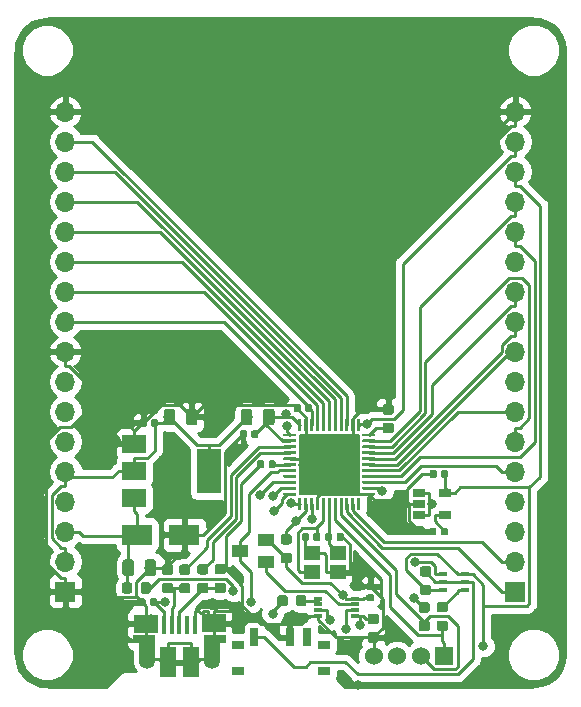
<source format=gbr>
G04 #@! TF.GenerationSoftware,KiCad,Pcbnew,5.0.2-bee76a0~70~ubuntu18.04.1*
G04 #@! TF.CreationDate,2019-02-14T01:12:15+09:00*
G04 #@! TF.ProjectId,LeonardoBB,4c656f6e-6172-4646-9f42-422e6b696361,rev?*
G04 #@! TF.SameCoordinates,Original*
G04 #@! TF.FileFunction,Copper,L1,Top*
G04 #@! TF.FilePolarity,Positive*
%FSLAX46Y46*%
G04 Gerber Fmt 4.6, Leading zero omitted, Abs format (unit mm)*
G04 Created by KiCad (PCBNEW 5.0.2-bee76a0~70~ubuntu18.04.1) date 2019年02月14日 01時12分15秒*
%MOMM*%
%LPD*%
G01*
G04 APERTURE LIST*
G04 #@! TA.AperFunction,Conductor*
%ADD10C,0.100000*%
G04 #@! TD*
G04 #@! TA.AperFunction,SMDPad,CuDef*
%ADD11C,0.975000*%
G04 #@! TD*
G04 #@! TA.AperFunction,SMDPad,CuDef*
%ADD12C,0.590000*%
G04 #@! TD*
G04 #@! TA.AperFunction,SMDPad,CuDef*
%ADD13R,2.500000X1.800000*%
G04 #@! TD*
G04 #@! TA.AperFunction,SMDPad,CuDef*
%ADD14C,0.875000*%
G04 #@! TD*
G04 #@! TA.AperFunction,SMDPad,CuDef*
%ADD15R,1.350000X2.000000*%
G04 #@! TD*
G04 #@! TA.AperFunction,SMDPad,CuDef*
%ADD16R,1.825000X0.700000*%
G04 #@! TD*
G04 #@! TA.AperFunction,SMDPad,CuDef*
%ADD17R,2.000000X1.500000*%
G04 #@! TD*
G04 #@! TA.AperFunction,SMDPad,CuDef*
%ADD18R,0.400000X1.650000*%
G04 #@! TD*
G04 #@! TA.AperFunction,ComponentPad*
%ADD19O,1.100000X1.500000*%
G04 #@! TD*
G04 #@! TA.AperFunction,ComponentPad*
%ADD20O,1.350000X1.700000*%
G04 #@! TD*
G04 #@! TA.AperFunction,SMDPad,CuDef*
%ADD21R,1.430000X2.500000*%
G04 #@! TD*
G04 #@! TA.AperFunction,ComponentPad*
%ADD22R,1.524000X1.524000*%
G04 #@! TD*
G04 #@! TA.AperFunction,ComponentPad*
%ADD23C,1.524000*%
G04 #@! TD*
G04 #@! TA.AperFunction,SMDPad,CuDef*
%ADD24R,1.400000X1.000000*%
G04 #@! TD*
G04 #@! TA.AperFunction,SMDPad,CuDef*
%ADD25R,0.650000X0.400000*%
G04 #@! TD*
G04 #@! TA.AperFunction,SMDPad,CuDef*
%ADD26R,0.700000X1.500000*%
G04 #@! TD*
G04 #@! TA.AperFunction,SMDPad,CuDef*
%ADD27R,1.000000X0.800000*%
G04 #@! TD*
G04 #@! TA.AperFunction,SMDPad,CuDef*
%ADD28C,5.200000*%
G04 #@! TD*
G04 #@! TA.AperFunction,SMDPad,CuDef*
%ADD29C,0.250000*%
G04 #@! TD*
G04 #@! TA.AperFunction,SMDPad,CuDef*
%ADD30R,0.800000X0.300000*%
G04 #@! TD*
G04 #@! TA.AperFunction,SMDPad,CuDef*
%ADD31R,2.000000X3.800000*%
G04 #@! TD*
G04 #@! TA.AperFunction,SMDPad,CuDef*
%ADD32R,1.060000X0.650000*%
G04 #@! TD*
G04 #@! TA.AperFunction,SMDPad,CuDef*
%ADD33R,1.400000X1.150000*%
G04 #@! TD*
G04 #@! TA.AperFunction,ComponentPad*
%ADD34O,1.700000X1.700000*%
G04 #@! TD*
G04 #@! TA.AperFunction,ComponentPad*
%ADD35R,1.700000X1.700000*%
G04 #@! TD*
G04 #@! TA.AperFunction,ViaPad*
%ADD36C,0.800000*%
G04 #@! TD*
G04 #@! TA.AperFunction,Conductor*
%ADD37C,0.250000*%
G04 #@! TD*
G04 #@! TA.AperFunction,Conductor*
%ADD38C,0.254000*%
G04 #@! TD*
G04 APERTURE END LIST*
D10*
G04 #@! TO.N,+5V*
G04 #@! TO.C,C9*
G36*
X134028142Y-103759174D02*
X134051803Y-103762684D01*
X134075007Y-103768496D01*
X134097529Y-103776554D01*
X134119153Y-103786782D01*
X134139670Y-103799079D01*
X134158883Y-103813329D01*
X134176607Y-103829393D01*
X134192671Y-103847117D01*
X134206921Y-103866330D01*
X134219218Y-103886847D01*
X134229446Y-103908471D01*
X134237504Y-103930993D01*
X134243316Y-103954197D01*
X134246826Y-103977858D01*
X134248000Y-104001750D01*
X134248000Y-104914250D01*
X134246826Y-104938142D01*
X134243316Y-104961803D01*
X134237504Y-104985007D01*
X134229446Y-105007529D01*
X134219218Y-105029153D01*
X134206921Y-105049670D01*
X134192671Y-105068883D01*
X134176607Y-105086607D01*
X134158883Y-105102671D01*
X134139670Y-105116921D01*
X134119153Y-105129218D01*
X134097529Y-105139446D01*
X134075007Y-105147504D01*
X134051803Y-105153316D01*
X134028142Y-105156826D01*
X134004250Y-105158000D01*
X133516750Y-105158000D01*
X133492858Y-105156826D01*
X133469197Y-105153316D01*
X133445993Y-105147504D01*
X133423471Y-105139446D01*
X133401847Y-105129218D01*
X133381330Y-105116921D01*
X133362117Y-105102671D01*
X133344393Y-105086607D01*
X133328329Y-105068883D01*
X133314079Y-105049670D01*
X133301782Y-105029153D01*
X133291554Y-105007529D01*
X133283496Y-104985007D01*
X133277684Y-104961803D01*
X133274174Y-104938142D01*
X133273000Y-104914250D01*
X133273000Y-104001750D01*
X133274174Y-103977858D01*
X133277684Y-103954197D01*
X133283496Y-103930993D01*
X133291554Y-103908471D01*
X133301782Y-103886847D01*
X133314079Y-103866330D01*
X133328329Y-103847117D01*
X133344393Y-103829393D01*
X133362117Y-103813329D01*
X133381330Y-103799079D01*
X133401847Y-103786782D01*
X133423471Y-103776554D01*
X133445993Y-103768496D01*
X133469197Y-103762684D01*
X133492858Y-103759174D01*
X133516750Y-103758000D01*
X134004250Y-103758000D01*
X134028142Y-103759174D01*
X134028142Y-103759174D01*
G37*
D11*
G04 #@! TD*
G04 #@! TO.P,C9,1*
G04 #@! TO.N,+5V*
X133760500Y-104458000D03*
D10*
G04 #@! TO.N,GND*
G04 #@! TO.C,C9*
G36*
X135903142Y-103759174D02*
X135926803Y-103762684D01*
X135950007Y-103768496D01*
X135972529Y-103776554D01*
X135994153Y-103786782D01*
X136014670Y-103799079D01*
X136033883Y-103813329D01*
X136051607Y-103829393D01*
X136067671Y-103847117D01*
X136081921Y-103866330D01*
X136094218Y-103886847D01*
X136104446Y-103908471D01*
X136112504Y-103930993D01*
X136118316Y-103954197D01*
X136121826Y-103977858D01*
X136123000Y-104001750D01*
X136123000Y-104914250D01*
X136121826Y-104938142D01*
X136118316Y-104961803D01*
X136112504Y-104985007D01*
X136104446Y-105007529D01*
X136094218Y-105029153D01*
X136081921Y-105049670D01*
X136067671Y-105068883D01*
X136051607Y-105086607D01*
X136033883Y-105102671D01*
X136014670Y-105116921D01*
X135994153Y-105129218D01*
X135972529Y-105139446D01*
X135950007Y-105147504D01*
X135926803Y-105153316D01*
X135903142Y-105156826D01*
X135879250Y-105158000D01*
X135391750Y-105158000D01*
X135367858Y-105156826D01*
X135344197Y-105153316D01*
X135320993Y-105147504D01*
X135298471Y-105139446D01*
X135276847Y-105129218D01*
X135256330Y-105116921D01*
X135237117Y-105102671D01*
X135219393Y-105086607D01*
X135203329Y-105068883D01*
X135189079Y-105049670D01*
X135176782Y-105029153D01*
X135166554Y-105007529D01*
X135158496Y-104985007D01*
X135152684Y-104961803D01*
X135149174Y-104938142D01*
X135148000Y-104914250D01*
X135148000Y-104001750D01*
X135149174Y-103977858D01*
X135152684Y-103954197D01*
X135158496Y-103930993D01*
X135166554Y-103908471D01*
X135176782Y-103886847D01*
X135189079Y-103866330D01*
X135203329Y-103847117D01*
X135219393Y-103829393D01*
X135237117Y-103813329D01*
X135256330Y-103799079D01*
X135276847Y-103786782D01*
X135298471Y-103776554D01*
X135320993Y-103768496D01*
X135344197Y-103762684D01*
X135367858Y-103759174D01*
X135391750Y-103758000D01*
X135879250Y-103758000D01*
X135903142Y-103759174D01*
X135903142Y-103759174D01*
G37*
D11*
G04 #@! TD*
G04 #@! TO.P,C9,2*
G04 #@! TO.N,GND*
X135635500Y-104458000D03*
D10*
G04 #@! TO.N,Net-(C1-Pad1)*
G04 #@! TO.C,C1*
G36*
X147400958Y-114298710D02*
X147415276Y-114300834D01*
X147429317Y-114304351D01*
X147442946Y-114309228D01*
X147456031Y-114315417D01*
X147468447Y-114322858D01*
X147480073Y-114331481D01*
X147490798Y-114341202D01*
X147500519Y-114351927D01*
X147509142Y-114363553D01*
X147516583Y-114375969D01*
X147522772Y-114389054D01*
X147527649Y-114402683D01*
X147531166Y-114416724D01*
X147533290Y-114431042D01*
X147534000Y-114445500D01*
X147534000Y-114790500D01*
X147533290Y-114804958D01*
X147531166Y-114819276D01*
X147527649Y-114833317D01*
X147522772Y-114846946D01*
X147516583Y-114860031D01*
X147509142Y-114872447D01*
X147500519Y-114884073D01*
X147490798Y-114894798D01*
X147480073Y-114904519D01*
X147468447Y-114913142D01*
X147456031Y-114920583D01*
X147442946Y-114926772D01*
X147429317Y-114931649D01*
X147415276Y-114935166D01*
X147400958Y-114937290D01*
X147386500Y-114938000D01*
X147091500Y-114938000D01*
X147077042Y-114937290D01*
X147062724Y-114935166D01*
X147048683Y-114931649D01*
X147035054Y-114926772D01*
X147021969Y-114920583D01*
X147009553Y-114913142D01*
X146997927Y-114904519D01*
X146987202Y-114894798D01*
X146977481Y-114884073D01*
X146968858Y-114872447D01*
X146961417Y-114860031D01*
X146955228Y-114846946D01*
X146950351Y-114833317D01*
X146946834Y-114819276D01*
X146944710Y-114804958D01*
X146944000Y-114790500D01*
X146944000Y-114445500D01*
X146944710Y-114431042D01*
X146946834Y-114416724D01*
X146950351Y-114402683D01*
X146955228Y-114389054D01*
X146961417Y-114375969D01*
X146968858Y-114363553D01*
X146977481Y-114351927D01*
X146987202Y-114341202D01*
X146997927Y-114331481D01*
X147009553Y-114322858D01*
X147021969Y-114315417D01*
X147035054Y-114309228D01*
X147048683Y-114304351D01*
X147062724Y-114300834D01*
X147077042Y-114298710D01*
X147091500Y-114298000D01*
X147386500Y-114298000D01*
X147400958Y-114298710D01*
X147400958Y-114298710D01*
G37*
D12*
G04 #@! TD*
G04 #@! TO.P,C1,1*
G04 #@! TO.N,Net-(C1-Pad1)*
X147239000Y-114618000D03*
D10*
G04 #@! TO.N,GND*
G04 #@! TO.C,C1*
G36*
X148370958Y-114298710D02*
X148385276Y-114300834D01*
X148399317Y-114304351D01*
X148412946Y-114309228D01*
X148426031Y-114315417D01*
X148438447Y-114322858D01*
X148450073Y-114331481D01*
X148460798Y-114341202D01*
X148470519Y-114351927D01*
X148479142Y-114363553D01*
X148486583Y-114375969D01*
X148492772Y-114389054D01*
X148497649Y-114402683D01*
X148501166Y-114416724D01*
X148503290Y-114431042D01*
X148504000Y-114445500D01*
X148504000Y-114790500D01*
X148503290Y-114804958D01*
X148501166Y-114819276D01*
X148497649Y-114833317D01*
X148492772Y-114846946D01*
X148486583Y-114860031D01*
X148479142Y-114872447D01*
X148470519Y-114884073D01*
X148460798Y-114894798D01*
X148450073Y-114904519D01*
X148438447Y-114913142D01*
X148426031Y-114920583D01*
X148412946Y-114926772D01*
X148399317Y-114931649D01*
X148385276Y-114935166D01*
X148370958Y-114937290D01*
X148356500Y-114938000D01*
X148061500Y-114938000D01*
X148047042Y-114937290D01*
X148032724Y-114935166D01*
X148018683Y-114931649D01*
X148005054Y-114926772D01*
X147991969Y-114920583D01*
X147979553Y-114913142D01*
X147967927Y-114904519D01*
X147957202Y-114894798D01*
X147947481Y-114884073D01*
X147938858Y-114872447D01*
X147931417Y-114860031D01*
X147925228Y-114846946D01*
X147920351Y-114833317D01*
X147916834Y-114819276D01*
X147914710Y-114804958D01*
X147914000Y-114790500D01*
X147914000Y-114445500D01*
X147914710Y-114431042D01*
X147916834Y-114416724D01*
X147920351Y-114402683D01*
X147925228Y-114389054D01*
X147931417Y-114375969D01*
X147938858Y-114363553D01*
X147947481Y-114351927D01*
X147957202Y-114341202D01*
X147967927Y-114331481D01*
X147979553Y-114322858D01*
X147991969Y-114315417D01*
X148005054Y-114309228D01*
X148018683Y-114304351D01*
X148032724Y-114300834D01*
X148047042Y-114298710D01*
X148061500Y-114298000D01*
X148356500Y-114298000D01*
X148370958Y-114298710D01*
X148370958Y-114298710D01*
G37*
D12*
G04 #@! TD*
G04 #@! TO.P,C1,2*
G04 #@! TO.N,GND*
X148209000Y-114618000D03*
D10*
G04 #@! TO.N,GND*
G04 #@! TO.C,C2*
G36*
X145432958Y-114298710D02*
X145447276Y-114300834D01*
X145461317Y-114304351D01*
X145474946Y-114309228D01*
X145488031Y-114315417D01*
X145500447Y-114322858D01*
X145512073Y-114331481D01*
X145522798Y-114341202D01*
X145532519Y-114351927D01*
X145541142Y-114363553D01*
X145548583Y-114375969D01*
X145554772Y-114389054D01*
X145559649Y-114402683D01*
X145563166Y-114416724D01*
X145565290Y-114431042D01*
X145566000Y-114445500D01*
X145566000Y-114790500D01*
X145565290Y-114804958D01*
X145563166Y-114819276D01*
X145559649Y-114833317D01*
X145554772Y-114846946D01*
X145548583Y-114860031D01*
X145541142Y-114872447D01*
X145532519Y-114884073D01*
X145522798Y-114894798D01*
X145512073Y-114904519D01*
X145500447Y-114913142D01*
X145488031Y-114920583D01*
X145474946Y-114926772D01*
X145461317Y-114931649D01*
X145447276Y-114935166D01*
X145432958Y-114937290D01*
X145418500Y-114938000D01*
X145123500Y-114938000D01*
X145109042Y-114937290D01*
X145094724Y-114935166D01*
X145080683Y-114931649D01*
X145067054Y-114926772D01*
X145053969Y-114920583D01*
X145041553Y-114913142D01*
X145029927Y-114904519D01*
X145019202Y-114894798D01*
X145009481Y-114884073D01*
X145000858Y-114872447D01*
X144993417Y-114860031D01*
X144987228Y-114846946D01*
X144982351Y-114833317D01*
X144978834Y-114819276D01*
X144976710Y-114804958D01*
X144976000Y-114790500D01*
X144976000Y-114445500D01*
X144976710Y-114431042D01*
X144978834Y-114416724D01*
X144982351Y-114402683D01*
X144987228Y-114389054D01*
X144993417Y-114375969D01*
X145000858Y-114363553D01*
X145009481Y-114351927D01*
X145019202Y-114341202D01*
X145029927Y-114331481D01*
X145041553Y-114322858D01*
X145053969Y-114315417D01*
X145067054Y-114309228D01*
X145080683Y-114304351D01*
X145094724Y-114300834D01*
X145109042Y-114298710D01*
X145123500Y-114298000D01*
X145418500Y-114298000D01*
X145432958Y-114298710D01*
X145432958Y-114298710D01*
G37*
D12*
G04 #@! TD*
G04 #@! TO.P,C2,2*
G04 #@! TO.N,GND*
X145271000Y-114618000D03*
D10*
G04 #@! TO.N,Net-(C2-Pad1)*
G04 #@! TO.C,C2*
G36*
X146402958Y-114298710D02*
X146417276Y-114300834D01*
X146431317Y-114304351D01*
X146444946Y-114309228D01*
X146458031Y-114315417D01*
X146470447Y-114322858D01*
X146482073Y-114331481D01*
X146492798Y-114341202D01*
X146502519Y-114351927D01*
X146511142Y-114363553D01*
X146518583Y-114375969D01*
X146524772Y-114389054D01*
X146529649Y-114402683D01*
X146533166Y-114416724D01*
X146535290Y-114431042D01*
X146536000Y-114445500D01*
X146536000Y-114790500D01*
X146535290Y-114804958D01*
X146533166Y-114819276D01*
X146529649Y-114833317D01*
X146524772Y-114846946D01*
X146518583Y-114860031D01*
X146511142Y-114872447D01*
X146502519Y-114884073D01*
X146492798Y-114894798D01*
X146482073Y-114904519D01*
X146470447Y-114913142D01*
X146458031Y-114920583D01*
X146444946Y-114926772D01*
X146431317Y-114931649D01*
X146417276Y-114935166D01*
X146402958Y-114937290D01*
X146388500Y-114938000D01*
X146093500Y-114938000D01*
X146079042Y-114937290D01*
X146064724Y-114935166D01*
X146050683Y-114931649D01*
X146037054Y-114926772D01*
X146023969Y-114920583D01*
X146011553Y-114913142D01*
X145999927Y-114904519D01*
X145989202Y-114894798D01*
X145979481Y-114884073D01*
X145970858Y-114872447D01*
X145963417Y-114860031D01*
X145957228Y-114846946D01*
X145952351Y-114833317D01*
X145948834Y-114819276D01*
X145946710Y-114804958D01*
X145946000Y-114790500D01*
X145946000Y-114445500D01*
X145946710Y-114431042D01*
X145948834Y-114416724D01*
X145952351Y-114402683D01*
X145957228Y-114389054D01*
X145963417Y-114375969D01*
X145970858Y-114363553D01*
X145979481Y-114351927D01*
X145989202Y-114341202D01*
X145999927Y-114331481D01*
X146011553Y-114322858D01*
X146023969Y-114315417D01*
X146037054Y-114309228D01*
X146050683Y-114304351D01*
X146064724Y-114300834D01*
X146079042Y-114298710D01*
X146093500Y-114298000D01*
X146388500Y-114298000D01*
X146402958Y-114298710D01*
X146402958Y-114298710D01*
G37*
D12*
G04 #@! TD*
G04 #@! TO.P,C2,1*
G04 #@! TO.N,Net-(C2-Pad1)*
X146241000Y-114618000D03*
D10*
G04 #@! TO.N,GND*
G04 #@! TO.C,C3*
G36*
X144733958Y-103376710D02*
X144748276Y-103378834D01*
X144762317Y-103382351D01*
X144775946Y-103387228D01*
X144789031Y-103393417D01*
X144801447Y-103400858D01*
X144813073Y-103409481D01*
X144823798Y-103419202D01*
X144833519Y-103429927D01*
X144842142Y-103441553D01*
X144849583Y-103453969D01*
X144855772Y-103467054D01*
X144860649Y-103480683D01*
X144864166Y-103494724D01*
X144866290Y-103509042D01*
X144867000Y-103523500D01*
X144867000Y-103868500D01*
X144866290Y-103882958D01*
X144864166Y-103897276D01*
X144860649Y-103911317D01*
X144855772Y-103924946D01*
X144849583Y-103938031D01*
X144842142Y-103950447D01*
X144833519Y-103962073D01*
X144823798Y-103972798D01*
X144813073Y-103982519D01*
X144801447Y-103991142D01*
X144789031Y-103998583D01*
X144775946Y-104004772D01*
X144762317Y-104009649D01*
X144748276Y-104013166D01*
X144733958Y-104015290D01*
X144719500Y-104016000D01*
X144424500Y-104016000D01*
X144410042Y-104015290D01*
X144395724Y-104013166D01*
X144381683Y-104009649D01*
X144368054Y-104004772D01*
X144354969Y-103998583D01*
X144342553Y-103991142D01*
X144330927Y-103982519D01*
X144320202Y-103972798D01*
X144310481Y-103962073D01*
X144301858Y-103950447D01*
X144294417Y-103938031D01*
X144288228Y-103924946D01*
X144283351Y-103911317D01*
X144279834Y-103897276D01*
X144277710Y-103882958D01*
X144277000Y-103868500D01*
X144277000Y-103523500D01*
X144277710Y-103509042D01*
X144279834Y-103494724D01*
X144283351Y-103480683D01*
X144288228Y-103467054D01*
X144294417Y-103453969D01*
X144301858Y-103441553D01*
X144310481Y-103429927D01*
X144320202Y-103419202D01*
X144330927Y-103409481D01*
X144342553Y-103400858D01*
X144354969Y-103393417D01*
X144368054Y-103387228D01*
X144381683Y-103382351D01*
X144395724Y-103378834D01*
X144410042Y-103376710D01*
X144424500Y-103376000D01*
X144719500Y-103376000D01*
X144733958Y-103376710D01*
X144733958Y-103376710D01*
G37*
D12*
G04 #@! TD*
G04 #@! TO.P,C3,2*
G04 #@! TO.N,GND*
X144572000Y-103696000D03*
D10*
G04 #@! TO.N,AREF*
G04 #@! TO.C,C3*
G36*
X145703958Y-103376710D02*
X145718276Y-103378834D01*
X145732317Y-103382351D01*
X145745946Y-103387228D01*
X145759031Y-103393417D01*
X145771447Y-103400858D01*
X145783073Y-103409481D01*
X145793798Y-103419202D01*
X145803519Y-103429927D01*
X145812142Y-103441553D01*
X145819583Y-103453969D01*
X145825772Y-103467054D01*
X145830649Y-103480683D01*
X145834166Y-103494724D01*
X145836290Y-103509042D01*
X145837000Y-103523500D01*
X145837000Y-103868500D01*
X145836290Y-103882958D01*
X145834166Y-103897276D01*
X145830649Y-103911317D01*
X145825772Y-103924946D01*
X145819583Y-103938031D01*
X145812142Y-103950447D01*
X145803519Y-103962073D01*
X145793798Y-103972798D01*
X145783073Y-103982519D01*
X145771447Y-103991142D01*
X145759031Y-103998583D01*
X145745946Y-104004772D01*
X145732317Y-104009649D01*
X145718276Y-104013166D01*
X145703958Y-104015290D01*
X145689500Y-104016000D01*
X145394500Y-104016000D01*
X145380042Y-104015290D01*
X145365724Y-104013166D01*
X145351683Y-104009649D01*
X145338054Y-104004772D01*
X145324969Y-103998583D01*
X145312553Y-103991142D01*
X145300927Y-103982519D01*
X145290202Y-103972798D01*
X145280481Y-103962073D01*
X145271858Y-103950447D01*
X145264417Y-103938031D01*
X145258228Y-103924946D01*
X145253351Y-103911317D01*
X145249834Y-103897276D01*
X145247710Y-103882958D01*
X145247000Y-103868500D01*
X145247000Y-103523500D01*
X145247710Y-103509042D01*
X145249834Y-103494724D01*
X145253351Y-103480683D01*
X145258228Y-103467054D01*
X145264417Y-103453969D01*
X145271858Y-103441553D01*
X145280481Y-103429927D01*
X145290202Y-103419202D01*
X145300927Y-103409481D01*
X145312553Y-103400858D01*
X145324969Y-103393417D01*
X145338054Y-103387228D01*
X145351683Y-103382351D01*
X145365724Y-103378834D01*
X145380042Y-103376710D01*
X145394500Y-103376000D01*
X145689500Y-103376000D01*
X145703958Y-103376710D01*
X145703958Y-103376710D01*
G37*
D12*
G04 #@! TD*
G04 #@! TO.P,C3,1*
G04 #@! TO.N,AREF*
X145542000Y-103696000D03*
D10*
G04 #@! TO.N,GND*
G04 #@! TO.C,C4*
G36*
X141639958Y-108138710D02*
X141654276Y-108140834D01*
X141668317Y-108144351D01*
X141681946Y-108149228D01*
X141695031Y-108155417D01*
X141707447Y-108162858D01*
X141719073Y-108171481D01*
X141729798Y-108181202D01*
X141739519Y-108191927D01*
X141748142Y-108203553D01*
X141755583Y-108215969D01*
X141761772Y-108229054D01*
X141766649Y-108242683D01*
X141770166Y-108256724D01*
X141772290Y-108271042D01*
X141773000Y-108285500D01*
X141773000Y-108630500D01*
X141772290Y-108644958D01*
X141770166Y-108659276D01*
X141766649Y-108673317D01*
X141761772Y-108686946D01*
X141755583Y-108700031D01*
X141748142Y-108712447D01*
X141739519Y-108724073D01*
X141729798Y-108734798D01*
X141719073Y-108744519D01*
X141707447Y-108753142D01*
X141695031Y-108760583D01*
X141681946Y-108766772D01*
X141668317Y-108771649D01*
X141654276Y-108775166D01*
X141639958Y-108777290D01*
X141625500Y-108778000D01*
X141330500Y-108778000D01*
X141316042Y-108777290D01*
X141301724Y-108775166D01*
X141287683Y-108771649D01*
X141274054Y-108766772D01*
X141260969Y-108760583D01*
X141248553Y-108753142D01*
X141236927Y-108744519D01*
X141226202Y-108734798D01*
X141216481Y-108724073D01*
X141207858Y-108712447D01*
X141200417Y-108700031D01*
X141194228Y-108686946D01*
X141189351Y-108673317D01*
X141185834Y-108659276D01*
X141183710Y-108644958D01*
X141183000Y-108630500D01*
X141183000Y-108285500D01*
X141183710Y-108271042D01*
X141185834Y-108256724D01*
X141189351Y-108242683D01*
X141194228Y-108229054D01*
X141200417Y-108215969D01*
X141207858Y-108203553D01*
X141216481Y-108191927D01*
X141226202Y-108181202D01*
X141236927Y-108171481D01*
X141248553Y-108162858D01*
X141260969Y-108155417D01*
X141274054Y-108149228D01*
X141287683Y-108144351D01*
X141301724Y-108140834D01*
X141316042Y-108138710D01*
X141330500Y-108138000D01*
X141625500Y-108138000D01*
X141639958Y-108138710D01*
X141639958Y-108138710D01*
G37*
D12*
G04 #@! TD*
G04 #@! TO.P,C4,2*
G04 #@! TO.N,GND*
X141478000Y-108458000D03*
D10*
G04 #@! TO.N,Net-(C4-Pad1)*
G04 #@! TO.C,C4*
G36*
X142609958Y-108138710D02*
X142624276Y-108140834D01*
X142638317Y-108144351D01*
X142651946Y-108149228D01*
X142665031Y-108155417D01*
X142677447Y-108162858D01*
X142689073Y-108171481D01*
X142699798Y-108181202D01*
X142709519Y-108191927D01*
X142718142Y-108203553D01*
X142725583Y-108215969D01*
X142731772Y-108229054D01*
X142736649Y-108242683D01*
X142740166Y-108256724D01*
X142742290Y-108271042D01*
X142743000Y-108285500D01*
X142743000Y-108630500D01*
X142742290Y-108644958D01*
X142740166Y-108659276D01*
X142736649Y-108673317D01*
X142731772Y-108686946D01*
X142725583Y-108700031D01*
X142718142Y-108712447D01*
X142709519Y-108724073D01*
X142699798Y-108734798D01*
X142689073Y-108744519D01*
X142677447Y-108753142D01*
X142665031Y-108760583D01*
X142651946Y-108766772D01*
X142638317Y-108771649D01*
X142624276Y-108775166D01*
X142609958Y-108777290D01*
X142595500Y-108778000D01*
X142300500Y-108778000D01*
X142286042Y-108777290D01*
X142271724Y-108775166D01*
X142257683Y-108771649D01*
X142244054Y-108766772D01*
X142230969Y-108760583D01*
X142218553Y-108753142D01*
X142206927Y-108744519D01*
X142196202Y-108734798D01*
X142186481Y-108724073D01*
X142177858Y-108712447D01*
X142170417Y-108700031D01*
X142164228Y-108686946D01*
X142159351Y-108673317D01*
X142155834Y-108659276D01*
X142153710Y-108644958D01*
X142153000Y-108630500D01*
X142153000Y-108285500D01*
X142153710Y-108271042D01*
X142155834Y-108256724D01*
X142159351Y-108242683D01*
X142164228Y-108229054D01*
X142170417Y-108215969D01*
X142177858Y-108203553D01*
X142186481Y-108191927D01*
X142196202Y-108181202D01*
X142206927Y-108171481D01*
X142218553Y-108162858D01*
X142230969Y-108155417D01*
X142244054Y-108149228D01*
X142257683Y-108144351D01*
X142271724Y-108140834D01*
X142286042Y-108138710D01*
X142300500Y-108138000D01*
X142595500Y-108138000D01*
X142609958Y-108138710D01*
X142609958Y-108138710D01*
G37*
D12*
G04 #@! TD*
G04 #@! TO.P,C4,1*
G04 #@! TO.N,Net-(C4-Pad1)*
X142448000Y-108458000D03*
D10*
G04 #@! TO.N,GND*
G04 #@! TO.C,C5*
G36*
X131606958Y-119822710D02*
X131621276Y-119824834D01*
X131635317Y-119828351D01*
X131648946Y-119833228D01*
X131662031Y-119839417D01*
X131674447Y-119846858D01*
X131686073Y-119855481D01*
X131696798Y-119865202D01*
X131706519Y-119875927D01*
X131715142Y-119887553D01*
X131722583Y-119899969D01*
X131728772Y-119913054D01*
X131733649Y-119926683D01*
X131737166Y-119940724D01*
X131739290Y-119955042D01*
X131740000Y-119969500D01*
X131740000Y-120314500D01*
X131739290Y-120328958D01*
X131737166Y-120343276D01*
X131733649Y-120357317D01*
X131728772Y-120370946D01*
X131722583Y-120384031D01*
X131715142Y-120396447D01*
X131706519Y-120408073D01*
X131696798Y-120418798D01*
X131686073Y-120428519D01*
X131674447Y-120437142D01*
X131662031Y-120444583D01*
X131648946Y-120450772D01*
X131635317Y-120455649D01*
X131621276Y-120459166D01*
X131606958Y-120461290D01*
X131592500Y-120462000D01*
X131297500Y-120462000D01*
X131283042Y-120461290D01*
X131268724Y-120459166D01*
X131254683Y-120455649D01*
X131241054Y-120450772D01*
X131227969Y-120444583D01*
X131215553Y-120437142D01*
X131203927Y-120428519D01*
X131193202Y-120418798D01*
X131183481Y-120408073D01*
X131174858Y-120396447D01*
X131167417Y-120384031D01*
X131161228Y-120370946D01*
X131156351Y-120357317D01*
X131152834Y-120343276D01*
X131150710Y-120328958D01*
X131150000Y-120314500D01*
X131150000Y-119969500D01*
X131150710Y-119955042D01*
X131152834Y-119940724D01*
X131156351Y-119926683D01*
X131161228Y-119913054D01*
X131167417Y-119899969D01*
X131174858Y-119887553D01*
X131183481Y-119875927D01*
X131193202Y-119865202D01*
X131203927Y-119855481D01*
X131215553Y-119846858D01*
X131227969Y-119839417D01*
X131241054Y-119833228D01*
X131254683Y-119828351D01*
X131268724Y-119824834D01*
X131283042Y-119822710D01*
X131297500Y-119822000D01*
X131592500Y-119822000D01*
X131606958Y-119822710D01*
X131606958Y-119822710D01*
G37*
D12*
G04 #@! TD*
G04 #@! TO.P,C5,2*
G04 #@! TO.N,GND*
X131445000Y-120142000D03*
D10*
G04 #@! TO.N,VBUS*
G04 #@! TO.C,C5*
G36*
X132576958Y-119822710D02*
X132591276Y-119824834D01*
X132605317Y-119828351D01*
X132618946Y-119833228D01*
X132632031Y-119839417D01*
X132644447Y-119846858D01*
X132656073Y-119855481D01*
X132666798Y-119865202D01*
X132676519Y-119875927D01*
X132685142Y-119887553D01*
X132692583Y-119899969D01*
X132698772Y-119913054D01*
X132703649Y-119926683D01*
X132707166Y-119940724D01*
X132709290Y-119955042D01*
X132710000Y-119969500D01*
X132710000Y-120314500D01*
X132709290Y-120328958D01*
X132707166Y-120343276D01*
X132703649Y-120357317D01*
X132698772Y-120370946D01*
X132692583Y-120384031D01*
X132685142Y-120396447D01*
X132676519Y-120408073D01*
X132666798Y-120418798D01*
X132656073Y-120428519D01*
X132644447Y-120437142D01*
X132632031Y-120444583D01*
X132618946Y-120450772D01*
X132605317Y-120455649D01*
X132591276Y-120459166D01*
X132576958Y-120461290D01*
X132562500Y-120462000D01*
X132267500Y-120462000D01*
X132253042Y-120461290D01*
X132238724Y-120459166D01*
X132224683Y-120455649D01*
X132211054Y-120450772D01*
X132197969Y-120444583D01*
X132185553Y-120437142D01*
X132173927Y-120428519D01*
X132163202Y-120418798D01*
X132153481Y-120408073D01*
X132144858Y-120396447D01*
X132137417Y-120384031D01*
X132131228Y-120370946D01*
X132126351Y-120357317D01*
X132122834Y-120343276D01*
X132120710Y-120328958D01*
X132120000Y-120314500D01*
X132120000Y-119969500D01*
X132120710Y-119955042D01*
X132122834Y-119940724D01*
X132126351Y-119926683D01*
X132131228Y-119913054D01*
X132137417Y-119899969D01*
X132144858Y-119887553D01*
X132153481Y-119875927D01*
X132163202Y-119865202D01*
X132173927Y-119855481D01*
X132185553Y-119846858D01*
X132197969Y-119839417D01*
X132211054Y-119833228D01*
X132224683Y-119828351D01*
X132238724Y-119824834D01*
X132253042Y-119822710D01*
X132267500Y-119822000D01*
X132562500Y-119822000D01*
X132576958Y-119822710D01*
X132576958Y-119822710D01*
G37*
D12*
G04 #@! TD*
G04 #@! TO.P,C5,1*
G04 #@! TO.N,VBUS*
X132415000Y-120142000D03*
D10*
G04 #@! TO.N,Net-(C6-Pad1)*
G04 #@! TO.C,C6*
G36*
X141148958Y-105598710D02*
X141163276Y-105600834D01*
X141177317Y-105604351D01*
X141190946Y-105609228D01*
X141204031Y-105615417D01*
X141216447Y-105622858D01*
X141228073Y-105631481D01*
X141238798Y-105641202D01*
X141248519Y-105651927D01*
X141257142Y-105663553D01*
X141264583Y-105675969D01*
X141270772Y-105689054D01*
X141275649Y-105702683D01*
X141279166Y-105716724D01*
X141281290Y-105731042D01*
X141282000Y-105745500D01*
X141282000Y-106090500D01*
X141281290Y-106104958D01*
X141279166Y-106119276D01*
X141275649Y-106133317D01*
X141270772Y-106146946D01*
X141264583Y-106160031D01*
X141257142Y-106172447D01*
X141248519Y-106184073D01*
X141238798Y-106194798D01*
X141228073Y-106204519D01*
X141216447Y-106213142D01*
X141204031Y-106220583D01*
X141190946Y-106226772D01*
X141177317Y-106231649D01*
X141163276Y-106235166D01*
X141148958Y-106237290D01*
X141134500Y-106238000D01*
X140839500Y-106238000D01*
X140825042Y-106237290D01*
X140810724Y-106235166D01*
X140796683Y-106231649D01*
X140783054Y-106226772D01*
X140769969Y-106220583D01*
X140757553Y-106213142D01*
X140745927Y-106204519D01*
X140735202Y-106194798D01*
X140725481Y-106184073D01*
X140716858Y-106172447D01*
X140709417Y-106160031D01*
X140703228Y-106146946D01*
X140698351Y-106133317D01*
X140694834Y-106119276D01*
X140692710Y-106104958D01*
X140692000Y-106090500D01*
X140692000Y-105745500D01*
X140692710Y-105731042D01*
X140694834Y-105716724D01*
X140698351Y-105702683D01*
X140703228Y-105689054D01*
X140709417Y-105675969D01*
X140716858Y-105663553D01*
X140725481Y-105651927D01*
X140735202Y-105641202D01*
X140745927Y-105631481D01*
X140757553Y-105622858D01*
X140769969Y-105615417D01*
X140783054Y-105609228D01*
X140796683Y-105604351D01*
X140810724Y-105600834D01*
X140825042Y-105598710D01*
X140839500Y-105598000D01*
X141134500Y-105598000D01*
X141148958Y-105598710D01*
X141148958Y-105598710D01*
G37*
D12*
G04 #@! TD*
G04 #@! TO.P,C6,1*
G04 #@! TO.N,Net-(C6-Pad1)*
X140987000Y-105918000D03*
D10*
G04 #@! TO.N,GND*
G04 #@! TO.C,C6*
G36*
X140178958Y-105598710D02*
X140193276Y-105600834D01*
X140207317Y-105604351D01*
X140220946Y-105609228D01*
X140234031Y-105615417D01*
X140246447Y-105622858D01*
X140258073Y-105631481D01*
X140268798Y-105641202D01*
X140278519Y-105651927D01*
X140287142Y-105663553D01*
X140294583Y-105675969D01*
X140300772Y-105689054D01*
X140305649Y-105702683D01*
X140309166Y-105716724D01*
X140311290Y-105731042D01*
X140312000Y-105745500D01*
X140312000Y-106090500D01*
X140311290Y-106104958D01*
X140309166Y-106119276D01*
X140305649Y-106133317D01*
X140300772Y-106146946D01*
X140294583Y-106160031D01*
X140287142Y-106172447D01*
X140278519Y-106184073D01*
X140268798Y-106194798D01*
X140258073Y-106204519D01*
X140246447Y-106213142D01*
X140234031Y-106220583D01*
X140220946Y-106226772D01*
X140207317Y-106231649D01*
X140193276Y-106235166D01*
X140178958Y-106237290D01*
X140164500Y-106238000D01*
X139869500Y-106238000D01*
X139855042Y-106237290D01*
X139840724Y-106235166D01*
X139826683Y-106231649D01*
X139813054Y-106226772D01*
X139799969Y-106220583D01*
X139787553Y-106213142D01*
X139775927Y-106204519D01*
X139765202Y-106194798D01*
X139755481Y-106184073D01*
X139746858Y-106172447D01*
X139739417Y-106160031D01*
X139733228Y-106146946D01*
X139728351Y-106133317D01*
X139724834Y-106119276D01*
X139722710Y-106104958D01*
X139722000Y-106090500D01*
X139722000Y-105745500D01*
X139722710Y-105731042D01*
X139724834Y-105716724D01*
X139728351Y-105702683D01*
X139733228Y-105689054D01*
X139739417Y-105675969D01*
X139746858Y-105663553D01*
X139755481Y-105651927D01*
X139765202Y-105641202D01*
X139775927Y-105631481D01*
X139787553Y-105622858D01*
X139799969Y-105615417D01*
X139813054Y-105609228D01*
X139826683Y-105604351D01*
X139840724Y-105600834D01*
X139855042Y-105598710D01*
X139869500Y-105598000D01*
X140164500Y-105598000D01*
X140178958Y-105598710D01*
X140178958Y-105598710D01*
G37*
D12*
G04 #@! TD*
G04 #@! TO.P,C6,2*
G04 #@! TO.N,GND*
X140017000Y-105918000D03*
D10*
G04 #@! TO.N,+5V*
G04 #@! TO.C,C7*
G36*
X150935958Y-119484710D02*
X150950276Y-119486834D01*
X150964317Y-119490351D01*
X150977946Y-119495228D01*
X150991031Y-119501417D01*
X151003447Y-119508858D01*
X151015073Y-119517481D01*
X151025798Y-119527202D01*
X151035519Y-119537927D01*
X151044142Y-119549553D01*
X151051583Y-119561969D01*
X151057772Y-119575054D01*
X151062649Y-119588683D01*
X151066166Y-119602724D01*
X151068290Y-119617042D01*
X151069000Y-119631500D01*
X151069000Y-119926500D01*
X151068290Y-119940958D01*
X151066166Y-119955276D01*
X151062649Y-119969317D01*
X151057772Y-119982946D01*
X151051583Y-119996031D01*
X151044142Y-120008447D01*
X151035519Y-120020073D01*
X151025798Y-120030798D01*
X151015073Y-120040519D01*
X151003447Y-120049142D01*
X150991031Y-120056583D01*
X150977946Y-120062772D01*
X150964317Y-120067649D01*
X150950276Y-120071166D01*
X150935958Y-120073290D01*
X150921500Y-120074000D01*
X150576500Y-120074000D01*
X150562042Y-120073290D01*
X150547724Y-120071166D01*
X150533683Y-120067649D01*
X150520054Y-120062772D01*
X150506969Y-120056583D01*
X150494553Y-120049142D01*
X150482927Y-120040519D01*
X150472202Y-120030798D01*
X150462481Y-120020073D01*
X150453858Y-120008447D01*
X150446417Y-119996031D01*
X150440228Y-119982946D01*
X150435351Y-119969317D01*
X150431834Y-119955276D01*
X150429710Y-119940958D01*
X150429000Y-119926500D01*
X150429000Y-119631500D01*
X150429710Y-119617042D01*
X150431834Y-119602724D01*
X150435351Y-119588683D01*
X150440228Y-119575054D01*
X150446417Y-119561969D01*
X150453858Y-119549553D01*
X150462481Y-119537927D01*
X150472202Y-119527202D01*
X150482927Y-119517481D01*
X150494553Y-119508858D01*
X150506969Y-119501417D01*
X150520054Y-119495228D01*
X150533683Y-119490351D01*
X150547724Y-119486834D01*
X150562042Y-119484710D01*
X150576500Y-119484000D01*
X150921500Y-119484000D01*
X150935958Y-119484710D01*
X150935958Y-119484710D01*
G37*
D12*
G04 #@! TD*
G04 #@! TO.P,C7,1*
G04 #@! TO.N,+5V*
X150749000Y-119779000D03*
D10*
G04 #@! TO.N,GND*
G04 #@! TO.C,C7*
G36*
X150935958Y-118514710D02*
X150950276Y-118516834D01*
X150964317Y-118520351D01*
X150977946Y-118525228D01*
X150991031Y-118531417D01*
X151003447Y-118538858D01*
X151015073Y-118547481D01*
X151025798Y-118557202D01*
X151035519Y-118567927D01*
X151044142Y-118579553D01*
X151051583Y-118591969D01*
X151057772Y-118605054D01*
X151062649Y-118618683D01*
X151066166Y-118632724D01*
X151068290Y-118647042D01*
X151069000Y-118661500D01*
X151069000Y-118956500D01*
X151068290Y-118970958D01*
X151066166Y-118985276D01*
X151062649Y-118999317D01*
X151057772Y-119012946D01*
X151051583Y-119026031D01*
X151044142Y-119038447D01*
X151035519Y-119050073D01*
X151025798Y-119060798D01*
X151015073Y-119070519D01*
X151003447Y-119079142D01*
X150991031Y-119086583D01*
X150977946Y-119092772D01*
X150964317Y-119097649D01*
X150950276Y-119101166D01*
X150935958Y-119103290D01*
X150921500Y-119104000D01*
X150576500Y-119104000D01*
X150562042Y-119103290D01*
X150547724Y-119101166D01*
X150533683Y-119097649D01*
X150520054Y-119092772D01*
X150506969Y-119086583D01*
X150494553Y-119079142D01*
X150482927Y-119070519D01*
X150472202Y-119060798D01*
X150462481Y-119050073D01*
X150453858Y-119038447D01*
X150446417Y-119026031D01*
X150440228Y-119012946D01*
X150435351Y-118999317D01*
X150431834Y-118985276D01*
X150429710Y-118970958D01*
X150429000Y-118956500D01*
X150429000Y-118661500D01*
X150429710Y-118647042D01*
X150431834Y-118632724D01*
X150435351Y-118618683D01*
X150440228Y-118605054D01*
X150446417Y-118591969D01*
X150453858Y-118579553D01*
X150462481Y-118567927D01*
X150472202Y-118557202D01*
X150482927Y-118547481D01*
X150494553Y-118538858D01*
X150506969Y-118531417D01*
X150520054Y-118525228D01*
X150533683Y-118520351D01*
X150547724Y-118516834D01*
X150562042Y-118514710D01*
X150576500Y-118514000D01*
X150921500Y-118514000D01*
X150935958Y-118514710D01*
X150935958Y-118514710D01*
G37*
D12*
G04 #@! TD*
G04 #@! TO.P,C7,2*
G04 #@! TO.N,GND*
X150749000Y-118809000D03*
D10*
G04 #@! TO.N,GND*
G04 #@! TO.C,C8*
G36*
X132411142Y-116522174D02*
X132434803Y-116525684D01*
X132458007Y-116531496D01*
X132480529Y-116539554D01*
X132502153Y-116549782D01*
X132522670Y-116562079D01*
X132541883Y-116576329D01*
X132559607Y-116592393D01*
X132575671Y-116610117D01*
X132589921Y-116629330D01*
X132602218Y-116649847D01*
X132612446Y-116671471D01*
X132620504Y-116693993D01*
X132626316Y-116717197D01*
X132629826Y-116740858D01*
X132631000Y-116764750D01*
X132631000Y-117677250D01*
X132629826Y-117701142D01*
X132626316Y-117724803D01*
X132620504Y-117748007D01*
X132612446Y-117770529D01*
X132602218Y-117792153D01*
X132589921Y-117812670D01*
X132575671Y-117831883D01*
X132559607Y-117849607D01*
X132541883Y-117865671D01*
X132522670Y-117879921D01*
X132502153Y-117892218D01*
X132480529Y-117902446D01*
X132458007Y-117910504D01*
X132434803Y-117916316D01*
X132411142Y-117919826D01*
X132387250Y-117921000D01*
X131899750Y-117921000D01*
X131875858Y-117919826D01*
X131852197Y-117916316D01*
X131828993Y-117910504D01*
X131806471Y-117902446D01*
X131784847Y-117892218D01*
X131764330Y-117879921D01*
X131745117Y-117865671D01*
X131727393Y-117849607D01*
X131711329Y-117831883D01*
X131697079Y-117812670D01*
X131684782Y-117792153D01*
X131674554Y-117770529D01*
X131666496Y-117748007D01*
X131660684Y-117724803D01*
X131657174Y-117701142D01*
X131656000Y-117677250D01*
X131656000Y-116764750D01*
X131657174Y-116740858D01*
X131660684Y-116717197D01*
X131666496Y-116693993D01*
X131674554Y-116671471D01*
X131684782Y-116649847D01*
X131697079Y-116629330D01*
X131711329Y-116610117D01*
X131727393Y-116592393D01*
X131745117Y-116576329D01*
X131764330Y-116562079D01*
X131784847Y-116549782D01*
X131806471Y-116539554D01*
X131828993Y-116531496D01*
X131852197Y-116525684D01*
X131875858Y-116522174D01*
X131899750Y-116521000D01*
X132387250Y-116521000D01*
X132411142Y-116522174D01*
X132411142Y-116522174D01*
G37*
D11*
G04 #@! TD*
G04 #@! TO.P,C8,2*
G04 #@! TO.N,GND*
X132143500Y-117221000D03*
D10*
G04 #@! TO.N,RAW*
G04 #@! TO.C,C8*
G36*
X130536142Y-116522174D02*
X130559803Y-116525684D01*
X130583007Y-116531496D01*
X130605529Y-116539554D01*
X130627153Y-116549782D01*
X130647670Y-116562079D01*
X130666883Y-116576329D01*
X130684607Y-116592393D01*
X130700671Y-116610117D01*
X130714921Y-116629330D01*
X130727218Y-116649847D01*
X130737446Y-116671471D01*
X130745504Y-116693993D01*
X130751316Y-116717197D01*
X130754826Y-116740858D01*
X130756000Y-116764750D01*
X130756000Y-117677250D01*
X130754826Y-117701142D01*
X130751316Y-117724803D01*
X130745504Y-117748007D01*
X130737446Y-117770529D01*
X130727218Y-117792153D01*
X130714921Y-117812670D01*
X130700671Y-117831883D01*
X130684607Y-117849607D01*
X130666883Y-117865671D01*
X130647670Y-117879921D01*
X130627153Y-117892218D01*
X130605529Y-117902446D01*
X130583007Y-117910504D01*
X130559803Y-117916316D01*
X130536142Y-117919826D01*
X130512250Y-117921000D01*
X130024750Y-117921000D01*
X130000858Y-117919826D01*
X129977197Y-117916316D01*
X129953993Y-117910504D01*
X129931471Y-117902446D01*
X129909847Y-117892218D01*
X129889330Y-117879921D01*
X129870117Y-117865671D01*
X129852393Y-117849607D01*
X129836329Y-117831883D01*
X129822079Y-117812670D01*
X129809782Y-117792153D01*
X129799554Y-117770529D01*
X129791496Y-117748007D01*
X129785684Y-117724803D01*
X129782174Y-117701142D01*
X129781000Y-117677250D01*
X129781000Y-116764750D01*
X129782174Y-116740858D01*
X129785684Y-116717197D01*
X129791496Y-116693993D01*
X129799554Y-116671471D01*
X129809782Y-116649847D01*
X129822079Y-116629330D01*
X129836329Y-116610117D01*
X129852393Y-116592393D01*
X129870117Y-116576329D01*
X129889330Y-116562079D01*
X129909847Y-116549782D01*
X129931471Y-116539554D01*
X129953993Y-116531496D01*
X129977197Y-116525684D01*
X130000858Y-116522174D01*
X130024750Y-116521000D01*
X130512250Y-116521000D01*
X130536142Y-116522174D01*
X130536142Y-116522174D01*
G37*
D11*
G04 #@! TD*
G04 #@! TO.P,C8,1*
G04 #@! TO.N,RAW*
X130268500Y-117221000D03*
D10*
G04 #@! TO.N,+5V*
G04 #@! TO.C,C10*
G36*
X132662958Y-104646710D02*
X132677276Y-104648834D01*
X132691317Y-104652351D01*
X132704946Y-104657228D01*
X132718031Y-104663417D01*
X132730447Y-104670858D01*
X132742073Y-104679481D01*
X132752798Y-104689202D01*
X132762519Y-104699927D01*
X132771142Y-104711553D01*
X132778583Y-104723969D01*
X132784772Y-104737054D01*
X132789649Y-104750683D01*
X132793166Y-104764724D01*
X132795290Y-104779042D01*
X132796000Y-104793500D01*
X132796000Y-105138500D01*
X132795290Y-105152958D01*
X132793166Y-105167276D01*
X132789649Y-105181317D01*
X132784772Y-105194946D01*
X132778583Y-105208031D01*
X132771142Y-105220447D01*
X132762519Y-105232073D01*
X132752798Y-105242798D01*
X132742073Y-105252519D01*
X132730447Y-105261142D01*
X132718031Y-105268583D01*
X132704946Y-105274772D01*
X132691317Y-105279649D01*
X132677276Y-105283166D01*
X132662958Y-105285290D01*
X132648500Y-105286000D01*
X132353500Y-105286000D01*
X132339042Y-105285290D01*
X132324724Y-105283166D01*
X132310683Y-105279649D01*
X132297054Y-105274772D01*
X132283969Y-105268583D01*
X132271553Y-105261142D01*
X132259927Y-105252519D01*
X132249202Y-105242798D01*
X132239481Y-105232073D01*
X132230858Y-105220447D01*
X132223417Y-105208031D01*
X132217228Y-105194946D01*
X132212351Y-105181317D01*
X132208834Y-105167276D01*
X132206710Y-105152958D01*
X132206000Y-105138500D01*
X132206000Y-104793500D01*
X132206710Y-104779042D01*
X132208834Y-104764724D01*
X132212351Y-104750683D01*
X132217228Y-104737054D01*
X132223417Y-104723969D01*
X132230858Y-104711553D01*
X132239481Y-104699927D01*
X132249202Y-104689202D01*
X132259927Y-104679481D01*
X132271553Y-104670858D01*
X132283969Y-104663417D01*
X132297054Y-104657228D01*
X132310683Y-104652351D01*
X132324724Y-104648834D01*
X132339042Y-104646710D01*
X132353500Y-104646000D01*
X132648500Y-104646000D01*
X132662958Y-104646710D01*
X132662958Y-104646710D01*
G37*
D12*
G04 #@! TD*
G04 #@! TO.P,C10,1*
G04 #@! TO.N,+5V*
X132501000Y-104966000D03*
D10*
G04 #@! TO.N,GND*
G04 #@! TO.C,C10*
G36*
X131692958Y-104646710D02*
X131707276Y-104648834D01*
X131721317Y-104652351D01*
X131734946Y-104657228D01*
X131748031Y-104663417D01*
X131760447Y-104670858D01*
X131772073Y-104679481D01*
X131782798Y-104689202D01*
X131792519Y-104699927D01*
X131801142Y-104711553D01*
X131808583Y-104723969D01*
X131814772Y-104737054D01*
X131819649Y-104750683D01*
X131823166Y-104764724D01*
X131825290Y-104779042D01*
X131826000Y-104793500D01*
X131826000Y-105138500D01*
X131825290Y-105152958D01*
X131823166Y-105167276D01*
X131819649Y-105181317D01*
X131814772Y-105194946D01*
X131808583Y-105208031D01*
X131801142Y-105220447D01*
X131792519Y-105232073D01*
X131782798Y-105242798D01*
X131772073Y-105252519D01*
X131760447Y-105261142D01*
X131748031Y-105268583D01*
X131734946Y-105274772D01*
X131721317Y-105279649D01*
X131707276Y-105283166D01*
X131692958Y-105285290D01*
X131678500Y-105286000D01*
X131383500Y-105286000D01*
X131369042Y-105285290D01*
X131354724Y-105283166D01*
X131340683Y-105279649D01*
X131327054Y-105274772D01*
X131313969Y-105268583D01*
X131301553Y-105261142D01*
X131289927Y-105252519D01*
X131279202Y-105242798D01*
X131269481Y-105232073D01*
X131260858Y-105220447D01*
X131253417Y-105208031D01*
X131247228Y-105194946D01*
X131242351Y-105181317D01*
X131238834Y-105167276D01*
X131236710Y-105152958D01*
X131236000Y-105138500D01*
X131236000Y-104793500D01*
X131236710Y-104779042D01*
X131238834Y-104764724D01*
X131242351Y-104750683D01*
X131247228Y-104737054D01*
X131253417Y-104723969D01*
X131260858Y-104711553D01*
X131269481Y-104699927D01*
X131279202Y-104689202D01*
X131289927Y-104679481D01*
X131301553Y-104670858D01*
X131313969Y-104663417D01*
X131327054Y-104657228D01*
X131340683Y-104652351D01*
X131354724Y-104648834D01*
X131369042Y-104646710D01*
X131383500Y-104646000D01*
X131678500Y-104646000D01*
X131692958Y-104646710D01*
X131692958Y-104646710D01*
G37*
D12*
G04 #@! TD*
G04 #@! TO.P,C10,2*
G04 #@! TO.N,GND*
X131531000Y-104966000D03*
D10*
G04 #@! TO.N,Net-(C12-Pad1)*
G04 #@! TO.C,C12*
G36*
X157196958Y-113853710D02*
X157211276Y-113855834D01*
X157225317Y-113859351D01*
X157238946Y-113864228D01*
X157252031Y-113870417D01*
X157264447Y-113877858D01*
X157276073Y-113886481D01*
X157286798Y-113896202D01*
X157296519Y-113906927D01*
X157305142Y-113918553D01*
X157312583Y-113930969D01*
X157318772Y-113944054D01*
X157323649Y-113957683D01*
X157327166Y-113971724D01*
X157329290Y-113986042D01*
X157330000Y-114000500D01*
X157330000Y-114345500D01*
X157329290Y-114359958D01*
X157327166Y-114374276D01*
X157323649Y-114388317D01*
X157318772Y-114401946D01*
X157312583Y-114415031D01*
X157305142Y-114427447D01*
X157296519Y-114439073D01*
X157286798Y-114449798D01*
X157276073Y-114459519D01*
X157264447Y-114468142D01*
X157252031Y-114475583D01*
X157238946Y-114481772D01*
X157225317Y-114486649D01*
X157211276Y-114490166D01*
X157196958Y-114492290D01*
X157182500Y-114493000D01*
X156887500Y-114493000D01*
X156873042Y-114492290D01*
X156858724Y-114490166D01*
X156844683Y-114486649D01*
X156831054Y-114481772D01*
X156817969Y-114475583D01*
X156805553Y-114468142D01*
X156793927Y-114459519D01*
X156783202Y-114449798D01*
X156773481Y-114439073D01*
X156764858Y-114427447D01*
X156757417Y-114415031D01*
X156751228Y-114401946D01*
X156746351Y-114388317D01*
X156742834Y-114374276D01*
X156740710Y-114359958D01*
X156740000Y-114345500D01*
X156740000Y-114000500D01*
X156740710Y-113986042D01*
X156742834Y-113971724D01*
X156746351Y-113957683D01*
X156751228Y-113944054D01*
X156757417Y-113930969D01*
X156764858Y-113918553D01*
X156773481Y-113906927D01*
X156783202Y-113896202D01*
X156793927Y-113886481D01*
X156805553Y-113877858D01*
X156817969Y-113870417D01*
X156831054Y-113864228D01*
X156844683Y-113859351D01*
X156858724Y-113855834D01*
X156873042Y-113853710D01*
X156887500Y-113853000D01*
X157182500Y-113853000D01*
X157196958Y-113853710D01*
X157196958Y-113853710D01*
G37*
D12*
G04 #@! TD*
G04 #@! TO.P,C12,1*
G04 #@! TO.N,Net-(C12-Pad1)*
X157035000Y-114173000D03*
D10*
G04 #@! TO.N,GND*
G04 #@! TO.C,C12*
G36*
X156226958Y-113853710D02*
X156241276Y-113855834D01*
X156255317Y-113859351D01*
X156268946Y-113864228D01*
X156282031Y-113870417D01*
X156294447Y-113877858D01*
X156306073Y-113886481D01*
X156316798Y-113896202D01*
X156326519Y-113906927D01*
X156335142Y-113918553D01*
X156342583Y-113930969D01*
X156348772Y-113944054D01*
X156353649Y-113957683D01*
X156357166Y-113971724D01*
X156359290Y-113986042D01*
X156360000Y-114000500D01*
X156360000Y-114345500D01*
X156359290Y-114359958D01*
X156357166Y-114374276D01*
X156353649Y-114388317D01*
X156348772Y-114401946D01*
X156342583Y-114415031D01*
X156335142Y-114427447D01*
X156326519Y-114439073D01*
X156316798Y-114449798D01*
X156306073Y-114459519D01*
X156294447Y-114468142D01*
X156282031Y-114475583D01*
X156268946Y-114481772D01*
X156255317Y-114486649D01*
X156241276Y-114490166D01*
X156226958Y-114492290D01*
X156212500Y-114493000D01*
X155917500Y-114493000D01*
X155903042Y-114492290D01*
X155888724Y-114490166D01*
X155874683Y-114486649D01*
X155861054Y-114481772D01*
X155847969Y-114475583D01*
X155835553Y-114468142D01*
X155823927Y-114459519D01*
X155813202Y-114449798D01*
X155803481Y-114439073D01*
X155794858Y-114427447D01*
X155787417Y-114415031D01*
X155781228Y-114401946D01*
X155776351Y-114388317D01*
X155772834Y-114374276D01*
X155770710Y-114359958D01*
X155770000Y-114345500D01*
X155770000Y-114000500D01*
X155770710Y-113986042D01*
X155772834Y-113971724D01*
X155776351Y-113957683D01*
X155781228Y-113944054D01*
X155787417Y-113930969D01*
X155794858Y-113918553D01*
X155803481Y-113906927D01*
X155813202Y-113896202D01*
X155823927Y-113886481D01*
X155835553Y-113877858D01*
X155847969Y-113870417D01*
X155861054Y-113864228D01*
X155874683Y-113859351D01*
X155888724Y-113855834D01*
X155903042Y-113853710D01*
X155917500Y-113853000D01*
X156212500Y-113853000D01*
X156226958Y-113853710D01*
X156226958Y-113853710D01*
G37*
D12*
G04 #@! TD*
G04 #@! TO.P,C12,2*
G04 #@! TO.N,GND*
X156065000Y-114173000D03*
D10*
G04 #@! TO.N,GND*
G04 #@! TO.C,C13*
G36*
X156244958Y-108964710D02*
X156259276Y-108966834D01*
X156273317Y-108970351D01*
X156286946Y-108975228D01*
X156300031Y-108981417D01*
X156312447Y-108988858D01*
X156324073Y-108997481D01*
X156334798Y-109007202D01*
X156344519Y-109017927D01*
X156353142Y-109029553D01*
X156360583Y-109041969D01*
X156366772Y-109055054D01*
X156371649Y-109068683D01*
X156375166Y-109082724D01*
X156377290Y-109097042D01*
X156378000Y-109111500D01*
X156378000Y-109456500D01*
X156377290Y-109470958D01*
X156375166Y-109485276D01*
X156371649Y-109499317D01*
X156366772Y-109512946D01*
X156360583Y-109526031D01*
X156353142Y-109538447D01*
X156344519Y-109550073D01*
X156334798Y-109560798D01*
X156324073Y-109570519D01*
X156312447Y-109579142D01*
X156300031Y-109586583D01*
X156286946Y-109592772D01*
X156273317Y-109597649D01*
X156259276Y-109601166D01*
X156244958Y-109603290D01*
X156230500Y-109604000D01*
X155935500Y-109604000D01*
X155921042Y-109603290D01*
X155906724Y-109601166D01*
X155892683Y-109597649D01*
X155879054Y-109592772D01*
X155865969Y-109586583D01*
X155853553Y-109579142D01*
X155841927Y-109570519D01*
X155831202Y-109560798D01*
X155821481Y-109550073D01*
X155812858Y-109538447D01*
X155805417Y-109526031D01*
X155799228Y-109512946D01*
X155794351Y-109499317D01*
X155790834Y-109485276D01*
X155788710Y-109470958D01*
X155788000Y-109456500D01*
X155788000Y-109111500D01*
X155788710Y-109097042D01*
X155790834Y-109082724D01*
X155794351Y-109068683D01*
X155799228Y-109055054D01*
X155805417Y-109041969D01*
X155812858Y-109029553D01*
X155821481Y-109017927D01*
X155831202Y-109007202D01*
X155841927Y-108997481D01*
X155853553Y-108988858D01*
X155865969Y-108981417D01*
X155879054Y-108975228D01*
X155892683Y-108970351D01*
X155906724Y-108966834D01*
X155921042Y-108964710D01*
X155935500Y-108964000D01*
X156230500Y-108964000D01*
X156244958Y-108964710D01*
X156244958Y-108964710D01*
G37*
D12*
G04 #@! TD*
G04 #@! TO.P,C13,2*
G04 #@! TO.N,GND*
X156083000Y-109284000D03*
D10*
G04 #@! TO.N,+3V3*
G04 #@! TO.C,C13*
G36*
X157214958Y-108964710D02*
X157229276Y-108966834D01*
X157243317Y-108970351D01*
X157256946Y-108975228D01*
X157270031Y-108981417D01*
X157282447Y-108988858D01*
X157294073Y-108997481D01*
X157304798Y-109007202D01*
X157314519Y-109017927D01*
X157323142Y-109029553D01*
X157330583Y-109041969D01*
X157336772Y-109055054D01*
X157341649Y-109068683D01*
X157345166Y-109082724D01*
X157347290Y-109097042D01*
X157348000Y-109111500D01*
X157348000Y-109456500D01*
X157347290Y-109470958D01*
X157345166Y-109485276D01*
X157341649Y-109499317D01*
X157336772Y-109512946D01*
X157330583Y-109526031D01*
X157323142Y-109538447D01*
X157314519Y-109550073D01*
X157304798Y-109560798D01*
X157294073Y-109570519D01*
X157282447Y-109579142D01*
X157270031Y-109586583D01*
X157256946Y-109592772D01*
X157243317Y-109597649D01*
X157229276Y-109601166D01*
X157214958Y-109603290D01*
X157200500Y-109604000D01*
X156905500Y-109604000D01*
X156891042Y-109603290D01*
X156876724Y-109601166D01*
X156862683Y-109597649D01*
X156849054Y-109592772D01*
X156835969Y-109586583D01*
X156823553Y-109579142D01*
X156811927Y-109570519D01*
X156801202Y-109560798D01*
X156791481Y-109550073D01*
X156782858Y-109538447D01*
X156775417Y-109526031D01*
X156769228Y-109512946D01*
X156764351Y-109499317D01*
X156760834Y-109485276D01*
X156758710Y-109470958D01*
X156758000Y-109456500D01*
X156758000Y-109111500D01*
X156758710Y-109097042D01*
X156760834Y-109082724D01*
X156764351Y-109068683D01*
X156769228Y-109055054D01*
X156775417Y-109041969D01*
X156782858Y-109029553D01*
X156791481Y-109017927D01*
X156801202Y-109007202D01*
X156811927Y-108997481D01*
X156823553Y-108988858D01*
X156835969Y-108981417D01*
X156849054Y-108975228D01*
X156862683Y-108970351D01*
X156876724Y-108966834D01*
X156891042Y-108964710D01*
X156905500Y-108964000D01*
X157200500Y-108964000D01*
X157214958Y-108964710D01*
X157214958Y-108964710D01*
G37*
D12*
G04 #@! TD*
G04 #@! TO.P,C13,1*
G04 #@! TO.N,+3V3*
X157053000Y-109284000D03*
D13*
G04 #@! TO.P,D1,1*
G04 #@! TO.N,RAW*
X131032000Y-114427000D03*
G04 #@! TO.P,D1,2*
G04 #@! TO.N,GND*
X135032000Y-114427000D03*
G04 #@! TD*
D10*
G04 #@! TO.N,Net-(DZ1-Pad1)*
G04 #@! TO.C,DZ1*
G36*
X133881691Y-118525053D02*
X133902926Y-118528203D01*
X133923750Y-118533419D01*
X133943962Y-118540651D01*
X133963368Y-118549830D01*
X133981781Y-118560866D01*
X133999024Y-118573654D01*
X134014930Y-118588070D01*
X134029346Y-118603976D01*
X134042134Y-118621219D01*
X134053170Y-118639632D01*
X134062349Y-118659038D01*
X134069581Y-118679250D01*
X134074797Y-118700074D01*
X134077947Y-118721309D01*
X134079000Y-118742750D01*
X134079000Y-119180250D01*
X134077947Y-119201691D01*
X134074797Y-119222926D01*
X134069581Y-119243750D01*
X134062349Y-119263962D01*
X134053170Y-119283368D01*
X134042134Y-119301781D01*
X134029346Y-119319024D01*
X134014930Y-119334930D01*
X133999024Y-119349346D01*
X133981781Y-119362134D01*
X133963368Y-119373170D01*
X133943962Y-119382349D01*
X133923750Y-119389581D01*
X133902926Y-119394797D01*
X133881691Y-119397947D01*
X133860250Y-119399000D01*
X133347750Y-119399000D01*
X133326309Y-119397947D01*
X133305074Y-119394797D01*
X133284250Y-119389581D01*
X133264038Y-119382349D01*
X133244632Y-119373170D01*
X133226219Y-119362134D01*
X133208976Y-119349346D01*
X133193070Y-119334930D01*
X133178654Y-119319024D01*
X133165866Y-119301781D01*
X133154830Y-119283368D01*
X133145651Y-119263962D01*
X133138419Y-119243750D01*
X133133203Y-119222926D01*
X133130053Y-119201691D01*
X133129000Y-119180250D01*
X133129000Y-118742750D01*
X133130053Y-118721309D01*
X133133203Y-118700074D01*
X133138419Y-118679250D01*
X133145651Y-118659038D01*
X133154830Y-118639632D01*
X133165866Y-118621219D01*
X133178654Y-118603976D01*
X133193070Y-118588070D01*
X133208976Y-118573654D01*
X133226219Y-118560866D01*
X133244632Y-118549830D01*
X133264038Y-118540651D01*
X133284250Y-118533419D01*
X133305074Y-118528203D01*
X133326309Y-118525053D01*
X133347750Y-118524000D01*
X133860250Y-118524000D01*
X133881691Y-118525053D01*
X133881691Y-118525053D01*
G37*
D14*
G04 #@! TD*
G04 #@! TO.P,DZ1,1*
G04 #@! TO.N,Net-(DZ1-Pad1)*
X133604000Y-118961500D03*
D10*
G04 #@! TO.N,GND*
G04 #@! TO.C,DZ1*
G36*
X133881691Y-116950053D02*
X133902926Y-116953203D01*
X133923750Y-116958419D01*
X133943962Y-116965651D01*
X133963368Y-116974830D01*
X133981781Y-116985866D01*
X133999024Y-116998654D01*
X134014930Y-117013070D01*
X134029346Y-117028976D01*
X134042134Y-117046219D01*
X134053170Y-117064632D01*
X134062349Y-117084038D01*
X134069581Y-117104250D01*
X134074797Y-117125074D01*
X134077947Y-117146309D01*
X134079000Y-117167750D01*
X134079000Y-117605250D01*
X134077947Y-117626691D01*
X134074797Y-117647926D01*
X134069581Y-117668750D01*
X134062349Y-117688962D01*
X134053170Y-117708368D01*
X134042134Y-117726781D01*
X134029346Y-117744024D01*
X134014930Y-117759930D01*
X133999024Y-117774346D01*
X133981781Y-117787134D01*
X133963368Y-117798170D01*
X133943962Y-117807349D01*
X133923750Y-117814581D01*
X133902926Y-117819797D01*
X133881691Y-117822947D01*
X133860250Y-117824000D01*
X133347750Y-117824000D01*
X133326309Y-117822947D01*
X133305074Y-117819797D01*
X133284250Y-117814581D01*
X133264038Y-117807349D01*
X133244632Y-117798170D01*
X133226219Y-117787134D01*
X133208976Y-117774346D01*
X133193070Y-117759930D01*
X133178654Y-117744024D01*
X133165866Y-117726781D01*
X133154830Y-117708368D01*
X133145651Y-117688962D01*
X133138419Y-117668750D01*
X133133203Y-117647926D01*
X133130053Y-117626691D01*
X133129000Y-117605250D01*
X133129000Y-117167750D01*
X133130053Y-117146309D01*
X133133203Y-117125074D01*
X133138419Y-117104250D01*
X133145651Y-117084038D01*
X133154830Y-117064632D01*
X133165866Y-117046219D01*
X133178654Y-117028976D01*
X133193070Y-117013070D01*
X133208976Y-116998654D01*
X133226219Y-116985866D01*
X133244632Y-116974830D01*
X133264038Y-116965651D01*
X133284250Y-116958419D01*
X133305074Y-116953203D01*
X133326309Y-116950053D01*
X133347750Y-116949000D01*
X133860250Y-116949000D01*
X133881691Y-116950053D01*
X133881691Y-116950053D01*
G37*
D14*
G04 #@! TD*
G04 #@! TO.P,DZ1,2*
G04 #@! TO.N,GND*
X133604000Y-117386500D03*
D10*
G04 #@! TO.N,GND*
G04 #@! TO.C,DZ2*
G36*
X138326691Y-116912053D02*
X138347926Y-116915203D01*
X138368750Y-116920419D01*
X138388962Y-116927651D01*
X138408368Y-116936830D01*
X138426781Y-116947866D01*
X138444024Y-116960654D01*
X138459930Y-116975070D01*
X138474346Y-116990976D01*
X138487134Y-117008219D01*
X138498170Y-117026632D01*
X138507349Y-117046038D01*
X138514581Y-117066250D01*
X138519797Y-117087074D01*
X138522947Y-117108309D01*
X138524000Y-117129750D01*
X138524000Y-117567250D01*
X138522947Y-117588691D01*
X138519797Y-117609926D01*
X138514581Y-117630750D01*
X138507349Y-117650962D01*
X138498170Y-117670368D01*
X138487134Y-117688781D01*
X138474346Y-117706024D01*
X138459930Y-117721930D01*
X138444024Y-117736346D01*
X138426781Y-117749134D01*
X138408368Y-117760170D01*
X138388962Y-117769349D01*
X138368750Y-117776581D01*
X138347926Y-117781797D01*
X138326691Y-117784947D01*
X138305250Y-117786000D01*
X137792750Y-117786000D01*
X137771309Y-117784947D01*
X137750074Y-117781797D01*
X137729250Y-117776581D01*
X137709038Y-117769349D01*
X137689632Y-117760170D01*
X137671219Y-117749134D01*
X137653976Y-117736346D01*
X137638070Y-117721930D01*
X137623654Y-117706024D01*
X137610866Y-117688781D01*
X137599830Y-117670368D01*
X137590651Y-117650962D01*
X137583419Y-117630750D01*
X137578203Y-117609926D01*
X137575053Y-117588691D01*
X137574000Y-117567250D01*
X137574000Y-117129750D01*
X137575053Y-117108309D01*
X137578203Y-117087074D01*
X137583419Y-117066250D01*
X137590651Y-117046038D01*
X137599830Y-117026632D01*
X137610866Y-117008219D01*
X137623654Y-116990976D01*
X137638070Y-116975070D01*
X137653976Y-116960654D01*
X137671219Y-116947866D01*
X137689632Y-116936830D01*
X137709038Y-116927651D01*
X137729250Y-116920419D01*
X137750074Y-116915203D01*
X137771309Y-116912053D01*
X137792750Y-116911000D01*
X138305250Y-116911000D01*
X138326691Y-116912053D01*
X138326691Y-116912053D01*
G37*
D14*
G04 #@! TD*
G04 #@! TO.P,DZ2,2*
G04 #@! TO.N,GND*
X138049000Y-117348500D03*
D10*
G04 #@! TO.N,Net-(DZ2-Pad1)*
G04 #@! TO.C,DZ2*
G36*
X138326691Y-118487053D02*
X138347926Y-118490203D01*
X138368750Y-118495419D01*
X138388962Y-118502651D01*
X138408368Y-118511830D01*
X138426781Y-118522866D01*
X138444024Y-118535654D01*
X138459930Y-118550070D01*
X138474346Y-118565976D01*
X138487134Y-118583219D01*
X138498170Y-118601632D01*
X138507349Y-118621038D01*
X138514581Y-118641250D01*
X138519797Y-118662074D01*
X138522947Y-118683309D01*
X138524000Y-118704750D01*
X138524000Y-119142250D01*
X138522947Y-119163691D01*
X138519797Y-119184926D01*
X138514581Y-119205750D01*
X138507349Y-119225962D01*
X138498170Y-119245368D01*
X138487134Y-119263781D01*
X138474346Y-119281024D01*
X138459930Y-119296930D01*
X138444024Y-119311346D01*
X138426781Y-119324134D01*
X138408368Y-119335170D01*
X138388962Y-119344349D01*
X138368750Y-119351581D01*
X138347926Y-119356797D01*
X138326691Y-119359947D01*
X138305250Y-119361000D01*
X137792750Y-119361000D01*
X137771309Y-119359947D01*
X137750074Y-119356797D01*
X137729250Y-119351581D01*
X137709038Y-119344349D01*
X137689632Y-119335170D01*
X137671219Y-119324134D01*
X137653976Y-119311346D01*
X137638070Y-119296930D01*
X137623654Y-119281024D01*
X137610866Y-119263781D01*
X137599830Y-119245368D01*
X137590651Y-119225962D01*
X137583419Y-119205750D01*
X137578203Y-119184926D01*
X137575053Y-119163691D01*
X137574000Y-119142250D01*
X137574000Y-118704750D01*
X137575053Y-118683309D01*
X137578203Y-118662074D01*
X137583419Y-118641250D01*
X137590651Y-118621038D01*
X137599830Y-118601632D01*
X137610866Y-118583219D01*
X137623654Y-118565976D01*
X137638070Y-118550070D01*
X137653976Y-118535654D01*
X137671219Y-118522866D01*
X137689632Y-118511830D01*
X137709038Y-118502651D01*
X137729250Y-118495419D01*
X137750074Y-118490203D01*
X137771309Y-118487053D01*
X137792750Y-118486000D01*
X138305250Y-118486000D01*
X138326691Y-118487053D01*
X138326691Y-118487053D01*
G37*
D14*
G04 #@! TD*
G04 #@! TO.P,DZ2,1*
G04 #@! TO.N,Net-(DZ2-Pad1)*
X138049000Y-118923500D03*
D10*
G04 #@! TO.N,+5V*
G04 #@! TO.C,FB1*
G36*
X140569142Y-103759174D02*
X140592803Y-103762684D01*
X140616007Y-103768496D01*
X140638529Y-103776554D01*
X140660153Y-103786782D01*
X140680670Y-103799079D01*
X140699883Y-103813329D01*
X140717607Y-103829393D01*
X140733671Y-103847117D01*
X140747921Y-103866330D01*
X140760218Y-103886847D01*
X140770446Y-103908471D01*
X140778504Y-103930993D01*
X140784316Y-103954197D01*
X140787826Y-103977858D01*
X140789000Y-104001750D01*
X140789000Y-104914250D01*
X140787826Y-104938142D01*
X140784316Y-104961803D01*
X140778504Y-104985007D01*
X140770446Y-105007529D01*
X140760218Y-105029153D01*
X140747921Y-105049670D01*
X140733671Y-105068883D01*
X140717607Y-105086607D01*
X140699883Y-105102671D01*
X140680670Y-105116921D01*
X140660153Y-105129218D01*
X140638529Y-105139446D01*
X140616007Y-105147504D01*
X140592803Y-105153316D01*
X140569142Y-105156826D01*
X140545250Y-105158000D01*
X140057750Y-105158000D01*
X140033858Y-105156826D01*
X140010197Y-105153316D01*
X139986993Y-105147504D01*
X139964471Y-105139446D01*
X139942847Y-105129218D01*
X139922330Y-105116921D01*
X139903117Y-105102671D01*
X139885393Y-105086607D01*
X139869329Y-105068883D01*
X139855079Y-105049670D01*
X139842782Y-105029153D01*
X139832554Y-105007529D01*
X139824496Y-104985007D01*
X139818684Y-104961803D01*
X139815174Y-104938142D01*
X139814000Y-104914250D01*
X139814000Y-104001750D01*
X139815174Y-103977858D01*
X139818684Y-103954197D01*
X139824496Y-103930993D01*
X139832554Y-103908471D01*
X139842782Y-103886847D01*
X139855079Y-103866330D01*
X139869329Y-103847117D01*
X139885393Y-103829393D01*
X139903117Y-103813329D01*
X139922330Y-103799079D01*
X139942847Y-103786782D01*
X139964471Y-103776554D01*
X139986993Y-103768496D01*
X140010197Y-103762684D01*
X140033858Y-103759174D01*
X140057750Y-103758000D01*
X140545250Y-103758000D01*
X140569142Y-103759174D01*
X140569142Y-103759174D01*
G37*
D11*
G04 #@! TD*
G04 #@! TO.P,FB1,2*
G04 #@! TO.N,+5V*
X140301500Y-104458000D03*
D10*
G04 #@! TO.N,Net-(C6-Pad1)*
G04 #@! TO.C,FB1*
G36*
X142444142Y-103759174D02*
X142467803Y-103762684D01*
X142491007Y-103768496D01*
X142513529Y-103776554D01*
X142535153Y-103786782D01*
X142555670Y-103799079D01*
X142574883Y-103813329D01*
X142592607Y-103829393D01*
X142608671Y-103847117D01*
X142622921Y-103866330D01*
X142635218Y-103886847D01*
X142645446Y-103908471D01*
X142653504Y-103930993D01*
X142659316Y-103954197D01*
X142662826Y-103977858D01*
X142664000Y-104001750D01*
X142664000Y-104914250D01*
X142662826Y-104938142D01*
X142659316Y-104961803D01*
X142653504Y-104985007D01*
X142645446Y-105007529D01*
X142635218Y-105029153D01*
X142622921Y-105049670D01*
X142608671Y-105068883D01*
X142592607Y-105086607D01*
X142574883Y-105102671D01*
X142555670Y-105116921D01*
X142535153Y-105129218D01*
X142513529Y-105139446D01*
X142491007Y-105147504D01*
X142467803Y-105153316D01*
X142444142Y-105156826D01*
X142420250Y-105158000D01*
X141932750Y-105158000D01*
X141908858Y-105156826D01*
X141885197Y-105153316D01*
X141861993Y-105147504D01*
X141839471Y-105139446D01*
X141817847Y-105129218D01*
X141797330Y-105116921D01*
X141778117Y-105102671D01*
X141760393Y-105086607D01*
X141744329Y-105068883D01*
X141730079Y-105049670D01*
X141717782Y-105029153D01*
X141707554Y-105007529D01*
X141699496Y-104985007D01*
X141693684Y-104961803D01*
X141690174Y-104938142D01*
X141689000Y-104914250D01*
X141689000Y-104001750D01*
X141690174Y-103977858D01*
X141693684Y-103954197D01*
X141699496Y-103930993D01*
X141707554Y-103908471D01*
X141717782Y-103886847D01*
X141730079Y-103866330D01*
X141744329Y-103847117D01*
X141760393Y-103829393D01*
X141778117Y-103813329D01*
X141797330Y-103799079D01*
X141817847Y-103786782D01*
X141839471Y-103776554D01*
X141861993Y-103768496D01*
X141885197Y-103762684D01*
X141908858Y-103759174D01*
X141932750Y-103758000D01*
X142420250Y-103758000D01*
X142444142Y-103759174D01*
X142444142Y-103759174D01*
G37*
D11*
G04 #@! TD*
G04 #@! TO.P,FB1,1*
G04 #@! TO.N,Net-(C6-Pad1)*
X142176500Y-104458000D03*
D15*
G04 #@! TO.P,J1,6*
G04 #@! TO.N,GND*
X137345000Y-124010000D03*
X131865000Y-124010000D03*
D16*
X131645000Y-123260000D03*
X137595000Y-123260000D03*
D17*
X131745000Y-121960000D03*
X137495000Y-121940000D03*
D18*
G04 #@! TO.P,J1,1*
G04 #@! TO.N,VBUS*
X133295000Y-122060000D03*
G04 #@! TO.P,J1,2*
G04 #@! TO.N,Net-(DZ1-Pad1)*
X133945000Y-122060000D03*
G04 #@! TO.P,J1,3*
G04 #@! TO.N,Net-(DZ2-Pad1)*
X134595000Y-122060000D03*
G04 #@! TO.P,J1,4*
G04 #@! TO.N,Net-(J1-Pad4)*
X135245000Y-122060000D03*
G04 #@! TO.P,J1,5*
G04 #@! TO.N,GND*
X135895000Y-122060000D03*
D19*
G04 #@! TO.P,J1,6*
X132175000Y-121940000D03*
X137015000Y-121940000D03*
D20*
X131865000Y-124940000D03*
X137325000Y-124940000D03*
D21*
X133635000Y-125210000D03*
X135555000Y-125210000D03*
G04 #@! TD*
D22*
G04 #@! TO.P,J4,1*
G04 #@! TO.N,D3_SCL*
X157035000Y-124714000D03*
D23*
G04 #@! TO.P,J4,2*
G04 #@! TO.N,D2_SDA*
X155035000Y-124714000D03*
G04 #@! TO.P,J4,3*
G04 #@! TO.N,+5V*
X153035000Y-124714000D03*
G04 #@! TO.P,J4,4*
G04 #@! TO.N,GND*
X151035000Y-124714000D03*
G04 #@! TD*
D24*
G04 #@! TO.P,Q1,3*
G04 #@! TO.N,VBUS*
X139722000Y-115826000D03*
G04 #@! TO.P,Q1,2*
G04 #@! TO.N,+5V*
X141922000Y-114876000D03*
G04 #@! TO.P,Q1,1*
G04 #@! TO.N,Net-(Q1-Pad1)*
X141922000Y-116776000D03*
G04 #@! TD*
D25*
G04 #@! TO.P,Q2,1*
G04 #@! TO.N,Net-(Q2-Pad1)*
X158811000Y-119078000D03*
G04 #@! TO.P,Q2,3*
G04 #@! TO.N,+3V3*
X158811000Y-117778000D03*
G04 #@! TO.P,Q2,5*
G04 #@! TO.N,Net-(Q2-Pad2)*
X156911000Y-118428000D03*
G04 #@! TO.P,Q2,2*
X158811000Y-118428000D03*
G04 #@! TO.P,Q2,4*
G04 #@! TO.N,Net-(Q2-Pad4)*
X156911000Y-117778000D03*
G04 #@! TO.P,Q2,6*
G04 #@! TO.N,+3V3*
X156911000Y-119078000D03*
G04 #@! TD*
D10*
G04 #@! TO.N,RESET*
G04 #@! TO.C,R1*
G36*
X143914691Y-114384053D02*
X143935926Y-114387203D01*
X143956750Y-114392419D01*
X143976962Y-114399651D01*
X143996368Y-114408830D01*
X144014781Y-114419866D01*
X144032024Y-114432654D01*
X144047930Y-114447070D01*
X144062346Y-114462976D01*
X144075134Y-114480219D01*
X144086170Y-114498632D01*
X144095349Y-114518038D01*
X144102581Y-114538250D01*
X144107797Y-114559074D01*
X144110947Y-114580309D01*
X144112000Y-114601750D01*
X144112000Y-115039250D01*
X144110947Y-115060691D01*
X144107797Y-115081926D01*
X144102581Y-115102750D01*
X144095349Y-115122962D01*
X144086170Y-115142368D01*
X144075134Y-115160781D01*
X144062346Y-115178024D01*
X144047930Y-115193930D01*
X144032024Y-115208346D01*
X144014781Y-115221134D01*
X143996368Y-115232170D01*
X143976962Y-115241349D01*
X143956750Y-115248581D01*
X143935926Y-115253797D01*
X143914691Y-115256947D01*
X143893250Y-115258000D01*
X143380750Y-115258000D01*
X143359309Y-115256947D01*
X143338074Y-115253797D01*
X143317250Y-115248581D01*
X143297038Y-115241349D01*
X143277632Y-115232170D01*
X143259219Y-115221134D01*
X143241976Y-115208346D01*
X143226070Y-115193930D01*
X143211654Y-115178024D01*
X143198866Y-115160781D01*
X143187830Y-115142368D01*
X143178651Y-115122962D01*
X143171419Y-115102750D01*
X143166203Y-115081926D01*
X143163053Y-115060691D01*
X143162000Y-115039250D01*
X143162000Y-114601750D01*
X143163053Y-114580309D01*
X143166203Y-114559074D01*
X143171419Y-114538250D01*
X143178651Y-114518038D01*
X143187830Y-114498632D01*
X143198866Y-114480219D01*
X143211654Y-114462976D01*
X143226070Y-114447070D01*
X143241976Y-114432654D01*
X143259219Y-114419866D01*
X143277632Y-114408830D01*
X143297038Y-114399651D01*
X143317250Y-114392419D01*
X143338074Y-114387203D01*
X143359309Y-114384053D01*
X143380750Y-114383000D01*
X143893250Y-114383000D01*
X143914691Y-114384053D01*
X143914691Y-114384053D01*
G37*
D14*
G04 #@! TD*
G04 #@! TO.P,R1,2*
G04 #@! TO.N,RESET*
X143637000Y-114820500D03*
D10*
G04 #@! TO.N,+5V*
G04 #@! TO.C,R1*
G36*
X143914691Y-115959053D02*
X143935926Y-115962203D01*
X143956750Y-115967419D01*
X143976962Y-115974651D01*
X143996368Y-115983830D01*
X144014781Y-115994866D01*
X144032024Y-116007654D01*
X144047930Y-116022070D01*
X144062346Y-116037976D01*
X144075134Y-116055219D01*
X144086170Y-116073632D01*
X144095349Y-116093038D01*
X144102581Y-116113250D01*
X144107797Y-116134074D01*
X144110947Y-116155309D01*
X144112000Y-116176750D01*
X144112000Y-116614250D01*
X144110947Y-116635691D01*
X144107797Y-116656926D01*
X144102581Y-116677750D01*
X144095349Y-116697962D01*
X144086170Y-116717368D01*
X144075134Y-116735781D01*
X144062346Y-116753024D01*
X144047930Y-116768930D01*
X144032024Y-116783346D01*
X144014781Y-116796134D01*
X143996368Y-116807170D01*
X143976962Y-116816349D01*
X143956750Y-116823581D01*
X143935926Y-116828797D01*
X143914691Y-116831947D01*
X143893250Y-116833000D01*
X143380750Y-116833000D01*
X143359309Y-116831947D01*
X143338074Y-116828797D01*
X143317250Y-116823581D01*
X143297038Y-116816349D01*
X143277632Y-116807170D01*
X143259219Y-116796134D01*
X143241976Y-116783346D01*
X143226070Y-116768930D01*
X143211654Y-116753024D01*
X143198866Y-116735781D01*
X143187830Y-116717368D01*
X143178651Y-116697962D01*
X143171419Y-116677750D01*
X143166203Y-116656926D01*
X143163053Y-116635691D01*
X143162000Y-116614250D01*
X143162000Y-116176750D01*
X143163053Y-116155309D01*
X143166203Y-116134074D01*
X143171419Y-116113250D01*
X143178651Y-116093038D01*
X143187830Y-116073632D01*
X143198866Y-116055219D01*
X143211654Y-116037976D01*
X143226070Y-116022070D01*
X143241976Y-116007654D01*
X143259219Y-115994866D01*
X143277632Y-115983830D01*
X143297038Y-115974651D01*
X143317250Y-115967419D01*
X143338074Y-115962203D01*
X143359309Y-115959053D01*
X143380750Y-115958000D01*
X143893250Y-115958000D01*
X143914691Y-115959053D01*
X143914691Y-115959053D01*
G37*
D14*
G04 #@! TD*
G04 #@! TO.P,R1,1*
G04 #@! TO.N,+5V*
X143637000Y-116395500D03*
D10*
G04 #@! TO.N,Net-(DZ2-Pad1)*
G04 #@! TO.C,R2*
G36*
X136865691Y-118499053D02*
X136886926Y-118502203D01*
X136907750Y-118507419D01*
X136927962Y-118514651D01*
X136947368Y-118523830D01*
X136965781Y-118534866D01*
X136983024Y-118547654D01*
X136998930Y-118562070D01*
X137013346Y-118577976D01*
X137026134Y-118595219D01*
X137037170Y-118613632D01*
X137046349Y-118633038D01*
X137053581Y-118653250D01*
X137058797Y-118674074D01*
X137061947Y-118695309D01*
X137063000Y-118716750D01*
X137063000Y-119154250D01*
X137061947Y-119175691D01*
X137058797Y-119196926D01*
X137053581Y-119217750D01*
X137046349Y-119237962D01*
X137037170Y-119257368D01*
X137026134Y-119275781D01*
X137013346Y-119293024D01*
X136998930Y-119308930D01*
X136983024Y-119323346D01*
X136965781Y-119336134D01*
X136947368Y-119347170D01*
X136927962Y-119356349D01*
X136907750Y-119363581D01*
X136886926Y-119368797D01*
X136865691Y-119371947D01*
X136844250Y-119373000D01*
X136331750Y-119373000D01*
X136310309Y-119371947D01*
X136289074Y-119368797D01*
X136268250Y-119363581D01*
X136248038Y-119356349D01*
X136228632Y-119347170D01*
X136210219Y-119336134D01*
X136192976Y-119323346D01*
X136177070Y-119308930D01*
X136162654Y-119293024D01*
X136149866Y-119275781D01*
X136138830Y-119257368D01*
X136129651Y-119237962D01*
X136122419Y-119217750D01*
X136117203Y-119196926D01*
X136114053Y-119175691D01*
X136113000Y-119154250D01*
X136113000Y-118716750D01*
X136114053Y-118695309D01*
X136117203Y-118674074D01*
X136122419Y-118653250D01*
X136129651Y-118633038D01*
X136138830Y-118613632D01*
X136149866Y-118595219D01*
X136162654Y-118577976D01*
X136177070Y-118562070D01*
X136192976Y-118547654D01*
X136210219Y-118534866D01*
X136228632Y-118523830D01*
X136248038Y-118514651D01*
X136268250Y-118507419D01*
X136289074Y-118502203D01*
X136310309Y-118499053D01*
X136331750Y-118498000D01*
X136844250Y-118498000D01*
X136865691Y-118499053D01*
X136865691Y-118499053D01*
G37*
D14*
G04 #@! TD*
G04 #@! TO.P,R2,2*
G04 #@! TO.N,Net-(DZ2-Pad1)*
X136588000Y-118935500D03*
D10*
G04 #@! TO.N,D+*
G04 #@! TO.C,R2*
G36*
X136865691Y-116924053D02*
X136886926Y-116927203D01*
X136907750Y-116932419D01*
X136927962Y-116939651D01*
X136947368Y-116948830D01*
X136965781Y-116959866D01*
X136983024Y-116972654D01*
X136998930Y-116987070D01*
X137013346Y-117002976D01*
X137026134Y-117020219D01*
X137037170Y-117038632D01*
X137046349Y-117058038D01*
X137053581Y-117078250D01*
X137058797Y-117099074D01*
X137061947Y-117120309D01*
X137063000Y-117141750D01*
X137063000Y-117579250D01*
X137061947Y-117600691D01*
X137058797Y-117621926D01*
X137053581Y-117642750D01*
X137046349Y-117662962D01*
X137037170Y-117682368D01*
X137026134Y-117700781D01*
X137013346Y-117718024D01*
X136998930Y-117733930D01*
X136983024Y-117748346D01*
X136965781Y-117761134D01*
X136947368Y-117772170D01*
X136927962Y-117781349D01*
X136907750Y-117788581D01*
X136886926Y-117793797D01*
X136865691Y-117796947D01*
X136844250Y-117798000D01*
X136331750Y-117798000D01*
X136310309Y-117796947D01*
X136289074Y-117793797D01*
X136268250Y-117788581D01*
X136248038Y-117781349D01*
X136228632Y-117772170D01*
X136210219Y-117761134D01*
X136192976Y-117748346D01*
X136177070Y-117733930D01*
X136162654Y-117718024D01*
X136149866Y-117700781D01*
X136138830Y-117682368D01*
X136129651Y-117662962D01*
X136122419Y-117642750D01*
X136117203Y-117621926D01*
X136114053Y-117600691D01*
X136113000Y-117579250D01*
X136113000Y-117141750D01*
X136114053Y-117120309D01*
X136117203Y-117099074D01*
X136122419Y-117078250D01*
X136129651Y-117058038D01*
X136138830Y-117038632D01*
X136149866Y-117020219D01*
X136162654Y-117002976D01*
X136177070Y-116987070D01*
X136192976Y-116972654D01*
X136210219Y-116959866D01*
X136228632Y-116948830D01*
X136248038Y-116939651D01*
X136268250Y-116932419D01*
X136289074Y-116927203D01*
X136310309Y-116924053D01*
X136331750Y-116923000D01*
X136844250Y-116923000D01*
X136865691Y-116924053D01*
X136865691Y-116924053D01*
G37*
D14*
G04 #@! TD*
G04 #@! TO.P,R2,1*
G04 #@! TO.N,D+*
X136588000Y-117360500D03*
D10*
G04 #@! TO.N,D-*
G04 #@! TO.C,R3*
G36*
X135341691Y-116950053D02*
X135362926Y-116953203D01*
X135383750Y-116958419D01*
X135403962Y-116965651D01*
X135423368Y-116974830D01*
X135441781Y-116985866D01*
X135459024Y-116998654D01*
X135474930Y-117013070D01*
X135489346Y-117028976D01*
X135502134Y-117046219D01*
X135513170Y-117064632D01*
X135522349Y-117084038D01*
X135529581Y-117104250D01*
X135534797Y-117125074D01*
X135537947Y-117146309D01*
X135539000Y-117167750D01*
X135539000Y-117605250D01*
X135537947Y-117626691D01*
X135534797Y-117647926D01*
X135529581Y-117668750D01*
X135522349Y-117688962D01*
X135513170Y-117708368D01*
X135502134Y-117726781D01*
X135489346Y-117744024D01*
X135474930Y-117759930D01*
X135459024Y-117774346D01*
X135441781Y-117787134D01*
X135423368Y-117798170D01*
X135403962Y-117807349D01*
X135383750Y-117814581D01*
X135362926Y-117819797D01*
X135341691Y-117822947D01*
X135320250Y-117824000D01*
X134807750Y-117824000D01*
X134786309Y-117822947D01*
X134765074Y-117819797D01*
X134744250Y-117814581D01*
X134724038Y-117807349D01*
X134704632Y-117798170D01*
X134686219Y-117787134D01*
X134668976Y-117774346D01*
X134653070Y-117759930D01*
X134638654Y-117744024D01*
X134625866Y-117726781D01*
X134614830Y-117708368D01*
X134605651Y-117688962D01*
X134598419Y-117668750D01*
X134593203Y-117647926D01*
X134590053Y-117626691D01*
X134589000Y-117605250D01*
X134589000Y-117167750D01*
X134590053Y-117146309D01*
X134593203Y-117125074D01*
X134598419Y-117104250D01*
X134605651Y-117084038D01*
X134614830Y-117064632D01*
X134625866Y-117046219D01*
X134638654Y-117028976D01*
X134653070Y-117013070D01*
X134668976Y-116998654D01*
X134686219Y-116985866D01*
X134704632Y-116974830D01*
X134724038Y-116965651D01*
X134744250Y-116958419D01*
X134765074Y-116953203D01*
X134786309Y-116950053D01*
X134807750Y-116949000D01*
X135320250Y-116949000D01*
X135341691Y-116950053D01*
X135341691Y-116950053D01*
G37*
D14*
G04 #@! TD*
G04 #@! TO.P,R3,2*
G04 #@! TO.N,D-*
X135064000Y-117386500D03*
D10*
G04 #@! TO.N,Net-(DZ1-Pad1)*
G04 #@! TO.C,R3*
G36*
X135341691Y-118525053D02*
X135362926Y-118528203D01*
X135383750Y-118533419D01*
X135403962Y-118540651D01*
X135423368Y-118549830D01*
X135441781Y-118560866D01*
X135459024Y-118573654D01*
X135474930Y-118588070D01*
X135489346Y-118603976D01*
X135502134Y-118621219D01*
X135513170Y-118639632D01*
X135522349Y-118659038D01*
X135529581Y-118679250D01*
X135534797Y-118700074D01*
X135537947Y-118721309D01*
X135539000Y-118742750D01*
X135539000Y-119180250D01*
X135537947Y-119201691D01*
X135534797Y-119222926D01*
X135529581Y-119243750D01*
X135522349Y-119263962D01*
X135513170Y-119283368D01*
X135502134Y-119301781D01*
X135489346Y-119319024D01*
X135474930Y-119334930D01*
X135459024Y-119349346D01*
X135441781Y-119362134D01*
X135423368Y-119373170D01*
X135403962Y-119382349D01*
X135383750Y-119389581D01*
X135362926Y-119394797D01*
X135341691Y-119397947D01*
X135320250Y-119399000D01*
X134807750Y-119399000D01*
X134786309Y-119397947D01*
X134765074Y-119394797D01*
X134744250Y-119389581D01*
X134724038Y-119382349D01*
X134704632Y-119373170D01*
X134686219Y-119362134D01*
X134668976Y-119349346D01*
X134653070Y-119334930D01*
X134638654Y-119319024D01*
X134625866Y-119301781D01*
X134614830Y-119283368D01*
X134605651Y-119263962D01*
X134598419Y-119243750D01*
X134593203Y-119222926D01*
X134590053Y-119201691D01*
X134589000Y-119180250D01*
X134589000Y-118742750D01*
X134590053Y-118721309D01*
X134593203Y-118700074D01*
X134598419Y-118679250D01*
X134605651Y-118659038D01*
X134614830Y-118639632D01*
X134625866Y-118621219D01*
X134638654Y-118603976D01*
X134653070Y-118588070D01*
X134668976Y-118573654D01*
X134686219Y-118560866D01*
X134704632Y-118549830D01*
X134724038Y-118540651D01*
X134744250Y-118533419D01*
X134765074Y-118528203D01*
X134786309Y-118525053D01*
X134807750Y-118524000D01*
X135320250Y-118524000D01*
X135341691Y-118525053D01*
X135341691Y-118525053D01*
G37*
D14*
G04 #@! TD*
G04 #@! TO.P,R3,1*
G04 #@! TO.N,Net-(DZ1-Pad1)*
X135064000Y-118961500D03*
D10*
G04 #@! TO.N,Net-(R4-Pad1)*
G04 #@! TO.C,R4*
G36*
X152550691Y-104961053D02*
X152571926Y-104964203D01*
X152592750Y-104969419D01*
X152612962Y-104976651D01*
X152632368Y-104985830D01*
X152650781Y-104996866D01*
X152668024Y-105009654D01*
X152683930Y-105024070D01*
X152698346Y-105039976D01*
X152711134Y-105057219D01*
X152722170Y-105075632D01*
X152731349Y-105095038D01*
X152738581Y-105115250D01*
X152743797Y-105136074D01*
X152746947Y-105157309D01*
X152748000Y-105178750D01*
X152748000Y-105616250D01*
X152746947Y-105637691D01*
X152743797Y-105658926D01*
X152738581Y-105679750D01*
X152731349Y-105699962D01*
X152722170Y-105719368D01*
X152711134Y-105737781D01*
X152698346Y-105755024D01*
X152683930Y-105770930D01*
X152668024Y-105785346D01*
X152650781Y-105798134D01*
X152632368Y-105809170D01*
X152612962Y-105818349D01*
X152592750Y-105825581D01*
X152571926Y-105830797D01*
X152550691Y-105833947D01*
X152529250Y-105835000D01*
X152016750Y-105835000D01*
X151995309Y-105833947D01*
X151974074Y-105830797D01*
X151953250Y-105825581D01*
X151933038Y-105818349D01*
X151913632Y-105809170D01*
X151895219Y-105798134D01*
X151877976Y-105785346D01*
X151862070Y-105770930D01*
X151847654Y-105755024D01*
X151834866Y-105737781D01*
X151823830Y-105719368D01*
X151814651Y-105699962D01*
X151807419Y-105679750D01*
X151802203Y-105658926D01*
X151799053Y-105637691D01*
X151798000Y-105616250D01*
X151798000Y-105178750D01*
X151799053Y-105157309D01*
X151802203Y-105136074D01*
X151807419Y-105115250D01*
X151814651Y-105095038D01*
X151823830Y-105075632D01*
X151834866Y-105057219D01*
X151847654Y-105039976D01*
X151862070Y-105024070D01*
X151877976Y-105009654D01*
X151895219Y-104996866D01*
X151913632Y-104985830D01*
X151933038Y-104976651D01*
X151953250Y-104969419D01*
X151974074Y-104964203D01*
X151995309Y-104961053D01*
X152016750Y-104960000D01*
X152529250Y-104960000D01*
X152550691Y-104961053D01*
X152550691Y-104961053D01*
G37*
D14*
G04 #@! TD*
G04 #@! TO.P,R4,1*
G04 #@! TO.N,Net-(R4-Pad1)*
X152273000Y-105397500D03*
D10*
G04 #@! TO.N,GND*
G04 #@! TO.C,R4*
G36*
X152550691Y-103386053D02*
X152571926Y-103389203D01*
X152592750Y-103394419D01*
X152612962Y-103401651D01*
X152632368Y-103410830D01*
X152650781Y-103421866D01*
X152668024Y-103434654D01*
X152683930Y-103449070D01*
X152698346Y-103464976D01*
X152711134Y-103482219D01*
X152722170Y-103500632D01*
X152731349Y-103520038D01*
X152738581Y-103540250D01*
X152743797Y-103561074D01*
X152746947Y-103582309D01*
X152748000Y-103603750D01*
X152748000Y-104041250D01*
X152746947Y-104062691D01*
X152743797Y-104083926D01*
X152738581Y-104104750D01*
X152731349Y-104124962D01*
X152722170Y-104144368D01*
X152711134Y-104162781D01*
X152698346Y-104180024D01*
X152683930Y-104195930D01*
X152668024Y-104210346D01*
X152650781Y-104223134D01*
X152632368Y-104234170D01*
X152612962Y-104243349D01*
X152592750Y-104250581D01*
X152571926Y-104255797D01*
X152550691Y-104258947D01*
X152529250Y-104260000D01*
X152016750Y-104260000D01*
X151995309Y-104258947D01*
X151974074Y-104255797D01*
X151953250Y-104250581D01*
X151933038Y-104243349D01*
X151913632Y-104234170D01*
X151895219Y-104223134D01*
X151877976Y-104210346D01*
X151862070Y-104195930D01*
X151847654Y-104180024D01*
X151834866Y-104162781D01*
X151823830Y-104144368D01*
X151814651Y-104124962D01*
X151807419Y-104104750D01*
X151802203Y-104083926D01*
X151799053Y-104062691D01*
X151798000Y-104041250D01*
X151798000Y-103603750D01*
X151799053Y-103582309D01*
X151802203Y-103561074D01*
X151807419Y-103540250D01*
X151814651Y-103520038D01*
X151823830Y-103500632D01*
X151834866Y-103482219D01*
X151847654Y-103464976D01*
X151862070Y-103449070D01*
X151877976Y-103434654D01*
X151895219Y-103421866D01*
X151913632Y-103410830D01*
X151933038Y-103401651D01*
X151953250Y-103394419D01*
X151974074Y-103389203D01*
X151995309Y-103386053D01*
X152016750Y-103385000D01*
X152529250Y-103385000D01*
X152550691Y-103386053D01*
X152550691Y-103386053D01*
G37*
D14*
G04 #@! TD*
G04 #@! TO.P,R4,2*
G04 #@! TO.N,GND*
X152273000Y-103822500D03*
D10*
G04 #@! TO.N,RAW*
G04 #@! TO.C,R5*
G36*
X130414691Y-118462053D02*
X130435926Y-118465203D01*
X130456750Y-118470419D01*
X130476962Y-118477651D01*
X130496368Y-118486830D01*
X130514781Y-118497866D01*
X130532024Y-118510654D01*
X130547930Y-118525070D01*
X130562346Y-118540976D01*
X130575134Y-118558219D01*
X130586170Y-118576632D01*
X130595349Y-118596038D01*
X130602581Y-118616250D01*
X130607797Y-118637074D01*
X130610947Y-118658309D01*
X130612000Y-118679750D01*
X130612000Y-119192250D01*
X130610947Y-119213691D01*
X130607797Y-119234926D01*
X130602581Y-119255750D01*
X130595349Y-119275962D01*
X130586170Y-119295368D01*
X130575134Y-119313781D01*
X130562346Y-119331024D01*
X130547930Y-119346930D01*
X130532024Y-119361346D01*
X130514781Y-119374134D01*
X130496368Y-119385170D01*
X130476962Y-119394349D01*
X130456750Y-119401581D01*
X130435926Y-119406797D01*
X130414691Y-119409947D01*
X130393250Y-119411000D01*
X129955750Y-119411000D01*
X129934309Y-119409947D01*
X129913074Y-119406797D01*
X129892250Y-119401581D01*
X129872038Y-119394349D01*
X129852632Y-119385170D01*
X129834219Y-119374134D01*
X129816976Y-119361346D01*
X129801070Y-119346930D01*
X129786654Y-119331024D01*
X129773866Y-119313781D01*
X129762830Y-119295368D01*
X129753651Y-119275962D01*
X129746419Y-119255750D01*
X129741203Y-119234926D01*
X129738053Y-119213691D01*
X129737000Y-119192250D01*
X129737000Y-118679750D01*
X129738053Y-118658309D01*
X129741203Y-118637074D01*
X129746419Y-118616250D01*
X129753651Y-118596038D01*
X129762830Y-118576632D01*
X129773866Y-118558219D01*
X129786654Y-118540976D01*
X129801070Y-118525070D01*
X129816976Y-118510654D01*
X129834219Y-118497866D01*
X129852632Y-118486830D01*
X129872038Y-118477651D01*
X129892250Y-118470419D01*
X129913074Y-118465203D01*
X129934309Y-118462053D01*
X129955750Y-118461000D01*
X130393250Y-118461000D01*
X130414691Y-118462053D01*
X130414691Y-118462053D01*
G37*
D14*
G04 #@! TD*
G04 #@! TO.P,R5,1*
G04 #@! TO.N,RAW*
X130174500Y-118936000D03*
D10*
G04 #@! TO.N,Net-(R5-Pad2)*
G04 #@! TO.C,R5*
G36*
X131989691Y-118462053D02*
X132010926Y-118465203D01*
X132031750Y-118470419D01*
X132051962Y-118477651D01*
X132071368Y-118486830D01*
X132089781Y-118497866D01*
X132107024Y-118510654D01*
X132122930Y-118525070D01*
X132137346Y-118540976D01*
X132150134Y-118558219D01*
X132161170Y-118576632D01*
X132170349Y-118596038D01*
X132177581Y-118616250D01*
X132182797Y-118637074D01*
X132185947Y-118658309D01*
X132187000Y-118679750D01*
X132187000Y-119192250D01*
X132185947Y-119213691D01*
X132182797Y-119234926D01*
X132177581Y-119255750D01*
X132170349Y-119275962D01*
X132161170Y-119295368D01*
X132150134Y-119313781D01*
X132137346Y-119331024D01*
X132122930Y-119346930D01*
X132107024Y-119361346D01*
X132089781Y-119374134D01*
X132071368Y-119385170D01*
X132051962Y-119394349D01*
X132031750Y-119401581D01*
X132010926Y-119406797D01*
X131989691Y-119409947D01*
X131968250Y-119411000D01*
X131530750Y-119411000D01*
X131509309Y-119409947D01*
X131488074Y-119406797D01*
X131467250Y-119401581D01*
X131447038Y-119394349D01*
X131427632Y-119385170D01*
X131409219Y-119374134D01*
X131391976Y-119361346D01*
X131376070Y-119346930D01*
X131361654Y-119331024D01*
X131348866Y-119313781D01*
X131337830Y-119295368D01*
X131328651Y-119275962D01*
X131321419Y-119255750D01*
X131316203Y-119234926D01*
X131313053Y-119213691D01*
X131312000Y-119192250D01*
X131312000Y-118679750D01*
X131313053Y-118658309D01*
X131316203Y-118637074D01*
X131321419Y-118616250D01*
X131328651Y-118596038D01*
X131337830Y-118576632D01*
X131348866Y-118558219D01*
X131361654Y-118540976D01*
X131376070Y-118525070D01*
X131391976Y-118510654D01*
X131409219Y-118497866D01*
X131427632Y-118486830D01*
X131447038Y-118477651D01*
X131467250Y-118470419D01*
X131488074Y-118465203D01*
X131509309Y-118462053D01*
X131530750Y-118461000D01*
X131968250Y-118461000D01*
X131989691Y-118462053D01*
X131989691Y-118462053D01*
G37*
D14*
G04 #@! TD*
G04 #@! TO.P,R5,2*
G04 #@! TO.N,Net-(R5-Pad2)*
X131749500Y-118936000D03*
D10*
G04 #@! TO.N,GND*
G04 #@! TO.C,R6*
G36*
X151280691Y-122690053D02*
X151301926Y-122693203D01*
X151322750Y-122698419D01*
X151342962Y-122705651D01*
X151362368Y-122714830D01*
X151380781Y-122725866D01*
X151398024Y-122738654D01*
X151413930Y-122753070D01*
X151428346Y-122768976D01*
X151441134Y-122786219D01*
X151452170Y-122804632D01*
X151461349Y-122824038D01*
X151468581Y-122844250D01*
X151473797Y-122865074D01*
X151476947Y-122886309D01*
X151478000Y-122907750D01*
X151478000Y-123345250D01*
X151476947Y-123366691D01*
X151473797Y-123387926D01*
X151468581Y-123408750D01*
X151461349Y-123428962D01*
X151452170Y-123448368D01*
X151441134Y-123466781D01*
X151428346Y-123484024D01*
X151413930Y-123499930D01*
X151398024Y-123514346D01*
X151380781Y-123527134D01*
X151362368Y-123538170D01*
X151342962Y-123547349D01*
X151322750Y-123554581D01*
X151301926Y-123559797D01*
X151280691Y-123562947D01*
X151259250Y-123564000D01*
X150746750Y-123564000D01*
X150725309Y-123562947D01*
X150704074Y-123559797D01*
X150683250Y-123554581D01*
X150663038Y-123547349D01*
X150643632Y-123538170D01*
X150625219Y-123527134D01*
X150607976Y-123514346D01*
X150592070Y-123499930D01*
X150577654Y-123484024D01*
X150564866Y-123466781D01*
X150553830Y-123448368D01*
X150544651Y-123428962D01*
X150537419Y-123408750D01*
X150532203Y-123387926D01*
X150529053Y-123366691D01*
X150528000Y-123345250D01*
X150528000Y-122907750D01*
X150529053Y-122886309D01*
X150532203Y-122865074D01*
X150537419Y-122844250D01*
X150544651Y-122824038D01*
X150553830Y-122804632D01*
X150564866Y-122786219D01*
X150577654Y-122768976D01*
X150592070Y-122753070D01*
X150607976Y-122738654D01*
X150625219Y-122725866D01*
X150643632Y-122714830D01*
X150663038Y-122705651D01*
X150683250Y-122698419D01*
X150704074Y-122693203D01*
X150725309Y-122690053D01*
X150746750Y-122689000D01*
X151259250Y-122689000D01*
X151280691Y-122690053D01*
X151280691Y-122690053D01*
G37*
D14*
G04 #@! TD*
G04 #@! TO.P,R6,2*
G04 #@! TO.N,GND*
X151003000Y-123126500D03*
D10*
G04 #@! TO.N,Net-(R5-Pad2)*
G04 #@! TO.C,R6*
G36*
X151280691Y-121115053D02*
X151301926Y-121118203D01*
X151322750Y-121123419D01*
X151342962Y-121130651D01*
X151362368Y-121139830D01*
X151380781Y-121150866D01*
X151398024Y-121163654D01*
X151413930Y-121178070D01*
X151428346Y-121193976D01*
X151441134Y-121211219D01*
X151452170Y-121229632D01*
X151461349Y-121249038D01*
X151468581Y-121269250D01*
X151473797Y-121290074D01*
X151476947Y-121311309D01*
X151478000Y-121332750D01*
X151478000Y-121770250D01*
X151476947Y-121791691D01*
X151473797Y-121812926D01*
X151468581Y-121833750D01*
X151461349Y-121853962D01*
X151452170Y-121873368D01*
X151441134Y-121891781D01*
X151428346Y-121909024D01*
X151413930Y-121924930D01*
X151398024Y-121939346D01*
X151380781Y-121952134D01*
X151362368Y-121963170D01*
X151342962Y-121972349D01*
X151322750Y-121979581D01*
X151301926Y-121984797D01*
X151280691Y-121987947D01*
X151259250Y-121989000D01*
X150746750Y-121989000D01*
X150725309Y-121987947D01*
X150704074Y-121984797D01*
X150683250Y-121979581D01*
X150663038Y-121972349D01*
X150643632Y-121963170D01*
X150625219Y-121952134D01*
X150607976Y-121939346D01*
X150592070Y-121924930D01*
X150577654Y-121909024D01*
X150564866Y-121891781D01*
X150553830Y-121873368D01*
X150544651Y-121853962D01*
X150537419Y-121833750D01*
X150532203Y-121812926D01*
X150529053Y-121791691D01*
X150528000Y-121770250D01*
X150528000Y-121332750D01*
X150529053Y-121311309D01*
X150532203Y-121290074D01*
X150537419Y-121269250D01*
X150544651Y-121249038D01*
X150553830Y-121229632D01*
X150564866Y-121211219D01*
X150577654Y-121193976D01*
X150592070Y-121178070D01*
X150607976Y-121163654D01*
X150625219Y-121150866D01*
X150643632Y-121139830D01*
X150663038Y-121130651D01*
X150683250Y-121123419D01*
X150704074Y-121118203D01*
X150725309Y-121115053D01*
X150746750Y-121114000D01*
X151259250Y-121114000D01*
X151280691Y-121115053D01*
X151280691Y-121115053D01*
G37*
D14*
G04 #@! TD*
G04 #@! TO.P,R6,1*
G04 #@! TO.N,Net-(R5-Pad2)*
X151003000Y-121551500D03*
D10*
G04 #@! TO.N,Net-(R7-Pad1)*
G04 #@! TO.C,R7*
G36*
X145147691Y-119541053D02*
X145168926Y-119544203D01*
X145189750Y-119549419D01*
X145209962Y-119556651D01*
X145229368Y-119565830D01*
X145247781Y-119576866D01*
X145265024Y-119589654D01*
X145280930Y-119604070D01*
X145295346Y-119619976D01*
X145308134Y-119637219D01*
X145319170Y-119655632D01*
X145328349Y-119675038D01*
X145335581Y-119695250D01*
X145340797Y-119716074D01*
X145343947Y-119737309D01*
X145345000Y-119758750D01*
X145345000Y-120271250D01*
X145343947Y-120292691D01*
X145340797Y-120313926D01*
X145335581Y-120334750D01*
X145328349Y-120354962D01*
X145319170Y-120374368D01*
X145308134Y-120392781D01*
X145295346Y-120410024D01*
X145280930Y-120425930D01*
X145265024Y-120440346D01*
X145247781Y-120453134D01*
X145229368Y-120464170D01*
X145209962Y-120473349D01*
X145189750Y-120480581D01*
X145168926Y-120485797D01*
X145147691Y-120488947D01*
X145126250Y-120490000D01*
X144688750Y-120490000D01*
X144667309Y-120488947D01*
X144646074Y-120485797D01*
X144625250Y-120480581D01*
X144605038Y-120473349D01*
X144585632Y-120464170D01*
X144567219Y-120453134D01*
X144549976Y-120440346D01*
X144534070Y-120425930D01*
X144519654Y-120410024D01*
X144506866Y-120392781D01*
X144495830Y-120374368D01*
X144486651Y-120354962D01*
X144479419Y-120334750D01*
X144474203Y-120313926D01*
X144471053Y-120292691D01*
X144470000Y-120271250D01*
X144470000Y-119758750D01*
X144471053Y-119737309D01*
X144474203Y-119716074D01*
X144479419Y-119695250D01*
X144486651Y-119675038D01*
X144495830Y-119655632D01*
X144506866Y-119637219D01*
X144519654Y-119619976D01*
X144534070Y-119604070D01*
X144549976Y-119589654D01*
X144567219Y-119576866D01*
X144585632Y-119565830D01*
X144605038Y-119556651D01*
X144625250Y-119549419D01*
X144646074Y-119544203D01*
X144667309Y-119541053D01*
X144688750Y-119540000D01*
X145126250Y-119540000D01*
X145147691Y-119541053D01*
X145147691Y-119541053D01*
G37*
D14*
G04 #@! TD*
G04 #@! TO.P,R7,1*
G04 #@! TO.N,Net-(R7-Pad1)*
X144907500Y-120015000D03*
D10*
G04 #@! TO.N,Net-(D2-Pad2)*
G04 #@! TO.C,R7*
G36*
X143572691Y-119541053D02*
X143593926Y-119544203D01*
X143614750Y-119549419D01*
X143634962Y-119556651D01*
X143654368Y-119565830D01*
X143672781Y-119576866D01*
X143690024Y-119589654D01*
X143705930Y-119604070D01*
X143720346Y-119619976D01*
X143733134Y-119637219D01*
X143744170Y-119655632D01*
X143753349Y-119675038D01*
X143760581Y-119695250D01*
X143765797Y-119716074D01*
X143768947Y-119737309D01*
X143770000Y-119758750D01*
X143770000Y-120271250D01*
X143768947Y-120292691D01*
X143765797Y-120313926D01*
X143760581Y-120334750D01*
X143753349Y-120354962D01*
X143744170Y-120374368D01*
X143733134Y-120392781D01*
X143720346Y-120410024D01*
X143705930Y-120425930D01*
X143690024Y-120440346D01*
X143672781Y-120453134D01*
X143654368Y-120464170D01*
X143634962Y-120473349D01*
X143614750Y-120480581D01*
X143593926Y-120485797D01*
X143572691Y-120488947D01*
X143551250Y-120490000D01*
X143113750Y-120490000D01*
X143092309Y-120488947D01*
X143071074Y-120485797D01*
X143050250Y-120480581D01*
X143030038Y-120473349D01*
X143010632Y-120464170D01*
X142992219Y-120453134D01*
X142974976Y-120440346D01*
X142959070Y-120425930D01*
X142944654Y-120410024D01*
X142931866Y-120392781D01*
X142920830Y-120374368D01*
X142911651Y-120354962D01*
X142904419Y-120334750D01*
X142899203Y-120313926D01*
X142896053Y-120292691D01*
X142895000Y-120271250D01*
X142895000Y-119758750D01*
X142896053Y-119737309D01*
X142899203Y-119716074D01*
X142904419Y-119695250D01*
X142911651Y-119675038D01*
X142920830Y-119655632D01*
X142931866Y-119637219D01*
X142944654Y-119619976D01*
X142959070Y-119604070D01*
X142974976Y-119589654D01*
X142992219Y-119576866D01*
X143010632Y-119565830D01*
X143030038Y-119556651D01*
X143050250Y-119549419D01*
X143071074Y-119544203D01*
X143092309Y-119541053D01*
X143113750Y-119540000D01*
X143551250Y-119540000D01*
X143572691Y-119541053D01*
X143572691Y-119541053D01*
G37*
D14*
G04 #@! TD*
G04 #@! TO.P,R7,2*
G04 #@! TO.N,Net-(D2-Pad2)*
X143332500Y-120015000D03*
D10*
G04 #@! TO.N,+3V3*
G04 #@! TO.C,R8*
G36*
X155725691Y-118677053D02*
X155746926Y-118680203D01*
X155767750Y-118685419D01*
X155787962Y-118692651D01*
X155807368Y-118701830D01*
X155825781Y-118712866D01*
X155843024Y-118725654D01*
X155858930Y-118740070D01*
X155873346Y-118755976D01*
X155886134Y-118773219D01*
X155897170Y-118791632D01*
X155906349Y-118811038D01*
X155913581Y-118831250D01*
X155918797Y-118852074D01*
X155921947Y-118873309D01*
X155923000Y-118894750D01*
X155923000Y-119332250D01*
X155921947Y-119353691D01*
X155918797Y-119374926D01*
X155913581Y-119395750D01*
X155906349Y-119415962D01*
X155897170Y-119435368D01*
X155886134Y-119453781D01*
X155873346Y-119471024D01*
X155858930Y-119486930D01*
X155843024Y-119501346D01*
X155825781Y-119514134D01*
X155807368Y-119525170D01*
X155787962Y-119534349D01*
X155767750Y-119541581D01*
X155746926Y-119546797D01*
X155725691Y-119549947D01*
X155704250Y-119551000D01*
X155191750Y-119551000D01*
X155170309Y-119549947D01*
X155149074Y-119546797D01*
X155128250Y-119541581D01*
X155108038Y-119534349D01*
X155088632Y-119525170D01*
X155070219Y-119514134D01*
X155052976Y-119501346D01*
X155037070Y-119486930D01*
X155022654Y-119471024D01*
X155009866Y-119453781D01*
X154998830Y-119435368D01*
X154989651Y-119415962D01*
X154982419Y-119395750D01*
X154977203Y-119374926D01*
X154974053Y-119353691D01*
X154973000Y-119332250D01*
X154973000Y-118894750D01*
X154974053Y-118873309D01*
X154977203Y-118852074D01*
X154982419Y-118831250D01*
X154989651Y-118811038D01*
X154998830Y-118791632D01*
X155009866Y-118773219D01*
X155022654Y-118755976D01*
X155037070Y-118740070D01*
X155052976Y-118725654D01*
X155070219Y-118712866D01*
X155088632Y-118701830D01*
X155108038Y-118692651D01*
X155128250Y-118685419D01*
X155149074Y-118680203D01*
X155170309Y-118677053D01*
X155191750Y-118676000D01*
X155704250Y-118676000D01*
X155725691Y-118677053D01*
X155725691Y-118677053D01*
G37*
D14*
G04 #@! TD*
G04 #@! TO.P,R8,1*
G04 #@! TO.N,+3V3*
X155448000Y-119113500D03*
D10*
G04 #@! TO.N,Net-(Q2-Pad2)*
G04 #@! TO.C,R8*
G36*
X155725691Y-117102053D02*
X155746926Y-117105203D01*
X155767750Y-117110419D01*
X155787962Y-117117651D01*
X155807368Y-117126830D01*
X155825781Y-117137866D01*
X155843024Y-117150654D01*
X155858930Y-117165070D01*
X155873346Y-117180976D01*
X155886134Y-117198219D01*
X155897170Y-117216632D01*
X155906349Y-117236038D01*
X155913581Y-117256250D01*
X155918797Y-117277074D01*
X155921947Y-117298309D01*
X155923000Y-117319750D01*
X155923000Y-117757250D01*
X155921947Y-117778691D01*
X155918797Y-117799926D01*
X155913581Y-117820750D01*
X155906349Y-117840962D01*
X155897170Y-117860368D01*
X155886134Y-117878781D01*
X155873346Y-117896024D01*
X155858930Y-117911930D01*
X155843024Y-117926346D01*
X155825781Y-117939134D01*
X155807368Y-117950170D01*
X155787962Y-117959349D01*
X155767750Y-117966581D01*
X155746926Y-117971797D01*
X155725691Y-117974947D01*
X155704250Y-117976000D01*
X155191750Y-117976000D01*
X155170309Y-117974947D01*
X155149074Y-117971797D01*
X155128250Y-117966581D01*
X155108038Y-117959349D01*
X155088632Y-117950170D01*
X155070219Y-117939134D01*
X155052976Y-117926346D01*
X155037070Y-117911930D01*
X155022654Y-117896024D01*
X155009866Y-117878781D01*
X154998830Y-117860368D01*
X154989651Y-117840962D01*
X154982419Y-117820750D01*
X154977203Y-117799926D01*
X154974053Y-117778691D01*
X154973000Y-117757250D01*
X154973000Y-117319750D01*
X154974053Y-117298309D01*
X154977203Y-117277074D01*
X154982419Y-117256250D01*
X154989651Y-117236038D01*
X154998830Y-117216632D01*
X155009866Y-117198219D01*
X155022654Y-117180976D01*
X155037070Y-117165070D01*
X155052976Y-117150654D01*
X155070219Y-117137866D01*
X155088632Y-117126830D01*
X155108038Y-117117651D01*
X155128250Y-117110419D01*
X155149074Y-117105203D01*
X155170309Y-117102053D01*
X155191750Y-117101000D01*
X155704250Y-117101000D01*
X155725691Y-117102053D01*
X155725691Y-117102053D01*
G37*
D14*
G04 #@! TD*
G04 #@! TO.P,R8,2*
G04 #@! TO.N,Net-(Q2-Pad2)*
X155448000Y-117538500D03*
D10*
G04 #@! TO.N,D3_SCL*
G04 #@! TO.C,R9*
G36*
X157122691Y-121699053D02*
X157143926Y-121702203D01*
X157164750Y-121707419D01*
X157184962Y-121714651D01*
X157204368Y-121723830D01*
X157222781Y-121734866D01*
X157240024Y-121747654D01*
X157255930Y-121762070D01*
X157270346Y-121777976D01*
X157283134Y-121795219D01*
X157294170Y-121813632D01*
X157303349Y-121833038D01*
X157310581Y-121853250D01*
X157315797Y-121874074D01*
X157318947Y-121895309D01*
X157320000Y-121916750D01*
X157320000Y-122354250D01*
X157318947Y-122375691D01*
X157315797Y-122396926D01*
X157310581Y-122417750D01*
X157303349Y-122437962D01*
X157294170Y-122457368D01*
X157283134Y-122475781D01*
X157270346Y-122493024D01*
X157255930Y-122508930D01*
X157240024Y-122523346D01*
X157222781Y-122536134D01*
X157204368Y-122547170D01*
X157184962Y-122556349D01*
X157164750Y-122563581D01*
X157143926Y-122568797D01*
X157122691Y-122571947D01*
X157101250Y-122573000D01*
X156588750Y-122573000D01*
X156567309Y-122571947D01*
X156546074Y-122568797D01*
X156525250Y-122563581D01*
X156505038Y-122556349D01*
X156485632Y-122547170D01*
X156467219Y-122536134D01*
X156449976Y-122523346D01*
X156434070Y-122508930D01*
X156419654Y-122493024D01*
X156406866Y-122475781D01*
X156395830Y-122457368D01*
X156386651Y-122437962D01*
X156379419Y-122417750D01*
X156374203Y-122396926D01*
X156371053Y-122375691D01*
X156370000Y-122354250D01*
X156370000Y-121916750D01*
X156371053Y-121895309D01*
X156374203Y-121874074D01*
X156379419Y-121853250D01*
X156386651Y-121833038D01*
X156395830Y-121813632D01*
X156406866Y-121795219D01*
X156419654Y-121777976D01*
X156434070Y-121762070D01*
X156449976Y-121747654D01*
X156467219Y-121734866D01*
X156485632Y-121723830D01*
X156505038Y-121714651D01*
X156525250Y-121707419D01*
X156546074Y-121702203D01*
X156567309Y-121699053D01*
X156588750Y-121698000D01*
X157101250Y-121698000D01*
X157122691Y-121699053D01*
X157122691Y-121699053D01*
G37*
D14*
G04 #@! TD*
G04 #@! TO.P,R9,1*
G04 #@! TO.N,D3_SCL*
X156845000Y-122135500D03*
D10*
G04 #@! TO.N,Net-(Q2-Pad1)*
G04 #@! TO.C,R9*
G36*
X157122691Y-120124053D02*
X157143926Y-120127203D01*
X157164750Y-120132419D01*
X157184962Y-120139651D01*
X157204368Y-120148830D01*
X157222781Y-120159866D01*
X157240024Y-120172654D01*
X157255930Y-120187070D01*
X157270346Y-120202976D01*
X157283134Y-120220219D01*
X157294170Y-120238632D01*
X157303349Y-120258038D01*
X157310581Y-120278250D01*
X157315797Y-120299074D01*
X157318947Y-120320309D01*
X157320000Y-120341750D01*
X157320000Y-120779250D01*
X157318947Y-120800691D01*
X157315797Y-120821926D01*
X157310581Y-120842750D01*
X157303349Y-120862962D01*
X157294170Y-120882368D01*
X157283134Y-120900781D01*
X157270346Y-120918024D01*
X157255930Y-120933930D01*
X157240024Y-120948346D01*
X157222781Y-120961134D01*
X157204368Y-120972170D01*
X157184962Y-120981349D01*
X157164750Y-120988581D01*
X157143926Y-120993797D01*
X157122691Y-120996947D01*
X157101250Y-120998000D01*
X156588750Y-120998000D01*
X156567309Y-120996947D01*
X156546074Y-120993797D01*
X156525250Y-120988581D01*
X156505038Y-120981349D01*
X156485632Y-120972170D01*
X156467219Y-120961134D01*
X156449976Y-120948346D01*
X156434070Y-120933930D01*
X156419654Y-120918024D01*
X156406866Y-120900781D01*
X156395830Y-120882368D01*
X156386651Y-120862962D01*
X156379419Y-120842750D01*
X156374203Y-120821926D01*
X156371053Y-120800691D01*
X156370000Y-120779250D01*
X156370000Y-120341750D01*
X156371053Y-120320309D01*
X156374203Y-120299074D01*
X156379419Y-120278250D01*
X156386651Y-120258038D01*
X156395830Y-120238632D01*
X156406866Y-120220219D01*
X156419654Y-120202976D01*
X156434070Y-120187070D01*
X156449976Y-120172654D01*
X156467219Y-120159866D01*
X156485632Y-120148830D01*
X156505038Y-120139651D01*
X156525250Y-120132419D01*
X156546074Y-120127203D01*
X156567309Y-120124053D01*
X156588750Y-120123000D01*
X157101250Y-120123000D01*
X157122691Y-120124053D01*
X157122691Y-120124053D01*
G37*
D14*
G04 #@! TD*
G04 #@! TO.P,R9,2*
G04 #@! TO.N,Net-(Q2-Pad1)*
X156845000Y-120560500D03*
D10*
G04 #@! TO.N,Net-(Q2-Pad4)*
G04 #@! TO.C,R10*
G36*
X155598691Y-120150053D02*
X155619926Y-120153203D01*
X155640750Y-120158419D01*
X155660962Y-120165651D01*
X155680368Y-120174830D01*
X155698781Y-120185866D01*
X155716024Y-120198654D01*
X155731930Y-120213070D01*
X155746346Y-120228976D01*
X155759134Y-120246219D01*
X155770170Y-120264632D01*
X155779349Y-120284038D01*
X155786581Y-120304250D01*
X155791797Y-120325074D01*
X155794947Y-120346309D01*
X155796000Y-120367750D01*
X155796000Y-120805250D01*
X155794947Y-120826691D01*
X155791797Y-120847926D01*
X155786581Y-120868750D01*
X155779349Y-120888962D01*
X155770170Y-120908368D01*
X155759134Y-120926781D01*
X155746346Y-120944024D01*
X155731930Y-120959930D01*
X155716024Y-120974346D01*
X155698781Y-120987134D01*
X155680368Y-120998170D01*
X155660962Y-121007349D01*
X155640750Y-121014581D01*
X155619926Y-121019797D01*
X155598691Y-121022947D01*
X155577250Y-121024000D01*
X155064750Y-121024000D01*
X155043309Y-121022947D01*
X155022074Y-121019797D01*
X155001250Y-121014581D01*
X154981038Y-121007349D01*
X154961632Y-120998170D01*
X154943219Y-120987134D01*
X154925976Y-120974346D01*
X154910070Y-120959930D01*
X154895654Y-120944024D01*
X154882866Y-120926781D01*
X154871830Y-120908368D01*
X154862651Y-120888962D01*
X154855419Y-120868750D01*
X154850203Y-120847926D01*
X154847053Y-120826691D01*
X154846000Y-120805250D01*
X154846000Y-120367750D01*
X154847053Y-120346309D01*
X154850203Y-120325074D01*
X154855419Y-120304250D01*
X154862651Y-120284038D01*
X154871830Y-120264632D01*
X154882866Y-120246219D01*
X154895654Y-120228976D01*
X154910070Y-120213070D01*
X154925976Y-120198654D01*
X154943219Y-120185866D01*
X154961632Y-120174830D01*
X154981038Y-120165651D01*
X155001250Y-120158419D01*
X155022074Y-120153203D01*
X155043309Y-120150053D01*
X155064750Y-120149000D01*
X155577250Y-120149000D01*
X155598691Y-120150053D01*
X155598691Y-120150053D01*
G37*
D14*
G04 #@! TD*
G04 #@! TO.P,R10,2*
G04 #@! TO.N,Net-(Q2-Pad4)*
X155321000Y-120586500D03*
D10*
G04 #@! TO.N,D2_SDA*
G04 #@! TO.C,R10*
G36*
X155598691Y-121725053D02*
X155619926Y-121728203D01*
X155640750Y-121733419D01*
X155660962Y-121740651D01*
X155680368Y-121749830D01*
X155698781Y-121760866D01*
X155716024Y-121773654D01*
X155731930Y-121788070D01*
X155746346Y-121803976D01*
X155759134Y-121821219D01*
X155770170Y-121839632D01*
X155779349Y-121859038D01*
X155786581Y-121879250D01*
X155791797Y-121900074D01*
X155794947Y-121921309D01*
X155796000Y-121942750D01*
X155796000Y-122380250D01*
X155794947Y-122401691D01*
X155791797Y-122422926D01*
X155786581Y-122443750D01*
X155779349Y-122463962D01*
X155770170Y-122483368D01*
X155759134Y-122501781D01*
X155746346Y-122519024D01*
X155731930Y-122534930D01*
X155716024Y-122549346D01*
X155698781Y-122562134D01*
X155680368Y-122573170D01*
X155660962Y-122582349D01*
X155640750Y-122589581D01*
X155619926Y-122594797D01*
X155598691Y-122597947D01*
X155577250Y-122599000D01*
X155064750Y-122599000D01*
X155043309Y-122597947D01*
X155022074Y-122594797D01*
X155001250Y-122589581D01*
X154981038Y-122582349D01*
X154961632Y-122573170D01*
X154943219Y-122562134D01*
X154925976Y-122549346D01*
X154910070Y-122534930D01*
X154895654Y-122519024D01*
X154882866Y-122501781D01*
X154871830Y-122483368D01*
X154862651Y-122463962D01*
X154855419Y-122443750D01*
X154850203Y-122422926D01*
X154847053Y-122401691D01*
X154846000Y-122380250D01*
X154846000Y-121942750D01*
X154847053Y-121921309D01*
X154850203Y-121900074D01*
X154855419Y-121879250D01*
X154862651Y-121859038D01*
X154871830Y-121839632D01*
X154882866Y-121821219D01*
X154895654Y-121803976D01*
X154910070Y-121788070D01*
X154925976Y-121773654D01*
X154943219Y-121760866D01*
X154961632Y-121749830D01*
X154981038Y-121740651D01*
X155001250Y-121733419D01*
X155022074Y-121728203D01*
X155043309Y-121725053D01*
X155064750Y-121724000D01*
X155577250Y-121724000D01*
X155598691Y-121725053D01*
X155598691Y-121725053D01*
G37*
D14*
G04 #@! TD*
G04 #@! TO.P,R10,1*
G04 #@! TO.N,D2_SDA*
X155321000Y-122161500D03*
D26*
G04 #@! TO.P,SW1,1*
G04 #@! TO.N,Net-(Q2-Pad2)*
X140942000Y-123094000D03*
G04 #@! TO.P,SW1,2*
G04 #@! TO.N,GND*
X143942000Y-123094000D03*
G04 #@! TO.P,SW1,3*
G04 #@! TO.N,Net-(SW1-Pad3)*
X145442000Y-123094000D03*
D27*
G04 #@! TO.P,SW1,*
G04 #@! TO.N,*
X139542000Y-125954000D03*
X146842000Y-125954000D03*
X146842000Y-123744000D03*
X139542000Y-123744000D03*
G04 #@! TD*
D10*
G04 #@! TO.N,GND*
G04 #@! TO.C,U1*
G36*
X149660865Y-105887202D02*
X149685095Y-105890796D01*
X149708855Y-105896748D01*
X149731918Y-105905000D01*
X149754061Y-105915472D01*
X149775070Y-105928065D01*
X149794745Y-105942657D01*
X149812894Y-105959106D01*
X149829343Y-105977255D01*
X149843935Y-105996930D01*
X149856528Y-106017939D01*
X149867000Y-106040082D01*
X149875252Y-106063145D01*
X149881204Y-106086905D01*
X149884798Y-106111135D01*
X149886000Y-106135600D01*
X149886000Y-110836400D01*
X149884798Y-110860865D01*
X149881204Y-110885095D01*
X149875252Y-110908855D01*
X149867000Y-110931918D01*
X149856528Y-110954061D01*
X149843935Y-110975070D01*
X149829343Y-110994745D01*
X149812894Y-111012894D01*
X149794745Y-111029343D01*
X149775070Y-111043935D01*
X149754061Y-111056528D01*
X149731918Y-111067000D01*
X149708855Y-111075252D01*
X149685095Y-111081204D01*
X149660865Y-111084798D01*
X149636400Y-111086000D01*
X144935600Y-111086000D01*
X144911135Y-111084798D01*
X144886905Y-111081204D01*
X144863145Y-111075252D01*
X144840082Y-111067000D01*
X144817939Y-111056528D01*
X144796930Y-111043935D01*
X144777255Y-111029343D01*
X144759106Y-111012894D01*
X144742657Y-110994745D01*
X144728065Y-110975070D01*
X144715472Y-110954061D01*
X144705000Y-110931918D01*
X144696748Y-110908855D01*
X144690796Y-110885095D01*
X144687202Y-110860865D01*
X144686000Y-110836400D01*
X144686000Y-106135600D01*
X144687202Y-106111135D01*
X144690796Y-106086905D01*
X144696748Y-106063145D01*
X144705000Y-106040082D01*
X144715472Y-106017939D01*
X144728065Y-105996930D01*
X144742657Y-105977255D01*
X144759106Y-105959106D01*
X144777255Y-105942657D01*
X144796930Y-105928065D01*
X144817939Y-105915472D01*
X144840082Y-105905000D01*
X144863145Y-105896748D01*
X144886905Y-105890796D01*
X144911135Y-105887202D01*
X144935600Y-105886000D01*
X149636400Y-105886000D01*
X149660865Y-105887202D01*
X149660865Y-105887202D01*
G37*
D28*
G04 #@! TD*
G04 #@! TO.P,U1,45*
G04 #@! TO.N,GND*
X147286000Y-108486000D03*
D10*
G04 #@! TO.N,D7*
G04 #@! TO.C,U1*
G36*
X144429626Y-105861301D02*
X144435693Y-105862201D01*
X144441643Y-105863691D01*
X144447418Y-105865758D01*
X144452962Y-105868380D01*
X144458223Y-105871533D01*
X144463150Y-105875187D01*
X144467694Y-105879306D01*
X144471813Y-105883850D01*
X144475467Y-105888777D01*
X144478620Y-105894038D01*
X144481242Y-105899582D01*
X144483309Y-105905357D01*
X144484799Y-105911307D01*
X144485699Y-105917374D01*
X144486000Y-105923500D01*
X144486000Y-106048500D01*
X144485699Y-106054626D01*
X144484799Y-106060693D01*
X144483309Y-106066643D01*
X144481242Y-106072418D01*
X144478620Y-106077962D01*
X144475467Y-106083223D01*
X144471813Y-106088150D01*
X144467694Y-106092694D01*
X144463150Y-106096813D01*
X144458223Y-106100467D01*
X144452962Y-106103620D01*
X144447418Y-106106242D01*
X144441643Y-106108309D01*
X144435693Y-106109799D01*
X144429626Y-106110699D01*
X144423500Y-106111000D01*
X143473500Y-106111000D01*
X143467374Y-106110699D01*
X143461307Y-106109799D01*
X143455357Y-106108309D01*
X143449582Y-106106242D01*
X143444038Y-106103620D01*
X143438777Y-106100467D01*
X143433850Y-106096813D01*
X143429306Y-106092694D01*
X143425187Y-106088150D01*
X143421533Y-106083223D01*
X143418380Y-106077962D01*
X143415758Y-106072418D01*
X143413691Y-106066643D01*
X143412201Y-106060693D01*
X143411301Y-106054626D01*
X143411000Y-106048500D01*
X143411000Y-105923500D01*
X143411301Y-105917374D01*
X143412201Y-105911307D01*
X143413691Y-105905357D01*
X143415758Y-105899582D01*
X143418380Y-105894038D01*
X143421533Y-105888777D01*
X143425187Y-105883850D01*
X143429306Y-105879306D01*
X143433850Y-105875187D01*
X143438777Y-105871533D01*
X143444038Y-105868380D01*
X143449582Y-105865758D01*
X143455357Y-105863691D01*
X143461307Y-105862201D01*
X143467374Y-105861301D01*
X143473500Y-105861000D01*
X144423500Y-105861000D01*
X144429626Y-105861301D01*
X144429626Y-105861301D01*
G37*
D29*
G04 #@! TD*
G04 #@! TO.P,U1,1*
G04 #@! TO.N,D7*
X143948500Y-105986000D03*
D10*
G04 #@! TO.N,Net-(C6-Pad1)*
G04 #@! TO.C,U1*
G36*
X144429626Y-106361301D02*
X144435693Y-106362201D01*
X144441643Y-106363691D01*
X144447418Y-106365758D01*
X144452962Y-106368380D01*
X144458223Y-106371533D01*
X144463150Y-106375187D01*
X144467694Y-106379306D01*
X144471813Y-106383850D01*
X144475467Y-106388777D01*
X144478620Y-106394038D01*
X144481242Y-106399582D01*
X144483309Y-106405357D01*
X144484799Y-106411307D01*
X144485699Y-106417374D01*
X144486000Y-106423500D01*
X144486000Y-106548500D01*
X144485699Y-106554626D01*
X144484799Y-106560693D01*
X144483309Y-106566643D01*
X144481242Y-106572418D01*
X144478620Y-106577962D01*
X144475467Y-106583223D01*
X144471813Y-106588150D01*
X144467694Y-106592694D01*
X144463150Y-106596813D01*
X144458223Y-106600467D01*
X144452962Y-106603620D01*
X144447418Y-106606242D01*
X144441643Y-106608309D01*
X144435693Y-106609799D01*
X144429626Y-106610699D01*
X144423500Y-106611000D01*
X143473500Y-106611000D01*
X143467374Y-106610699D01*
X143461307Y-106609799D01*
X143455357Y-106608309D01*
X143449582Y-106606242D01*
X143444038Y-106603620D01*
X143438777Y-106600467D01*
X143433850Y-106596813D01*
X143429306Y-106592694D01*
X143425187Y-106588150D01*
X143421533Y-106583223D01*
X143418380Y-106577962D01*
X143415758Y-106572418D01*
X143413691Y-106566643D01*
X143412201Y-106560693D01*
X143411301Y-106554626D01*
X143411000Y-106548500D01*
X143411000Y-106423500D01*
X143411301Y-106417374D01*
X143412201Y-106411307D01*
X143413691Y-106405357D01*
X143415758Y-106399582D01*
X143418380Y-106394038D01*
X143421533Y-106388777D01*
X143425187Y-106383850D01*
X143429306Y-106379306D01*
X143433850Y-106375187D01*
X143438777Y-106371533D01*
X143444038Y-106368380D01*
X143449582Y-106365758D01*
X143455357Y-106363691D01*
X143461307Y-106362201D01*
X143467374Y-106361301D01*
X143473500Y-106361000D01*
X144423500Y-106361000D01*
X144429626Y-106361301D01*
X144429626Y-106361301D01*
G37*
D29*
G04 #@! TD*
G04 #@! TO.P,U1,2*
G04 #@! TO.N,Net-(C6-Pad1)*
X143948500Y-106486000D03*
D10*
G04 #@! TO.N,D-*
G04 #@! TO.C,U1*
G36*
X144429626Y-106861301D02*
X144435693Y-106862201D01*
X144441643Y-106863691D01*
X144447418Y-106865758D01*
X144452962Y-106868380D01*
X144458223Y-106871533D01*
X144463150Y-106875187D01*
X144467694Y-106879306D01*
X144471813Y-106883850D01*
X144475467Y-106888777D01*
X144478620Y-106894038D01*
X144481242Y-106899582D01*
X144483309Y-106905357D01*
X144484799Y-106911307D01*
X144485699Y-106917374D01*
X144486000Y-106923500D01*
X144486000Y-107048500D01*
X144485699Y-107054626D01*
X144484799Y-107060693D01*
X144483309Y-107066643D01*
X144481242Y-107072418D01*
X144478620Y-107077962D01*
X144475467Y-107083223D01*
X144471813Y-107088150D01*
X144467694Y-107092694D01*
X144463150Y-107096813D01*
X144458223Y-107100467D01*
X144452962Y-107103620D01*
X144447418Y-107106242D01*
X144441643Y-107108309D01*
X144435693Y-107109799D01*
X144429626Y-107110699D01*
X144423500Y-107111000D01*
X143473500Y-107111000D01*
X143467374Y-107110699D01*
X143461307Y-107109799D01*
X143455357Y-107108309D01*
X143449582Y-107106242D01*
X143444038Y-107103620D01*
X143438777Y-107100467D01*
X143433850Y-107096813D01*
X143429306Y-107092694D01*
X143425187Y-107088150D01*
X143421533Y-107083223D01*
X143418380Y-107077962D01*
X143415758Y-107072418D01*
X143413691Y-107066643D01*
X143412201Y-107060693D01*
X143411301Y-107054626D01*
X143411000Y-107048500D01*
X143411000Y-106923500D01*
X143411301Y-106917374D01*
X143412201Y-106911307D01*
X143413691Y-106905357D01*
X143415758Y-106899582D01*
X143418380Y-106894038D01*
X143421533Y-106888777D01*
X143425187Y-106883850D01*
X143429306Y-106879306D01*
X143433850Y-106875187D01*
X143438777Y-106871533D01*
X143444038Y-106868380D01*
X143449582Y-106865758D01*
X143455357Y-106863691D01*
X143461307Y-106862201D01*
X143467374Y-106861301D01*
X143473500Y-106861000D01*
X144423500Y-106861000D01*
X144429626Y-106861301D01*
X144429626Y-106861301D01*
G37*
D29*
G04 #@! TD*
G04 #@! TO.P,U1,3*
G04 #@! TO.N,D-*
X143948500Y-106986000D03*
D10*
G04 #@! TO.N,D+*
G04 #@! TO.C,U1*
G36*
X144429626Y-107361301D02*
X144435693Y-107362201D01*
X144441643Y-107363691D01*
X144447418Y-107365758D01*
X144452962Y-107368380D01*
X144458223Y-107371533D01*
X144463150Y-107375187D01*
X144467694Y-107379306D01*
X144471813Y-107383850D01*
X144475467Y-107388777D01*
X144478620Y-107394038D01*
X144481242Y-107399582D01*
X144483309Y-107405357D01*
X144484799Y-107411307D01*
X144485699Y-107417374D01*
X144486000Y-107423500D01*
X144486000Y-107548500D01*
X144485699Y-107554626D01*
X144484799Y-107560693D01*
X144483309Y-107566643D01*
X144481242Y-107572418D01*
X144478620Y-107577962D01*
X144475467Y-107583223D01*
X144471813Y-107588150D01*
X144467694Y-107592694D01*
X144463150Y-107596813D01*
X144458223Y-107600467D01*
X144452962Y-107603620D01*
X144447418Y-107606242D01*
X144441643Y-107608309D01*
X144435693Y-107609799D01*
X144429626Y-107610699D01*
X144423500Y-107611000D01*
X143473500Y-107611000D01*
X143467374Y-107610699D01*
X143461307Y-107609799D01*
X143455357Y-107608309D01*
X143449582Y-107606242D01*
X143444038Y-107603620D01*
X143438777Y-107600467D01*
X143433850Y-107596813D01*
X143429306Y-107592694D01*
X143425187Y-107588150D01*
X143421533Y-107583223D01*
X143418380Y-107577962D01*
X143415758Y-107572418D01*
X143413691Y-107566643D01*
X143412201Y-107560693D01*
X143411301Y-107554626D01*
X143411000Y-107548500D01*
X143411000Y-107423500D01*
X143411301Y-107417374D01*
X143412201Y-107411307D01*
X143413691Y-107405357D01*
X143415758Y-107399582D01*
X143418380Y-107394038D01*
X143421533Y-107388777D01*
X143425187Y-107383850D01*
X143429306Y-107379306D01*
X143433850Y-107375187D01*
X143438777Y-107371533D01*
X143444038Y-107368380D01*
X143449582Y-107365758D01*
X143455357Y-107363691D01*
X143461307Y-107362201D01*
X143467374Y-107361301D01*
X143473500Y-107361000D01*
X144423500Y-107361000D01*
X144429626Y-107361301D01*
X144429626Y-107361301D01*
G37*
D29*
G04 #@! TD*
G04 #@! TO.P,U1,4*
G04 #@! TO.N,D+*
X143948500Y-107486000D03*
D10*
G04 #@! TO.N,GND*
G04 #@! TO.C,U1*
G36*
X144429626Y-107861301D02*
X144435693Y-107862201D01*
X144441643Y-107863691D01*
X144447418Y-107865758D01*
X144452962Y-107868380D01*
X144458223Y-107871533D01*
X144463150Y-107875187D01*
X144467694Y-107879306D01*
X144471813Y-107883850D01*
X144475467Y-107888777D01*
X144478620Y-107894038D01*
X144481242Y-107899582D01*
X144483309Y-107905357D01*
X144484799Y-107911307D01*
X144485699Y-107917374D01*
X144486000Y-107923500D01*
X144486000Y-108048500D01*
X144485699Y-108054626D01*
X144484799Y-108060693D01*
X144483309Y-108066643D01*
X144481242Y-108072418D01*
X144478620Y-108077962D01*
X144475467Y-108083223D01*
X144471813Y-108088150D01*
X144467694Y-108092694D01*
X144463150Y-108096813D01*
X144458223Y-108100467D01*
X144452962Y-108103620D01*
X144447418Y-108106242D01*
X144441643Y-108108309D01*
X144435693Y-108109799D01*
X144429626Y-108110699D01*
X144423500Y-108111000D01*
X143473500Y-108111000D01*
X143467374Y-108110699D01*
X143461307Y-108109799D01*
X143455357Y-108108309D01*
X143449582Y-108106242D01*
X143444038Y-108103620D01*
X143438777Y-108100467D01*
X143433850Y-108096813D01*
X143429306Y-108092694D01*
X143425187Y-108088150D01*
X143421533Y-108083223D01*
X143418380Y-108077962D01*
X143415758Y-108072418D01*
X143413691Y-108066643D01*
X143412201Y-108060693D01*
X143411301Y-108054626D01*
X143411000Y-108048500D01*
X143411000Y-107923500D01*
X143411301Y-107917374D01*
X143412201Y-107911307D01*
X143413691Y-107905357D01*
X143415758Y-107899582D01*
X143418380Y-107894038D01*
X143421533Y-107888777D01*
X143425187Y-107883850D01*
X143429306Y-107879306D01*
X143433850Y-107875187D01*
X143438777Y-107871533D01*
X143444038Y-107868380D01*
X143449582Y-107865758D01*
X143455357Y-107863691D01*
X143461307Y-107862201D01*
X143467374Y-107861301D01*
X143473500Y-107861000D01*
X144423500Y-107861000D01*
X144429626Y-107861301D01*
X144429626Y-107861301D01*
G37*
D29*
G04 #@! TD*
G04 #@! TO.P,U1,5*
G04 #@! TO.N,GND*
X143948500Y-107986000D03*
D10*
G04 #@! TO.N,Net-(C4-Pad1)*
G04 #@! TO.C,U1*
G36*
X144429626Y-108361301D02*
X144435693Y-108362201D01*
X144441643Y-108363691D01*
X144447418Y-108365758D01*
X144452962Y-108368380D01*
X144458223Y-108371533D01*
X144463150Y-108375187D01*
X144467694Y-108379306D01*
X144471813Y-108383850D01*
X144475467Y-108388777D01*
X144478620Y-108394038D01*
X144481242Y-108399582D01*
X144483309Y-108405357D01*
X144484799Y-108411307D01*
X144485699Y-108417374D01*
X144486000Y-108423500D01*
X144486000Y-108548500D01*
X144485699Y-108554626D01*
X144484799Y-108560693D01*
X144483309Y-108566643D01*
X144481242Y-108572418D01*
X144478620Y-108577962D01*
X144475467Y-108583223D01*
X144471813Y-108588150D01*
X144467694Y-108592694D01*
X144463150Y-108596813D01*
X144458223Y-108600467D01*
X144452962Y-108603620D01*
X144447418Y-108606242D01*
X144441643Y-108608309D01*
X144435693Y-108609799D01*
X144429626Y-108610699D01*
X144423500Y-108611000D01*
X143473500Y-108611000D01*
X143467374Y-108610699D01*
X143461307Y-108609799D01*
X143455357Y-108608309D01*
X143449582Y-108606242D01*
X143444038Y-108603620D01*
X143438777Y-108600467D01*
X143433850Y-108596813D01*
X143429306Y-108592694D01*
X143425187Y-108588150D01*
X143421533Y-108583223D01*
X143418380Y-108577962D01*
X143415758Y-108572418D01*
X143413691Y-108566643D01*
X143412201Y-108560693D01*
X143411301Y-108554626D01*
X143411000Y-108548500D01*
X143411000Y-108423500D01*
X143411301Y-108417374D01*
X143412201Y-108411307D01*
X143413691Y-108405357D01*
X143415758Y-108399582D01*
X143418380Y-108394038D01*
X143421533Y-108388777D01*
X143425187Y-108383850D01*
X143429306Y-108379306D01*
X143433850Y-108375187D01*
X143438777Y-108371533D01*
X143444038Y-108368380D01*
X143449582Y-108365758D01*
X143455357Y-108363691D01*
X143461307Y-108362201D01*
X143467374Y-108361301D01*
X143473500Y-108361000D01*
X144423500Y-108361000D01*
X144429626Y-108361301D01*
X144429626Y-108361301D01*
G37*
D29*
G04 #@! TD*
G04 #@! TO.P,U1,6*
G04 #@! TO.N,Net-(C4-Pad1)*
X143948500Y-108486000D03*
D10*
G04 #@! TO.N,VBUS*
G04 #@! TO.C,U1*
G36*
X144429626Y-108861301D02*
X144435693Y-108862201D01*
X144441643Y-108863691D01*
X144447418Y-108865758D01*
X144452962Y-108868380D01*
X144458223Y-108871533D01*
X144463150Y-108875187D01*
X144467694Y-108879306D01*
X144471813Y-108883850D01*
X144475467Y-108888777D01*
X144478620Y-108894038D01*
X144481242Y-108899582D01*
X144483309Y-108905357D01*
X144484799Y-108911307D01*
X144485699Y-108917374D01*
X144486000Y-108923500D01*
X144486000Y-109048500D01*
X144485699Y-109054626D01*
X144484799Y-109060693D01*
X144483309Y-109066643D01*
X144481242Y-109072418D01*
X144478620Y-109077962D01*
X144475467Y-109083223D01*
X144471813Y-109088150D01*
X144467694Y-109092694D01*
X144463150Y-109096813D01*
X144458223Y-109100467D01*
X144452962Y-109103620D01*
X144447418Y-109106242D01*
X144441643Y-109108309D01*
X144435693Y-109109799D01*
X144429626Y-109110699D01*
X144423500Y-109111000D01*
X143473500Y-109111000D01*
X143467374Y-109110699D01*
X143461307Y-109109799D01*
X143455357Y-109108309D01*
X143449582Y-109106242D01*
X143444038Y-109103620D01*
X143438777Y-109100467D01*
X143433850Y-109096813D01*
X143429306Y-109092694D01*
X143425187Y-109088150D01*
X143421533Y-109083223D01*
X143418380Y-109077962D01*
X143415758Y-109072418D01*
X143413691Y-109066643D01*
X143412201Y-109060693D01*
X143411301Y-109054626D01*
X143411000Y-109048500D01*
X143411000Y-108923500D01*
X143411301Y-108917374D01*
X143412201Y-108911307D01*
X143413691Y-108905357D01*
X143415758Y-108899582D01*
X143418380Y-108894038D01*
X143421533Y-108888777D01*
X143425187Y-108883850D01*
X143429306Y-108879306D01*
X143433850Y-108875187D01*
X143438777Y-108871533D01*
X143444038Y-108868380D01*
X143449582Y-108865758D01*
X143455357Y-108863691D01*
X143461307Y-108862201D01*
X143467374Y-108861301D01*
X143473500Y-108861000D01*
X144423500Y-108861000D01*
X144429626Y-108861301D01*
X144429626Y-108861301D01*
G37*
D29*
G04 #@! TD*
G04 #@! TO.P,U1,7*
G04 #@! TO.N,VBUS*
X143948500Y-108986000D03*
D10*
G04 #@! TO.N,Net-(U1-Pad8)*
G04 #@! TO.C,U1*
G36*
X144429626Y-109361301D02*
X144435693Y-109362201D01*
X144441643Y-109363691D01*
X144447418Y-109365758D01*
X144452962Y-109368380D01*
X144458223Y-109371533D01*
X144463150Y-109375187D01*
X144467694Y-109379306D01*
X144471813Y-109383850D01*
X144475467Y-109388777D01*
X144478620Y-109394038D01*
X144481242Y-109399582D01*
X144483309Y-109405357D01*
X144484799Y-109411307D01*
X144485699Y-109417374D01*
X144486000Y-109423500D01*
X144486000Y-109548500D01*
X144485699Y-109554626D01*
X144484799Y-109560693D01*
X144483309Y-109566643D01*
X144481242Y-109572418D01*
X144478620Y-109577962D01*
X144475467Y-109583223D01*
X144471813Y-109588150D01*
X144467694Y-109592694D01*
X144463150Y-109596813D01*
X144458223Y-109600467D01*
X144452962Y-109603620D01*
X144447418Y-109606242D01*
X144441643Y-109608309D01*
X144435693Y-109609799D01*
X144429626Y-109610699D01*
X144423500Y-109611000D01*
X143473500Y-109611000D01*
X143467374Y-109610699D01*
X143461307Y-109609799D01*
X143455357Y-109608309D01*
X143449582Y-109606242D01*
X143444038Y-109603620D01*
X143438777Y-109600467D01*
X143433850Y-109596813D01*
X143429306Y-109592694D01*
X143425187Y-109588150D01*
X143421533Y-109583223D01*
X143418380Y-109577962D01*
X143415758Y-109572418D01*
X143413691Y-109566643D01*
X143412201Y-109560693D01*
X143411301Y-109554626D01*
X143411000Y-109548500D01*
X143411000Y-109423500D01*
X143411301Y-109417374D01*
X143412201Y-109411307D01*
X143413691Y-109405357D01*
X143415758Y-109399582D01*
X143418380Y-109394038D01*
X143421533Y-109388777D01*
X143425187Y-109383850D01*
X143429306Y-109379306D01*
X143433850Y-109375187D01*
X143438777Y-109371533D01*
X143444038Y-109368380D01*
X143449582Y-109365758D01*
X143455357Y-109363691D01*
X143461307Y-109362201D01*
X143467374Y-109361301D01*
X143473500Y-109361000D01*
X144423500Y-109361000D01*
X144429626Y-109361301D01*
X144429626Y-109361301D01*
G37*
D29*
G04 #@! TD*
G04 #@! TO.P,U1,8*
G04 #@! TO.N,Net-(U1-Pad8)*
X143948500Y-109486000D03*
D10*
G04 #@! TO.N,SCK*
G04 #@! TO.C,U1*
G36*
X144429626Y-109861301D02*
X144435693Y-109862201D01*
X144441643Y-109863691D01*
X144447418Y-109865758D01*
X144452962Y-109868380D01*
X144458223Y-109871533D01*
X144463150Y-109875187D01*
X144467694Y-109879306D01*
X144471813Y-109883850D01*
X144475467Y-109888777D01*
X144478620Y-109894038D01*
X144481242Y-109899582D01*
X144483309Y-109905357D01*
X144484799Y-109911307D01*
X144485699Y-109917374D01*
X144486000Y-109923500D01*
X144486000Y-110048500D01*
X144485699Y-110054626D01*
X144484799Y-110060693D01*
X144483309Y-110066643D01*
X144481242Y-110072418D01*
X144478620Y-110077962D01*
X144475467Y-110083223D01*
X144471813Y-110088150D01*
X144467694Y-110092694D01*
X144463150Y-110096813D01*
X144458223Y-110100467D01*
X144452962Y-110103620D01*
X144447418Y-110106242D01*
X144441643Y-110108309D01*
X144435693Y-110109799D01*
X144429626Y-110110699D01*
X144423500Y-110111000D01*
X143473500Y-110111000D01*
X143467374Y-110110699D01*
X143461307Y-110109799D01*
X143455357Y-110108309D01*
X143449582Y-110106242D01*
X143444038Y-110103620D01*
X143438777Y-110100467D01*
X143433850Y-110096813D01*
X143429306Y-110092694D01*
X143425187Y-110088150D01*
X143421533Y-110083223D01*
X143418380Y-110077962D01*
X143415758Y-110072418D01*
X143413691Y-110066643D01*
X143412201Y-110060693D01*
X143411301Y-110054626D01*
X143411000Y-110048500D01*
X143411000Y-109923500D01*
X143411301Y-109917374D01*
X143412201Y-109911307D01*
X143413691Y-109905357D01*
X143415758Y-109899582D01*
X143418380Y-109894038D01*
X143421533Y-109888777D01*
X143425187Y-109883850D01*
X143429306Y-109879306D01*
X143433850Y-109875187D01*
X143438777Y-109871533D01*
X143444038Y-109868380D01*
X143449582Y-109865758D01*
X143455357Y-109863691D01*
X143461307Y-109862201D01*
X143467374Y-109861301D01*
X143473500Y-109861000D01*
X144423500Y-109861000D01*
X144429626Y-109861301D01*
X144429626Y-109861301D01*
G37*
D29*
G04 #@! TD*
G04 #@! TO.P,U1,9*
G04 #@! TO.N,SCK*
X143948500Y-109986000D03*
D10*
G04 #@! TO.N,MOSI*
G04 #@! TO.C,U1*
G36*
X144429626Y-110361301D02*
X144435693Y-110362201D01*
X144441643Y-110363691D01*
X144447418Y-110365758D01*
X144452962Y-110368380D01*
X144458223Y-110371533D01*
X144463150Y-110375187D01*
X144467694Y-110379306D01*
X144471813Y-110383850D01*
X144475467Y-110388777D01*
X144478620Y-110394038D01*
X144481242Y-110399582D01*
X144483309Y-110405357D01*
X144484799Y-110411307D01*
X144485699Y-110417374D01*
X144486000Y-110423500D01*
X144486000Y-110548500D01*
X144485699Y-110554626D01*
X144484799Y-110560693D01*
X144483309Y-110566643D01*
X144481242Y-110572418D01*
X144478620Y-110577962D01*
X144475467Y-110583223D01*
X144471813Y-110588150D01*
X144467694Y-110592694D01*
X144463150Y-110596813D01*
X144458223Y-110600467D01*
X144452962Y-110603620D01*
X144447418Y-110606242D01*
X144441643Y-110608309D01*
X144435693Y-110609799D01*
X144429626Y-110610699D01*
X144423500Y-110611000D01*
X143473500Y-110611000D01*
X143467374Y-110610699D01*
X143461307Y-110609799D01*
X143455357Y-110608309D01*
X143449582Y-110606242D01*
X143444038Y-110603620D01*
X143438777Y-110600467D01*
X143433850Y-110596813D01*
X143429306Y-110592694D01*
X143425187Y-110588150D01*
X143421533Y-110583223D01*
X143418380Y-110577962D01*
X143415758Y-110572418D01*
X143413691Y-110566643D01*
X143412201Y-110560693D01*
X143411301Y-110554626D01*
X143411000Y-110548500D01*
X143411000Y-110423500D01*
X143411301Y-110417374D01*
X143412201Y-110411307D01*
X143413691Y-110405357D01*
X143415758Y-110399582D01*
X143418380Y-110394038D01*
X143421533Y-110388777D01*
X143425187Y-110383850D01*
X143429306Y-110379306D01*
X143433850Y-110375187D01*
X143438777Y-110371533D01*
X143444038Y-110368380D01*
X143449582Y-110365758D01*
X143455357Y-110363691D01*
X143461307Y-110362201D01*
X143467374Y-110361301D01*
X143473500Y-110361000D01*
X144423500Y-110361000D01*
X144429626Y-110361301D01*
X144429626Y-110361301D01*
G37*
D29*
G04 #@! TD*
G04 #@! TO.P,U1,10*
G04 #@! TO.N,MOSI*
X143948500Y-110486000D03*
D10*
G04 #@! TO.N,MISO*
G04 #@! TO.C,U1*
G36*
X144429626Y-110861301D02*
X144435693Y-110862201D01*
X144441643Y-110863691D01*
X144447418Y-110865758D01*
X144452962Y-110868380D01*
X144458223Y-110871533D01*
X144463150Y-110875187D01*
X144467694Y-110879306D01*
X144471813Y-110883850D01*
X144475467Y-110888777D01*
X144478620Y-110894038D01*
X144481242Y-110899582D01*
X144483309Y-110905357D01*
X144484799Y-110911307D01*
X144485699Y-110917374D01*
X144486000Y-110923500D01*
X144486000Y-111048500D01*
X144485699Y-111054626D01*
X144484799Y-111060693D01*
X144483309Y-111066643D01*
X144481242Y-111072418D01*
X144478620Y-111077962D01*
X144475467Y-111083223D01*
X144471813Y-111088150D01*
X144467694Y-111092694D01*
X144463150Y-111096813D01*
X144458223Y-111100467D01*
X144452962Y-111103620D01*
X144447418Y-111106242D01*
X144441643Y-111108309D01*
X144435693Y-111109799D01*
X144429626Y-111110699D01*
X144423500Y-111111000D01*
X143473500Y-111111000D01*
X143467374Y-111110699D01*
X143461307Y-111109799D01*
X143455357Y-111108309D01*
X143449582Y-111106242D01*
X143444038Y-111103620D01*
X143438777Y-111100467D01*
X143433850Y-111096813D01*
X143429306Y-111092694D01*
X143425187Y-111088150D01*
X143421533Y-111083223D01*
X143418380Y-111077962D01*
X143415758Y-111072418D01*
X143413691Y-111066643D01*
X143412201Y-111060693D01*
X143411301Y-111054626D01*
X143411000Y-111048500D01*
X143411000Y-110923500D01*
X143411301Y-110917374D01*
X143412201Y-110911307D01*
X143413691Y-110905357D01*
X143415758Y-110899582D01*
X143418380Y-110894038D01*
X143421533Y-110888777D01*
X143425187Y-110883850D01*
X143429306Y-110879306D01*
X143433850Y-110875187D01*
X143438777Y-110871533D01*
X143444038Y-110868380D01*
X143449582Y-110865758D01*
X143455357Y-110863691D01*
X143461307Y-110862201D01*
X143467374Y-110861301D01*
X143473500Y-110861000D01*
X144423500Y-110861000D01*
X144429626Y-110861301D01*
X144429626Y-110861301D01*
G37*
D29*
G04 #@! TD*
G04 #@! TO.P,U1,11*
G04 #@! TO.N,MISO*
X143948500Y-110986000D03*
D10*
G04 #@! TO.N,D11_PWM*
G04 #@! TO.C,U1*
G36*
X144854626Y-111286301D02*
X144860693Y-111287201D01*
X144866643Y-111288691D01*
X144872418Y-111290758D01*
X144877962Y-111293380D01*
X144883223Y-111296533D01*
X144888150Y-111300187D01*
X144892694Y-111304306D01*
X144896813Y-111308850D01*
X144900467Y-111313777D01*
X144903620Y-111319038D01*
X144906242Y-111324582D01*
X144908309Y-111330357D01*
X144909799Y-111336307D01*
X144910699Y-111342374D01*
X144911000Y-111348500D01*
X144911000Y-112298500D01*
X144910699Y-112304626D01*
X144909799Y-112310693D01*
X144908309Y-112316643D01*
X144906242Y-112322418D01*
X144903620Y-112327962D01*
X144900467Y-112333223D01*
X144896813Y-112338150D01*
X144892694Y-112342694D01*
X144888150Y-112346813D01*
X144883223Y-112350467D01*
X144877962Y-112353620D01*
X144872418Y-112356242D01*
X144866643Y-112358309D01*
X144860693Y-112359799D01*
X144854626Y-112360699D01*
X144848500Y-112361000D01*
X144723500Y-112361000D01*
X144717374Y-112360699D01*
X144711307Y-112359799D01*
X144705357Y-112358309D01*
X144699582Y-112356242D01*
X144694038Y-112353620D01*
X144688777Y-112350467D01*
X144683850Y-112346813D01*
X144679306Y-112342694D01*
X144675187Y-112338150D01*
X144671533Y-112333223D01*
X144668380Y-112327962D01*
X144665758Y-112322418D01*
X144663691Y-112316643D01*
X144662201Y-112310693D01*
X144661301Y-112304626D01*
X144661000Y-112298500D01*
X144661000Y-111348500D01*
X144661301Y-111342374D01*
X144662201Y-111336307D01*
X144663691Y-111330357D01*
X144665758Y-111324582D01*
X144668380Y-111319038D01*
X144671533Y-111313777D01*
X144675187Y-111308850D01*
X144679306Y-111304306D01*
X144683850Y-111300187D01*
X144688777Y-111296533D01*
X144694038Y-111293380D01*
X144699582Y-111290758D01*
X144705357Y-111288691D01*
X144711307Y-111287201D01*
X144717374Y-111286301D01*
X144723500Y-111286000D01*
X144848500Y-111286000D01*
X144854626Y-111286301D01*
X144854626Y-111286301D01*
G37*
D29*
G04 #@! TD*
G04 #@! TO.P,U1,12*
G04 #@! TO.N,D11_PWM*
X144786000Y-111823500D03*
D10*
G04 #@! TO.N,RESET*
G04 #@! TO.C,U1*
G36*
X145354626Y-111286301D02*
X145360693Y-111287201D01*
X145366643Y-111288691D01*
X145372418Y-111290758D01*
X145377962Y-111293380D01*
X145383223Y-111296533D01*
X145388150Y-111300187D01*
X145392694Y-111304306D01*
X145396813Y-111308850D01*
X145400467Y-111313777D01*
X145403620Y-111319038D01*
X145406242Y-111324582D01*
X145408309Y-111330357D01*
X145409799Y-111336307D01*
X145410699Y-111342374D01*
X145411000Y-111348500D01*
X145411000Y-112298500D01*
X145410699Y-112304626D01*
X145409799Y-112310693D01*
X145408309Y-112316643D01*
X145406242Y-112322418D01*
X145403620Y-112327962D01*
X145400467Y-112333223D01*
X145396813Y-112338150D01*
X145392694Y-112342694D01*
X145388150Y-112346813D01*
X145383223Y-112350467D01*
X145377962Y-112353620D01*
X145372418Y-112356242D01*
X145366643Y-112358309D01*
X145360693Y-112359799D01*
X145354626Y-112360699D01*
X145348500Y-112361000D01*
X145223500Y-112361000D01*
X145217374Y-112360699D01*
X145211307Y-112359799D01*
X145205357Y-112358309D01*
X145199582Y-112356242D01*
X145194038Y-112353620D01*
X145188777Y-112350467D01*
X145183850Y-112346813D01*
X145179306Y-112342694D01*
X145175187Y-112338150D01*
X145171533Y-112333223D01*
X145168380Y-112327962D01*
X145165758Y-112322418D01*
X145163691Y-112316643D01*
X145162201Y-112310693D01*
X145161301Y-112304626D01*
X145161000Y-112298500D01*
X145161000Y-111348500D01*
X145161301Y-111342374D01*
X145162201Y-111336307D01*
X145163691Y-111330357D01*
X145165758Y-111324582D01*
X145168380Y-111319038D01*
X145171533Y-111313777D01*
X145175187Y-111308850D01*
X145179306Y-111304306D01*
X145183850Y-111300187D01*
X145188777Y-111296533D01*
X145194038Y-111293380D01*
X145199582Y-111290758D01*
X145205357Y-111288691D01*
X145211307Y-111287201D01*
X145217374Y-111286301D01*
X145223500Y-111286000D01*
X145348500Y-111286000D01*
X145354626Y-111286301D01*
X145354626Y-111286301D01*
G37*
D29*
G04 #@! TD*
G04 #@! TO.P,U1,13*
G04 #@! TO.N,RESET*
X145286000Y-111823500D03*
D10*
G04 #@! TO.N,+5V*
G04 #@! TO.C,U1*
G36*
X145854626Y-111286301D02*
X145860693Y-111287201D01*
X145866643Y-111288691D01*
X145872418Y-111290758D01*
X145877962Y-111293380D01*
X145883223Y-111296533D01*
X145888150Y-111300187D01*
X145892694Y-111304306D01*
X145896813Y-111308850D01*
X145900467Y-111313777D01*
X145903620Y-111319038D01*
X145906242Y-111324582D01*
X145908309Y-111330357D01*
X145909799Y-111336307D01*
X145910699Y-111342374D01*
X145911000Y-111348500D01*
X145911000Y-112298500D01*
X145910699Y-112304626D01*
X145909799Y-112310693D01*
X145908309Y-112316643D01*
X145906242Y-112322418D01*
X145903620Y-112327962D01*
X145900467Y-112333223D01*
X145896813Y-112338150D01*
X145892694Y-112342694D01*
X145888150Y-112346813D01*
X145883223Y-112350467D01*
X145877962Y-112353620D01*
X145872418Y-112356242D01*
X145866643Y-112358309D01*
X145860693Y-112359799D01*
X145854626Y-112360699D01*
X145848500Y-112361000D01*
X145723500Y-112361000D01*
X145717374Y-112360699D01*
X145711307Y-112359799D01*
X145705357Y-112358309D01*
X145699582Y-112356242D01*
X145694038Y-112353620D01*
X145688777Y-112350467D01*
X145683850Y-112346813D01*
X145679306Y-112342694D01*
X145675187Y-112338150D01*
X145671533Y-112333223D01*
X145668380Y-112327962D01*
X145665758Y-112322418D01*
X145663691Y-112316643D01*
X145662201Y-112310693D01*
X145661301Y-112304626D01*
X145661000Y-112298500D01*
X145661000Y-111348500D01*
X145661301Y-111342374D01*
X145662201Y-111336307D01*
X145663691Y-111330357D01*
X145665758Y-111324582D01*
X145668380Y-111319038D01*
X145671533Y-111313777D01*
X145675187Y-111308850D01*
X145679306Y-111304306D01*
X145683850Y-111300187D01*
X145688777Y-111296533D01*
X145694038Y-111293380D01*
X145699582Y-111290758D01*
X145705357Y-111288691D01*
X145711307Y-111287201D01*
X145717374Y-111286301D01*
X145723500Y-111286000D01*
X145848500Y-111286000D01*
X145854626Y-111286301D01*
X145854626Y-111286301D01*
G37*
D29*
G04 #@! TD*
G04 #@! TO.P,U1,14*
G04 #@! TO.N,+5V*
X145786000Y-111823500D03*
D10*
G04 #@! TO.N,GND*
G04 #@! TO.C,U1*
G36*
X146354626Y-111286301D02*
X146360693Y-111287201D01*
X146366643Y-111288691D01*
X146372418Y-111290758D01*
X146377962Y-111293380D01*
X146383223Y-111296533D01*
X146388150Y-111300187D01*
X146392694Y-111304306D01*
X146396813Y-111308850D01*
X146400467Y-111313777D01*
X146403620Y-111319038D01*
X146406242Y-111324582D01*
X146408309Y-111330357D01*
X146409799Y-111336307D01*
X146410699Y-111342374D01*
X146411000Y-111348500D01*
X146411000Y-112298500D01*
X146410699Y-112304626D01*
X146409799Y-112310693D01*
X146408309Y-112316643D01*
X146406242Y-112322418D01*
X146403620Y-112327962D01*
X146400467Y-112333223D01*
X146396813Y-112338150D01*
X146392694Y-112342694D01*
X146388150Y-112346813D01*
X146383223Y-112350467D01*
X146377962Y-112353620D01*
X146372418Y-112356242D01*
X146366643Y-112358309D01*
X146360693Y-112359799D01*
X146354626Y-112360699D01*
X146348500Y-112361000D01*
X146223500Y-112361000D01*
X146217374Y-112360699D01*
X146211307Y-112359799D01*
X146205357Y-112358309D01*
X146199582Y-112356242D01*
X146194038Y-112353620D01*
X146188777Y-112350467D01*
X146183850Y-112346813D01*
X146179306Y-112342694D01*
X146175187Y-112338150D01*
X146171533Y-112333223D01*
X146168380Y-112327962D01*
X146165758Y-112322418D01*
X146163691Y-112316643D01*
X146162201Y-112310693D01*
X146161301Y-112304626D01*
X146161000Y-112298500D01*
X146161000Y-111348500D01*
X146161301Y-111342374D01*
X146162201Y-111336307D01*
X146163691Y-111330357D01*
X146165758Y-111324582D01*
X146168380Y-111319038D01*
X146171533Y-111313777D01*
X146175187Y-111308850D01*
X146179306Y-111304306D01*
X146183850Y-111300187D01*
X146188777Y-111296533D01*
X146194038Y-111293380D01*
X146199582Y-111290758D01*
X146205357Y-111288691D01*
X146211307Y-111287201D01*
X146217374Y-111286301D01*
X146223500Y-111286000D01*
X146348500Y-111286000D01*
X146354626Y-111286301D01*
X146354626Y-111286301D01*
G37*
D29*
G04 #@! TD*
G04 #@! TO.P,U1,15*
G04 #@! TO.N,GND*
X146286000Y-111823500D03*
D10*
G04 #@! TO.N,Net-(C2-Pad1)*
G04 #@! TO.C,U1*
G36*
X146854626Y-111286301D02*
X146860693Y-111287201D01*
X146866643Y-111288691D01*
X146872418Y-111290758D01*
X146877962Y-111293380D01*
X146883223Y-111296533D01*
X146888150Y-111300187D01*
X146892694Y-111304306D01*
X146896813Y-111308850D01*
X146900467Y-111313777D01*
X146903620Y-111319038D01*
X146906242Y-111324582D01*
X146908309Y-111330357D01*
X146909799Y-111336307D01*
X146910699Y-111342374D01*
X146911000Y-111348500D01*
X146911000Y-112298500D01*
X146910699Y-112304626D01*
X146909799Y-112310693D01*
X146908309Y-112316643D01*
X146906242Y-112322418D01*
X146903620Y-112327962D01*
X146900467Y-112333223D01*
X146896813Y-112338150D01*
X146892694Y-112342694D01*
X146888150Y-112346813D01*
X146883223Y-112350467D01*
X146877962Y-112353620D01*
X146872418Y-112356242D01*
X146866643Y-112358309D01*
X146860693Y-112359799D01*
X146854626Y-112360699D01*
X146848500Y-112361000D01*
X146723500Y-112361000D01*
X146717374Y-112360699D01*
X146711307Y-112359799D01*
X146705357Y-112358309D01*
X146699582Y-112356242D01*
X146694038Y-112353620D01*
X146688777Y-112350467D01*
X146683850Y-112346813D01*
X146679306Y-112342694D01*
X146675187Y-112338150D01*
X146671533Y-112333223D01*
X146668380Y-112327962D01*
X146665758Y-112322418D01*
X146663691Y-112316643D01*
X146662201Y-112310693D01*
X146661301Y-112304626D01*
X146661000Y-112298500D01*
X146661000Y-111348500D01*
X146661301Y-111342374D01*
X146662201Y-111336307D01*
X146663691Y-111330357D01*
X146665758Y-111324582D01*
X146668380Y-111319038D01*
X146671533Y-111313777D01*
X146675187Y-111308850D01*
X146679306Y-111304306D01*
X146683850Y-111300187D01*
X146688777Y-111296533D01*
X146694038Y-111293380D01*
X146699582Y-111290758D01*
X146705357Y-111288691D01*
X146711307Y-111287201D01*
X146717374Y-111286301D01*
X146723500Y-111286000D01*
X146848500Y-111286000D01*
X146854626Y-111286301D01*
X146854626Y-111286301D01*
G37*
D29*
G04 #@! TD*
G04 #@! TO.P,U1,16*
G04 #@! TO.N,Net-(C2-Pad1)*
X146786000Y-111823500D03*
D10*
G04 #@! TO.N,Net-(C1-Pad1)*
G04 #@! TO.C,U1*
G36*
X147354626Y-111286301D02*
X147360693Y-111287201D01*
X147366643Y-111288691D01*
X147372418Y-111290758D01*
X147377962Y-111293380D01*
X147383223Y-111296533D01*
X147388150Y-111300187D01*
X147392694Y-111304306D01*
X147396813Y-111308850D01*
X147400467Y-111313777D01*
X147403620Y-111319038D01*
X147406242Y-111324582D01*
X147408309Y-111330357D01*
X147409799Y-111336307D01*
X147410699Y-111342374D01*
X147411000Y-111348500D01*
X147411000Y-112298500D01*
X147410699Y-112304626D01*
X147409799Y-112310693D01*
X147408309Y-112316643D01*
X147406242Y-112322418D01*
X147403620Y-112327962D01*
X147400467Y-112333223D01*
X147396813Y-112338150D01*
X147392694Y-112342694D01*
X147388150Y-112346813D01*
X147383223Y-112350467D01*
X147377962Y-112353620D01*
X147372418Y-112356242D01*
X147366643Y-112358309D01*
X147360693Y-112359799D01*
X147354626Y-112360699D01*
X147348500Y-112361000D01*
X147223500Y-112361000D01*
X147217374Y-112360699D01*
X147211307Y-112359799D01*
X147205357Y-112358309D01*
X147199582Y-112356242D01*
X147194038Y-112353620D01*
X147188777Y-112350467D01*
X147183850Y-112346813D01*
X147179306Y-112342694D01*
X147175187Y-112338150D01*
X147171533Y-112333223D01*
X147168380Y-112327962D01*
X147165758Y-112322418D01*
X147163691Y-112316643D01*
X147162201Y-112310693D01*
X147161301Y-112304626D01*
X147161000Y-112298500D01*
X147161000Y-111348500D01*
X147161301Y-111342374D01*
X147162201Y-111336307D01*
X147163691Y-111330357D01*
X147165758Y-111324582D01*
X147168380Y-111319038D01*
X147171533Y-111313777D01*
X147175187Y-111308850D01*
X147179306Y-111304306D01*
X147183850Y-111300187D01*
X147188777Y-111296533D01*
X147194038Y-111293380D01*
X147199582Y-111290758D01*
X147205357Y-111288691D01*
X147211307Y-111287201D01*
X147217374Y-111286301D01*
X147223500Y-111286000D01*
X147348500Y-111286000D01*
X147354626Y-111286301D01*
X147354626Y-111286301D01*
G37*
D29*
G04 #@! TD*
G04 #@! TO.P,U1,17*
G04 #@! TO.N,Net-(C1-Pad1)*
X147286000Y-111823500D03*
D10*
G04 #@! TO.N,D3_SCL*
G04 #@! TO.C,U1*
G36*
X147854626Y-111286301D02*
X147860693Y-111287201D01*
X147866643Y-111288691D01*
X147872418Y-111290758D01*
X147877962Y-111293380D01*
X147883223Y-111296533D01*
X147888150Y-111300187D01*
X147892694Y-111304306D01*
X147896813Y-111308850D01*
X147900467Y-111313777D01*
X147903620Y-111319038D01*
X147906242Y-111324582D01*
X147908309Y-111330357D01*
X147909799Y-111336307D01*
X147910699Y-111342374D01*
X147911000Y-111348500D01*
X147911000Y-112298500D01*
X147910699Y-112304626D01*
X147909799Y-112310693D01*
X147908309Y-112316643D01*
X147906242Y-112322418D01*
X147903620Y-112327962D01*
X147900467Y-112333223D01*
X147896813Y-112338150D01*
X147892694Y-112342694D01*
X147888150Y-112346813D01*
X147883223Y-112350467D01*
X147877962Y-112353620D01*
X147872418Y-112356242D01*
X147866643Y-112358309D01*
X147860693Y-112359799D01*
X147854626Y-112360699D01*
X147848500Y-112361000D01*
X147723500Y-112361000D01*
X147717374Y-112360699D01*
X147711307Y-112359799D01*
X147705357Y-112358309D01*
X147699582Y-112356242D01*
X147694038Y-112353620D01*
X147688777Y-112350467D01*
X147683850Y-112346813D01*
X147679306Y-112342694D01*
X147675187Y-112338150D01*
X147671533Y-112333223D01*
X147668380Y-112327962D01*
X147665758Y-112322418D01*
X147663691Y-112316643D01*
X147662201Y-112310693D01*
X147661301Y-112304626D01*
X147661000Y-112298500D01*
X147661000Y-111348500D01*
X147661301Y-111342374D01*
X147662201Y-111336307D01*
X147663691Y-111330357D01*
X147665758Y-111324582D01*
X147668380Y-111319038D01*
X147671533Y-111313777D01*
X147675187Y-111308850D01*
X147679306Y-111304306D01*
X147683850Y-111300187D01*
X147688777Y-111296533D01*
X147694038Y-111293380D01*
X147699582Y-111290758D01*
X147705357Y-111288691D01*
X147711307Y-111287201D01*
X147717374Y-111286301D01*
X147723500Y-111286000D01*
X147848500Y-111286000D01*
X147854626Y-111286301D01*
X147854626Y-111286301D01*
G37*
D29*
G04 #@! TD*
G04 #@! TO.P,U1,18*
G04 #@! TO.N,D3_SCL*
X147786000Y-111823500D03*
D10*
G04 #@! TO.N,D2_SDA*
G04 #@! TO.C,U1*
G36*
X148354626Y-111286301D02*
X148360693Y-111287201D01*
X148366643Y-111288691D01*
X148372418Y-111290758D01*
X148377962Y-111293380D01*
X148383223Y-111296533D01*
X148388150Y-111300187D01*
X148392694Y-111304306D01*
X148396813Y-111308850D01*
X148400467Y-111313777D01*
X148403620Y-111319038D01*
X148406242Y-111324582D01*
X148408309Y-111330357D01*
X148409799Y-111336307D01*
X148410699Y-111342374D01*
X148411000Y-111348500D01*
X148411000Y-112298500D01*
X148410699Y-112304626D01*
X148409799Y-112310693D01*
X148408309Y-112316643D01*
X148406242Y-112322418D01*
X148403620Y-112327962D01*
X148400467Y-112333223D01*
X148396813Y-112338150D01*
X148392694Y-112342694D01*
X148388150Y-112346813D01*
X148383223Y-112350467D01*
X148377962Y-112353620D01*
X148372418Y-112356242D01*
X148366643Y-112358309D01*
X148360693Y-112359799D01*
X148354626Y-112360699D01*
X148348500Y-112361000D01*
X148223500Y-112361000D01*
X148217374Y-112360699D01*
X148211307Y-112359799D01*
X148205357Y-112358309D01*
X148199582Y-112356242D01*
X148194038Y-112353620D01*
X148188777Y-112350467D01*
X148183850Y-112346813D01*
X148179306Y-112342694D01*
X148175187Y-112338150D01*
X148171533Y-112333223D01*
X148168380Y-112327962D01*
X148165758Y-112322418D01*
X148163691Y-112316643D01*
X148162201Y-112310693D01*
X148161301Y-112304626D01*
X148161000Y-112298500D01*
X148161000Y-111348500D01*
X148161301Y-111342374D01*
X148162201Y-111336307D01*
X148163691Y-111330357D01*
X148165758Y-111324582D01*
X148168380Y-111319038D01*
X148171533Y-111313777D01*
X148175187Y-111308850D01*
X148179306Y-111304306D01*
X148183850Y-111300187D01*
X148188777Y-111296533D01*
X148194038Y-111293380D01*
X148199582Y-111290758D01*
X148205357Y-111288691D01*
X148211307Y-111287201D01*
X148217374Y-111286301D01*
X148223500Y-111286000D01*
X148348500Y-111286000D01*
X148354626Y-111286301D01*
X148354626Y-111286301D01*
G37*
D29*
G04 #@! TD*
G04 #@! TO.P,U1,19*
G04 #@! TO.N,D2_SDA*
X148286000Y-111823500D03*
D10*
G04 #@! TO.N,D0_RX*
G04 #@! TO.C,U1*
G36*
X148854626Y-111286301D02*
X148860693Y-111287201D01*
X148866643Y-111288691D01*
X148872418Y-111290758D01*
X148877962Y-111293380D01*
X148883223Y-111296533D01*
X148888150Y-111300187D01*
X148892694Y-111304306D01*
X148896813Y-111308850D01*
X148900467Y-111313777D01*
X148903620Y-111319038D01*
X148906242Y-111324582D01*
X148908309Y-111330357D01*
X148909799Y-111336307D01*
X148910699Y-111342374D01*
X148911000Y-111348500D01*
X148911000Y-112298500D01*
X148910699Y-112304626D01*
X148909799Y-112310693D01*
X148908309Y-112316643D01*
X148906242Y-112322418D01*
X148903620Y-112327962D01*
X148900467Y-112333223D01*
X148896813Y-112338150D01*
X148892694Y-112342694D01*
X148888150Y-112346813D01*
X148883223Y-112350467D01*
X148877962Y-112353620D01*
X148872418Y-112356242D01*
X148866643Y-112358309D01*
X148860693Y-112359799D01*
X148854626Y-112360699D01*
X148848500Y-112361000D01*
X148723500Y-112361000D01*
X148717374Y-112360699D01*
X148711307Y-112359799D01*
X148705357Y-112358309D01*
X148699582Y-112356242D01*
X148694038Y-112353620D01*
X148688777Y-112350467D01*
X148683850Y-112346813D01*
X148679306Y-112342694D01*
X148675187Y-112338150D01*
X148671533Y-112333223D01*
X148668380Y-112327962D01*
X148665758Y-112322418D01*
X148663691Y-112316643D01*
X148662201Y-112310693D01*
X148661301Y-112304626D01*
X148661000Y-112298500D01*
X148661000Y-111348500D01*
X148661301Y-111342374D01*
X148662201Y-111336307D01*
X148663691Y-111330357D01*
X148665758Y-111324582D01*
X148668380Y-111319038D01*
X148671533Y-111313777D01*
X148675187Y-111308850D01*
X148679306Y-111304306D01*
X148683850Y-111300187D01*
X148688777Y-111296533D01*
X148694038Y-111293380D01*
X148699582Y-111290758D01*
X148705357Y-111288691D01*
X148711307Y-111287201D01*
X148717374Y-111286301D01*
X148723500Y-111286000D01*
X148848500Y-111286000D01*
X148854626Y-111286301D01*
X148854626Y-111286301D01*
G37*
D29*
G04 #@! TD*
G04 #@! TO.P,U1,20*
G04 #@! TO.N,D0_RX*
X148786000Y-111823500D03*
D10*
G04 #@! TO.N,D1_TX*
G04 #@! TO.C,U1*
G36*
X149354626Y-111286301D02*
X149360693Y-111287201D01*
X149366643Y-111288691D01*
X149372418Y-111290758D01*
X149377962Y-111293380D01*
X149383223Y-111296533D01*
X149388150Y-111300187D01*
X149392694Y-111304306D01*
X149396813Y-111308850D01*
X149400467Y-111313777D01*
X149403620Y-111319038D01*
X149406242Y-111324582D01*
X149408309Y-111330357D01*
X149409799Y-111336307D01*
X149410699Y-111342374D01*
X149411000Y-111348500D01*
X149411000Y-112298500D01*
X149410699Y-112304626D01*
X149409799Y-112310693D01*
X149408309Y-112316643D01*
X149406242Y-112322418D01*
X149403620Y-112327962D01*
X149400467Y-112333223D01*
X149396813Y-112338150D01*
X149392694Y-112342694D01*
X149388150Y-112346813D01*
X149383223Y-112350467D01*
X149377962Y-112353620D01*
X149372418Y-112356242D01*
X149366643Y-112358309D01*
X149360693Y-112359799D01*
X149354626Y-112360699D01*
X149348500Y-112361000D01*
X149223500Y-112361000D01*
X149217374Y-112360699D01*
X149211307Y-112359799D01*
X149205357Y-112358309D01*
X149199582Y-112356242D01*
X149194038Y-112353620D01*
X149188777Y-112350467D01*
X149183850Y-112346813D01*
X149179306Y-112342694D01*
X149175187Y-112338150D01*
X149171533Y-112333223D01*
X149168380Y-112327962D01*
X149165758Y-112322418D01*
X149163691Y-112316643D01*
X149162201Y-112310693D01*
X149161301Y-112304626D01*
X149161000Y-112298500D01*
X149161000Y-111348500D01*
X149161301Y-111342374D01*
X149162201Y-111336307D01*
X149163691Y-111330357D01*
X149165758Y-111324582D01*
X149168380Y-111319038D01*
X149171533Y-111313777D01*
X149175187Y-111308850D01*
X149179306Y-111304306D01*
X149183850Y-111300187D01*
X149188777Y-111296533D01*
X149194038Y-111293380D01*
X149199582Y-111290758D01*
X149205357Y-111288691D01*
X149211307Y-111287201D01*
X149217374Y-111286301D01*
X149223500Y-111286000D01*
X149348500Y-111286000D01*
X149354626Y-111286301D01*
X149354626Y-111286301D01*
G37*
D29*
G04 #@! TD*
G04 #@! TO.P,U1,21*
G04 #@! TO.N,D1_TX*
X149286000Y-111823500D03*
D10*
G04 #@! TO.N,Net-(U1-Pad22)*
G04 #@! TO.C,U1*
G36*
X149854626Y-111286301D02*
X149860693Y-111287201D01*
X149866643Y-111288691D01*
X149872418Y-111290758D01*
X149877962Y-111293380D01*
X149883223Y-111296533D01*
X149888150Y-111300187D01*
X149892694Y-111304306D01*
X149896813Y-111308850D01*
X149900467Y-111313777D01*
X149903620Y-111319038D01*
X149906242Y-111324582D01*
X149908309Y-111330357D01*
X149909799Y-111336307D01*
X149910699Y-111342374D01*
X149911000Y-111348500D01*
X149911000Y-112298500D01*
X149910699Y-112304626D01*
X149909799Y-112310693D01*
X149908309Y-112316643D01*
X149906242Y-112322418D01*
X149903620Y-112327962D01*
X149900467Y-112333223D01*
X149896813Y-112338150D01*
X149892694Y-112342694D01*
X149888150Y-112346813D01*
X149883223Y-112350467D01*
X149877962Y-112353620D01*
X149872418Y-112356242D01*
X149866643Y-112358309D01*
X149860693Y-112359799D01*
X149854626Y-112360699D01*
X149848500Y-112361000D01*
X149723500Y-112361000D01*
X149717374Y-112360699D01*
X149711307Y-112359799D01*
X149705357Y-112358309D01*
X149699582Y-112356242D01*
X149694038Y-112353620D01*
X149688777Y-112350467D01*
X149683850Y-112346813D01*
X149679306Y-112342694D01*
X149675187Y-112338150D01*
X149671533Y-112333223D01*
X149668380Y-112327962D01*
X149665758Y-112322418D01*
X149663691Y-112316643D01*
X149662201Y-112310693D01*
X149661301Y-112304626D01*
X149661000Y-112298500D01*
X149661000Y-111348500D01*
X149661301Y-111342374D01*
X149662201Y-111336307D01*
X149663691Y-111330357D01*
X149665758Y-111324582D01*
X149668380Y-111319038D01*
X149671533Y-111313777D01*
X149675187Y-111308850D01*
X149679306Y-111304306D01*
X149683850Y-111300187D01*
X149688777Y-111296533D01*
X149694038Y-111293380D01*
X149699582Y-111290758D01*
X149705357Y-111288691D01*
X149711307Y-111287201D01*
X149717374Y-111286301D01*
X149723500Y-111286000D01*
X149848500Y-111286000D01*
X149854626Y-111286301D01*
X149854626Y-111286301D01*
G37*
D29*
G04 #@! TD*
G04 #@! TO.P,U1,22*
G04 #@! TO.N,Net-(U1-Pad22)*
X149786000Y-111823500D03*
D10*
G04 #@! TO.N,GND*
G04 #@! TO.C,U1*
G36*
X151104626Y-110861301D02*
X151110693Y-110862201D01*
X151116643Y-110863691D01*
X151122418Y-110865758D01*
X151127962Y-110868380D01*
X151133223Y-110871533D01*
X151138150Y-110875187D01*
X151142694Y-110879306D01*
X151146813Y-110883850D01*
X151150467Y-110888777D01*
X151153620Y-110894038D01*
X151156242Y-110899582D01*
X151158309Y-110905357D01*
X151159799Y-110911307D01*
X151160699Y-110917374D01*
X151161000Y-110923500D01*
X151161000Y-111048500D01*
X151160699Y-111054626D01*
X151159799Y-111060693D01*
X151158309Y-111066643D01*
X151156242Y-111072418D01*
X151153620Y-111077962D01*
X151150467Y-111083223D01*
X151146813Y-111088150D01*
X151142694Y-111092694D01*
X151138150Y-111096813D01*
X151133223Y-111100467D01*
X151127962Y-111103620D01*
X151122418Y-111106242D01*
X151116643Y-111108309D01*
X151110693Y-111109799D01*
X151104626Y-111110699D01*
X151098500Y-111111000D01*
X150148500Y-111111000D01*
X150142374Y-111110699D01*
X150136307Y-111109799D01*
X150130357Y-111108309D01*
X150124582Y-111106242D01*
X150119038Y-111103620D01*
X150113777Y-111100467D01*
X150108850Y-111096813D01*
X150104306Y-111092694D01*
X150100187Y-111088150D01*
X150096533Y-111083223D01*
X150093380Y-111077962D01*
X150090758Y-111072418D01*
X150088691Y-111066643D01*
X150087201Y-111060693D01*
X150086301Y-111054626D01*
X150086000Y-111048500D01*
X150086000Y-110923500D01*
X150086301Y-110917374D01*
X150087201Y-110911307D01*
X150088691Y-110905357D01*
X150090758Y-110899582D01*
X150093380Y-110894038D01*
X150096533Y-110888777D01*
X150100187Y-110883850D01*
X150104306Y-110879306D01*
X150108850Y-110875187D01*
X150113777Y-110871533D01*
X150119038Y-110868380D01*
X150124582Y-110865758D01*
X150130357Y-110863691D01*
X150136307Y-110862201D01*
X150142374Y-110861301D01*
X150148500Y-110861000D01*
X151098500Y-110861000D01*
X151104626Y-110861301D01*
X151104626Y-110861301D01*
G37*
D29*
G04 #@! TD*
G04 #@! TO.P,U1,23*
G04 #@! TO.N,GND*
X150623500Y-110986000D03*
D10*
G04 #@! TO.N,Net-(C6-Pad1)*
G04 #@! TO.C,U1*
G36*
X151104626Y-110361301D02*
X151110693Y-110362201D01*
X151116643Y-110363691D01*
X151122418Y-110365758D01*
X151127962Y-110368380D01*
X151133223Y-110371533D01*
X151138150Y-110375187D01*
X151142694Y-110379306D01*
X151146813Y-110383850D01*
X151150467Y-110388777D01*
X151153620Y-110394038D01*
X151156242Y-110399582D01*
X151158309Y-110405357D01*
X151159799Y-110411307D01*
X151160699Y-110417374D01*
X151161000Y-110423500D01*
X151161000Y-110548500D01*
X151160699Y-110554626D01*
X151159799Y-110560693D01*
X151158309Y-110566643D01*
X151156242Y-110572418D01*
X151153620Y-110577962D01*
X151150467Y-110583223D01*
X151146813Y-110588150D01*
X151142694Y-110592694D01*
X151138150Y-110596813D01*
X151133223Y-110600467D01*
X151127962Y-110603620D01*
X151122418Y-110606242D01*
X151116643Y-110608309D01*
X151110693Y-110609799D01*
X151104626Y-110610699D01*
X151098500Y-110611000D01*
X150148500Y-110611000D01*
X150142374Y-110610699D01*
X150136307Y-110609799D01*
X150130357Y-110608309D01*
X150124582Y-110606242D01*
X150119038Y-110603620D01*
X150113777Y-110600467D01*
X150108850Y-110596813D01*
X150104306Y-110592694D01*
X150100187Y-110588150D01*
X150096533Y-110583223D01*
X150093380Y-110577962D01*
X150090758Y-110572418D01*
X150088691Y-110566643D01*
X150087201Y-110560693D01*
X150086301Y-110554626D01*
X150086000Y-110548500D01*
X150086000Y-110423500D01*
X150086301Y-110417374D01*
X150087201Y-110411307D01*
X150088691Y-110405357D01*
X150090758Y-110399582D01*
X150093380Y-110394038D01*
X150096533Y-110388777D01*
X150100187Y-110383850D01*
X150104306Y-110379306D01*
X150108850Y-110375187D01*
X150113777Y-110371533D01*
X150119038Y-110368380D01*
X150124582Y-110365758D01*
X150130357Y-110363691D01*
X150136307Y-110362201D01*
X150142374Y-110361301D01*
X150148500Y-110361000D01*
X151098500Y-110361000D01*
X151104626Y-110361301D01*
X151104626Y-110361301D01*
G37*
D29*
G04 #@! TD*
G04 #@! TO.P,U1,24*
G04 #@! TO.N,Net-(C6-Pad1)*
X150623500Y-110486000D03*
D10*
G04 #@! TO.N,D4*
G04 #@! TO.C,U1*
G36*
X151104626Y-109861301D02*
X151110693Y-109862201D01*
X151116643Y-109863691D01*
X151122418Y-109865758D01*
X151127962Y-109868380D01*
X151133223Y-109871533D01*
X151138150Y-109875187D01*
X151142694Y-109879306D01*
X151146813Y-109883850D01*
X151150467Y-109888777D01*
X151153620Y-109894038D01*
X151156242Y-109899582D01*
X151158309Y-109905357D01*
X151159799Y-109911307D01*
X151160699Y-109917374D01*
X151161000Y-109923500D01*
X151161000Y-110048500D01*
X151160699Y-110054626D01*
X151159799Y-110060693D01*
X151158309Y-110066643D01*
X151156242Y-110072418D01*
X151153620Y-110077962D01*
X151150467Y-110083223D01*
X151146813Y-110088150D01*
X151142694Y-110092694D01*
X151138150Y-110096813D01*
X151133223Y-110100467D01*
X151127962Y-110103620D01*
X151122418Y-110106242D01*
X151116643Y-110108309D01*
X151110693Y-110109799D01*
X151104626Y-110110699D01*
X151098500Y-110111000D01*
X150148500Y-110111000D01*
X150142374Y-110110699D01*
X150136307Y-110109799D01*
X150130357Y-110108309D01*
X150124582Y-110106242D01*
X150119038Y-110103620D01*
X150113777Y-110100467D01*
X150108850Y-110096813D01*
X150104306Y-110092694D01*
X150100187Y-110088150D01*
X150096533Y-110083223D01*
X150093380Y-110077962D01*
X150090758Y-110072418D01*
X150088691Y-110066643D01*
X150087201Y-110060693D01*
X150086301Y-110054626D01*
X150086000Y-110048500D01*
X150086000Y-109923500D01*
X150086301Y-109917374D01*
X150087201Y-109911307D01*
X150088691Y-109905357D01*
X150090758Y-109899582D01*
X150093380Y-109894038D01*
X150096533Y-109888777D01*
X150100187Y-109883850D01*
X150104306Y-109879306D01*
X150108850Y-109875187D01*
X150113777Y-109871533D01*
X150119038Y-109868380D01*
X150124582Y-109865758D01*
X150130357Y-109863691D01*
X150136307Y-109862201D01*
X150142374Y-109861301D01*
X150148500Y-109861000D01*
X151098500Y-109861000D01*
X151104626Y-109861301D01*
X151104626Y-109861301D01*
G37*
D29*
G04 #@! TD*
G04 #@! TO.P,U1,25*
G04 #@! TO.N,D4*
X150623500Y-109986000D03*
D10*
G04 #@! TO.N,D12*
G04 #@! TO.C,U1*
G36*
X151104626Y-109361301D02*
X151110693Y-109362201D01*
X151116643Y-109363691D01*
X151122418Y-109365758D01*
X151127962Y-109368380D01*
X151133223Y-109371533D01*
X151138150Y-109375187D01*
X151142694Y-109379306D01*
X151146813Y-109383850D01*
X151150467Y-109388777D01*
X151153620Y-109394038D01*
X151156242Y-109399582D01*
X151158309Y-109405357D01*
X151159799Y-109411307D01*
X151160699Y-109417374D01*
X151161000Y-109423500D01*
X151161000Y-109548500D01*
X151160699Y-109554626D01*
X151159799Y-109560693D01*
X151158309Y-109566643D01*
X151156242Y-109572418D01*
X151153620Y-109577962D01*
X151150467Y-109583223D01*
X151146813Y-109588150D01*
X151142694Y-109592694D01*
X151138150Y-109596813D01*
X151133223Y-109600467D01*
X151127962Y-109603620D01*
X151122418Y-109606242D01*
X151116643Y-109608309D01*
X151110693Y-109609799D01*
X151104626Y-109610699D01*
X151098500Y-109611000D01*
X150148500Y-109611000D01*
X150142374Y-109610699D01*
X150136307Y-109609799D01*
X150130357Y-109608309D01*
X150124582Y-109606242D01*
X150119038Y-109603620D01*
X150113777Y-109600467D01*
X150108850Y-109596813D01*
X150104306Y-109592694D01*
X150100187Y-109588150D01*
X150096533Y-109583223D01*
X150093380Y-109577962D01*
X150090758Y-109572418D01*
X150088691Y-109566643D01*
X150087201Y-109560693D01*
X150086301Y-109554626D01*
X150086000Y-109548500D01*
X150086000Y-109423500D01*
X150086301Y-109417374D01*
X150087201Y-109411307D01*
X150088691Y-109405357D01*
X150090758Y-109399582D01*
X150093380Y-109394038D01*
X150096533Y-109388777D01*
X150100187Y-109383850D01*
X150104306Y-109379306D01*
X150108850Y-109375187D01*
X150113777Y-109371533D01*
X150119038Y-109368380D01*
X150124582Y-109365758D01*
X150130357Y-109363691D01*
X150136307Y-109362201D01*
X150142374Y-109361301D01*
X150148500Y-109361000D01*
X151098500Y-109361000D01*
X151104626Y-109361301D01*
X151104626Y-109361301D01*
G37*
D29*
G04 #@! TD*
G04 #@! TO.P,U1,26*
G04 #@! TO.N,D12*
X150623500Y-109486000D03*
D10*
G04 #@! TO.N,D6_PWM*
G04 #@! TO.C,U1*
G36*
X151104626Y-108861301D02*
X151110693Y-108862201D01*
X151116643Y-108863691D01*
X151122418Y-108865758D01*
X151127962Y-108868380D01*
X151133223Y-108871533D01*
X151138150Y-108875187D01*
X151142694Y-108879306D01*
X151146813Y-108883850D01*
X151150467Y-108888777D01*
X151153620Y-108894038D01*
X151156242Y-108899582D01*
X151158309Y-108905357D01*
X151159799Y-108911307D01*
X151160699Y-108917374D01*
X151161000Y-108923500D01*
X151161000Y-109048500D01*
X151160699Y-109054626D01*
X151159799Y-109060693D01*
X151158309Y-109066643D01*
X151156242Y-109072418D01*
X151153620Y-109077962D01*
X151150467Y-109083223D01*
X151146813Y-109088150D01*
X151142694Y-109092694D01*
X151138150Y-109096813D01*
X151133223Y-109100467D01*
X151127962Y-109103620D01*
X151122418Y-109106242D01*
X151116643Y-109108309D01*
X151110693Y-109109799D01*
X151104626Y-109110699D01*
X151098500Y-109111000D01*
X150148500Y-109111000D01*
X150142374Y-109110699D01*
X150136307Y-109109799D01*
X150130357Y-109108309D01*
X150124582Y-109106242D01*
X150119038Y-109103620D01*
X150113777Y-109100467D01*
X150108850Y-109096813D01*
X150104306Y-109092694D01*
X150100187Y-109088150D01*
X150096533Y-109083223D01*
X150093380Y-109077962D01*
X150090758Y-109072418D01*
X150088691Y-109066643D01*
X150087201Y-109060693D01*
X150086301Y-109054626D01*
X150086000Y-109048500D01*
X150086000Y-108923500D01*
X150086301Y-108917374D01*
X150087201Y-108911307D01*
X150088691Y-108905357D01*
X150090758Y-108899582D01*
X150093380Y-108894038D01*
X150096533Y-108888777D01*
X150100187Y-108883850D01*
X150104306Y-108879306D01*
X150108850Y-108875187D01*
X150113777Y-108871533D01*
X150119038Y-108868380D01*
X150124582Y-108865758D01*
X150130357Y-108863691D01*
X150136307Y-108862201D01*
X150142374Y-108861301D01*
X150148500Y-108861000D01*
X151098500Y-108861000D01*
X151104626Y-108861301D01*
X151104626Y-108861301D01*
G37*
D29*
G04 #@! TD*
G04 #@! TO.P,U1,27*
G04 #@! TO.N,D6_PWM*
X150623500Y-108986000D03*
D10*
G04 #@! TO.N,D8*
G04 #@! TO.C,U1*
G36*
X151104626Y-108361301D02*
X151110693Y-108362201D01*
X151116643Y-108363691D01*
X151122418Y-108365758D01*
X151127962Y-108368380D01*
X151133223Y-108371533D01*
X151138150Y-108375187D01*
X151142694Y-108379306D01*
X151146813Y-108383850D01*
X151150467Y-108388777D01*
X151153620Y-108394038D01*
X151156242Y-108399582D01*
X151158309Y-108405357D01*
X151159799Y-108411307D01*
X151160699Y-108417374D01*
X151161000Y-108423500D01*
X151161000Y-108548500D01*
X151160699Y-108554626D01*
X151159799Y-108560693D01*
X151158309Y-108566643D01*
X151156242Y-108572418D01*
X151153620Y-108577962D01*
X151150467Y-108583223D01*
X151146813Y-108588150D01*
X151142694Y-108592694D01*
X151138150Y-108596813D01*
X151133223Y-108600467D01*
X151127962Y-108603620D01*
X151122418Y-108606242D01*
X151116643Y-108608309D01*
X151110693Y-108609799D01*
X151104626Y-108610699D01*
X151098500Y-108611000D01*
X150148500Y-108611000D01*
X150142374Y-108610699D01*
X150136307Y-108609799D01*
X150130357Y-108608309D01*
X150124582Y-108606242D01*
X150119038Y-108603620D01*
X150113777Y-108600467D01*
X150108850Y-108596813D01*
X150104306Y-108592694D01*
X150100187Y-108588150D01*
X150096533Y-108583223D01*
X150093380Y-108577962D01*
X150090758Y-108572418D01*
X150088691Y-108566643D01*
X150087201Y-108560693D01*
X150086301Y-108554626D01*
X150086000Y-108548500D01*
X150086000Y-108423500D01*
X150086301Y-108417374D01*
X150087201Y-108411307D01*
X150088691Y-108405357D01*
X150090758Y-108399582D01*
X150093380Y-108394038D01*
X150096533Y-108388777D01*
X150100187Y-108383850D01*
X150104306Y-108379306D01*
X150108850Y-108375187D01*
X150113777Y-108371533D01*
X150119038Y-108368380D01*
X150124582Y-108365758D01*
X150130357Y-108363691D01*
X150136307Y-108362201D01*
X150142374Y-108361301D01*
X150148500Y-108361000D01*
X151098500Y-108361000D01*
X151104626Y-108361301D01*
X151104626Y-108361301D01*
G37*
D29*
G04 #@! TD*
G04 #@! TO.P,U1,28*
G04 #@! TO.N,D8*
X150623500Y-108486000D03*
D10*
G04 #@! TO.N,D9_PWM*
G04 #@! TO.C,U1*
G36*
X151104626Y-107861301D02*
X151110693Y-107862201D01*
X151116643Y-107863691D01*
X151122418Y-107865758D01*
X151127962Y-107868380D01*
X151133223Y-107871533D01*
X151138150Y-107875187D01*
X151142694Y-107879306D01*
X151146813Y-107883850D01*
X151150467Y-107888777D01*
X151153620Y-107894038D01*
X151156242Y-107899582D01*
X151158309Y-107905357D01*
X151159799Y-107911307D01*
X151160699Y-107917374D01*
X151161000Y-107923500D01*
X151161000Y-108048500D01*
X151160699Y-108054626D01*
X151159799Y-108060693D01*
X151158309Y-108066643D01*
X151156242Y-108072418D01*
X151153620Y-108077962D01*
X151150467Y-108083223D01*
X151146813Y-108088150D01*
X151142694Y-108092694D01*
X151138150Y-108096813D01*
X151133223Y-108100467D01*
X151127962Y-108103620D01*
X151122418Y-108106242D01*
X151116643Y-108108309D01*
X151110693Y-108109799D01*
X151104626Y-108110699D01*
X151098500Y-108111000D01*
X150148500Y-108111000D01*
X150142374Y-108110699D01*
X150136307Y-108109799D01*
X150130357Y-108108309D01*
X150124582Y-108106242D01*
X150119038Y-108103620D01*
X150113777Y-108100467D01*
X150108850Y-108096813D01*
X150104306Y-108092694D01*
X150100187Y-108088150D01*
X150096533Y-108083223D01*
X150093380Y-108077962D01*
X150090758Y-108072418D01*
X150088691Y-108066643D01*
X150087201Y-108060693D01*
X150086301Y-108054626D01*
X150086000Y-108048500D01*
X150086000Y-107923500D01*
X150086301Y-107917374D01*
X150087201Y-107911307D01*
X150088691Y-107905357D01*
X150090758Y-107899582D01*
X150093380Y-107894038D01*
X150096533Y-107888777D01*
X150100187Y-107883850D01*
X150104306Y-107879306D01*
X150108850Y-107875187D01*
X150113777Y-107871533D01*
X150119038Y-107868380D01*
X150124582Y-107865758D01*
X150130357Y-107863691D01*
X150136307Y-107862201D01*
X150142374Y-107861301D01*
X150148500Y-107861000D01*
X151098500Y-107861000D01*
X151104626Y-107861301D01*
X151104626Y-107861301D01*
G37*
D29*
G04 #@! TD*
G04 #@! TO.P,U1,29*
G04 #@! TO.N,D9_PWM*
X150623500Y-107986000D03*
D10*
G04 #@! TO.N,D10_PWM*
G04 #@! TO.C,U1*
G36*
X151104626Y-107361301D02*
X151110693Y-107362201D01*
X151116643Y-107363691D01*
X151122418Y-107365758D01*
X151127962Y-107368380D01*
X151133223Y-107371533D01*
X151138150Y-107375187D01*
X151142694Y-107379306D01*
X151146813Y-107383850D01*
X151150467Y-107388777D01*
X151153620Y-107394038D01*
X151156242Y-107399582D01*
X151158309Y-107405357D01*
X151159799Y-107411307D01*
X151160699Y-107417374D01*
X151161000Y-107423500D01*
X151161000Y-107548500D01*
X151160699Y-107554626D01*
X151159799Y-107560693D01*
X151158309Y-107566643D01*
X151156242Y-107572418D01*
X151153620Y-107577962D01*
X151150467Y-107583223D01*
X151146813Y-107588150D01*
X151142694Y-107592694D01*
X151138150Y-107596813D01*
X151133223Y-107600467D01*
X151127962Y-107603620D01*
X151122418Y-107606242D01*
X151116643Y-107608309D01*
X151110693Y-107609799D01*
X151104626Y-107610699D01*
X151098500Y-107611000D01*
X150148500Y-107611000D01*
X150142374Y-107610699D01*
X150136307Y-107609799D01*
X150130357Y-107608309D01*
X150124582Y-107606242D01*
X150119038Y-107603620D01*
X150113777Y-107600467D01*
X150108850Y-107596813D01*
X150104306Y-107592694D01*
X150100187Y-107588150D01*
X150096533Y-107583223D01*
X150093380Y-107577962D01*
X150090758Y-107572418D01*
X150088691Y-107566643D01*
X150087201Y-107560693D01*
X150086301Y-107554626D01*
X150086000Y-107548500D01*
X150086000Y-107423500D01*
X150086301Y-107417374D01*
X150087201Y-107411307D01*
X150088691Y-107405357D01*
X150090758Y-107399582D01*
X150093380Y-107394038D01*
X150096533Y-107388777D01*
X150100187Y-107383850D01*
X150104306Y-107379306D01*
X150108850Y-107375187D01*
X150113777Y-107371533D01*
X150119038Y-107368380D01*
X150124582Y-107365758D01*
X150130357Y-107363691D01*
X150136307Y-107362201D01*
X150142374Y-107361301D01*
X150148500Y-107361000D01*
X151098500Y-107361000D01*
X151104626Y-107361301D01*
X151104626Y-107361301D01*
G37*
D29*
G04 #@! TD*
G04 #@! TO.P,U1,30*
G04 #@! TO.N,D10_PWM*
X150623500Y-107486000D03*
D10*
G04 #@! TO.N,D5_PWM*
G04 #@! TO.C,U1*
G36*
X151104626Y-106861301D02*
X151110693Y-106862201D01*
X151116643Y-106863691D01*
X151122418Y-106865758D01*
X151127962Y-106868380D01*
X151133223Y-106871533D01*
X151138150Y-106875187D01*
X151142694Y-106879306D01*
X151146813Y-106883850D01*
X151150467Y-106888777D01*
X151153620Y-106894038D01*
X151156242Y-106899582D01*
X151158309Y-106905357D01*
X151159799Y-106911307D01*
X151160699Y-106917374D01*
X151161000Y-106923500D01*
X151161000Y-107048500D01*
X151160699Y-107054626D01*
X151159799Y-107060693D01*
X151158309Y-107066643D01*
X151156242Y-107072418D01*
X151153620Y-107077962D01*
X151150467Y-107083223D01*
X151146813Y-107088150D01*
X151142694Y-107092694D01*
X151138150Y-107096813D01*
X151133223Y-107100467D01*
X151127962Y-107103620D01*
X151122418Y-107106242D01*
X151116643Y-107108309D01*
X151110693Y-107109799D01*
X151104626Y-107110699D01*
X151098500Y-107111000D01*
X150148500Y-107111000D01*
X150142374Y-107110699D01*
X150136307Y-107109799D01*
X150130357Y-107108309D01*
X150124582Y-107106242D01*
X150119038Y-107103620D01*
X150113777Y-107100467D01*
X150108850Y-107096813D01*
X150104306Y-107092694D01*
X150100187Y-107088150D01*
X150096533Y-107083223D01*
X150093380Y-107077962D01*
X150090758Y-107072418D01*
X150088691Y-107066643D01*
X150087201Y-107060693D01*
X150086301Y-107054626D01*
X150086000Y-107048500D01*
X150086000Y-106923500D01*
X150086301Y-106917374D01*
X150087201Y-106911307D01*
X150088691Y-106905357D01*
X150090758Y-106899582D01*
X150093380Y-106894038D01*
X150096533Y-106888777D01*
X150100187Y-106883850D01*
X150104306Y-106879306D01*
X150108850Y-106875187D01*
X150113777Y-106871533D01*
X150119038Y-106868380D01*
X150124582Y-106865758D01*
X150130357Y-106863691D01*
X150136307Y-106862201D01*
X150142374Y-106861301D01*
X150148500Y-106861000D01*
X151098500Y-106861000D01*
X151104626Y-106861301D01*
X151104626Y-106861301D01*
G37*
D29*
G04 #@! TD*
G04 #@! TO.P,U1,31*
G04 #@! TO.N,D5_PWM*
X150623500Y-106986000D03*
D10*
G04 #@! TO.N,D13_PWM*
G04 #@! TO.C,U1*
G36*
X151104626Y-106361301D02*
X151110693Y-106362201D01*
X151116643Y-106363691D01*
X151122418Y-106365758D01*
X151127962Y-106368380D01*
X151133223Y-106371533D01*
X151138150Y-106375187D01*
X151142694Y-106379306D01*
X151146813Y-106383850D01*
X151150467Y-106388777D01*
X151153620Y-106394038D01*
X151156242Y-106399582D01*
X151158309Y-106405357D01*
X151159799Y-106411307D01*
X151160699Y-106417374D01*
X151161000Y-106423500D01*
X151161000Y-106548500D01*
X151160699Y-106554626D01*
X151159799Y-106560693D01*
X151158309Y-106566643D01*
X151156242Y-106572418D01*
X151153620Y-106577962D01*
X151150467Y-106583223D01*
X151146813Y-106588150D01*
X151142694Y-106592694D01*
X151138150Y-106596813D01*
X151133223Y-106600467D01*
X151127962Y-106603620D01*
X151122418Y-106606242D01*
X151116643Y-106608309D01*
X151110693Y-106609799D01*
X151104626Y-106610699D01*
X151098500Y-106611000D01*
X150148500Y-106611000D01*
X150142374Y-106610699D01*
X150136307Y-106609799D01*
X150130357Y-106608309D01*
X150124582Y-106606242D01*
X150119038Y-106603620D01*
X150113777Y-106600467D01*
X150108850Y-106596813D01*
X150104306Y-106592694D01*
X150100187Y-106588150D01*
X150096533Y-106583223D01*
X150093380Y-106577962D01*
X150090758Y-106572418D01*
X150088691Y-106566643D01*
X150087201Y-106560693D01*
X150086301Y-106554626D01*
X150086000Y-106548500D01*
X150086000Y-106423500D01*
X150086301Y-106417374D01*
X150087201Y-106411307D01*
X150088691Y-106405357D01*
X150090758Y-106399582D01*
X150093380Y-106394038D01*
X150096533Y-106388777D01*
X150100187Y-106383850D01*
X150104306Y-106379306D01*
X150108850Y-106375187D01*
X150113777Y-106371533D01*
X150119038Y-106368380D01*
X150124582Y-106365758D01*
X150130357Y-106363691D01*
X150136307Y-106362201D01*
X150142374Y-106361301D01*
X150148500Y-106361000D01*
X151098500Y-106361000D01*
X151104626Y-106361301D01*
X151104626Y-106361301D01*
G37*
D29*
G04 #@! TD*
G04 #@! TO.P,U1,32*
G04 #@! TO.N,D13_PWM*
X150623500Y-106486000D03*
D10*
G04 #@! TO.N,Net-(R4-Pad1)*
G04 #@! TO.C,U1*
G36*
X151104626Y-105861301D02*
X151110693Y-105862201D01*
X151116643Y-105863691D01*
X151122418Y-105865758D01*
X151127962Y-105868380D01*
X151133223Y-105871533D01*
X151138150Y-105875187D01*
X151142694Y-105879306D01*
X151146813Y-105883850D01*
X151150467Y-105888777D01*
X151153620Y-105894038D01*
X151156242Y-105899582D01*
X151158309Y-105905357D01*
X151159799Y-105911307D01*
X151160699Y-105917374D01*
X151161000Y-105923500D01*
X151161000Y-106048500D01*
X151160699Y-106054626D01*
X151159799Y-106060693D01*
X151158309Y-106066643D01*
X151156242Y-106072418D01*
X151153620Y-106077962D01*
X151150467Y-106083223D01*
X151146813Y-106088150D01*
X151142694Y-106092694D01*
X151138150Y-106096813D01*
X151133223Y-106100467D01*
X151127962Y-106103620D01*
X151122418Y-106106242D01*
X151116643Y-106108309D01*
X151110693Y-106109799D01*
X151104626Y-106110699D01*
X151098500Y-106111000D01*
X150148500Y-106111000D01*
X150142374Y-106110699D01*
X150136307Y-106109799D01*
X150130357Y-106108309D01*
X150124582Y-106106242D01*
X150119038Y-106103620D01*
X150113777Y-106100467D01*
X150108850Y-106096813D01*
X150104306Y-106092694D01*
X150100187Y-106088150D01*
X150096533Y-106083223D01*
X150093380Y-106077962D01*
X150090758Y-106072418D01*
X150088691Y-106066643D01*
X150087201Y-106060693D01*
X150086301Y-106054626D01*
X150086000Y-106048500D01*
X150086000Y-105923500D01*
X150086301Y-105917374D01*
X150087201Y-105911307D01*
X150088691Y-105905357D01*
X150090758Y-105899582D01*
X150093380Y-105894038D01*
X150096533Y-105888777D01*
X150100187Y-105883850D01*
X150104306Y-105879306D01*
X150108850Y-105875187D01*
X150113777Y-105871533D01*
X150119038Y-105868380D01*
X150124582Y-105865758D01*
X150130357Y-105863691D01*
X150136307Y-105862201D01*
X150142374Y-105861301D01*
X150148500Y-105861000D01*
X151098500Y-105861000D01*
X151104626Y-105861301D01*
X151104626Y-105861301D01*
G37*
D29*
G04 #@! TD*
G04 #@! TO.P,U1,33*
G04 #@! TO.N,Net-(R4-Pad1)*
X150623500Y-105986000D03*
D10*
G04 #@! TO.N,+5V*
G04 #@! TO.C,U1*
G36*
X149854626Y-104611301D02*
X149860693Y-104612201D01*
X149866643Y-104613691D01*
X149872418Y-104615758D01*
X149877962Y-104618380D01*
X149883223Y-104621533D01*
X149888150Y-104625187D01*
X149892694Y-104629306D01*
X149896813Y-104633850D01*
X149900467Y-104638777D01*
X149903620Y-104644038D01*
X149906242Y-104649582D01*
X149908309Y-104655357D01*
X149909799Y-104661307D01*
X149910699Y-104667374D01*
X149911000Y-104673500D01*
X149911000Y-105623500D01*
X149910699Y-105629626D01*
X149909799Y-105635693D01*
X149908309Y-105641643D01*
X149906242Y-105647418D01*
X149903620Y-105652962D01*
X149900467Y-105658223D01*
X149896813Y-105663150D01*
X149892694Y-105667694D01*
X149888150Y-105671813D01*
X149883223Y-105675467D01*
X149877962Y-105678620D01*
X149872418Y-105681242D01*
X149866643Y-105683309D01*
X149860693Y-105684799D01*
X149854626Y-105685699D01*
X149848500Y-105686000D01*
X149723500Y-105686000D01*
X149717374Y-105685699D01*
X149711307Y-105684799D01*
X149705357Y-105683309D01*
X149699582Y-105681242D01*
X149694038Y-105678620D01*
X149688777Y-105675467D01*
X149683850Y-105671813D01*
X149679306Y-105667694D01*
X149675187Y-105663150D01*
X149671533Y-105658223D01*
X149668380Y-105652962D01*
X149665758Y-105647418D01*
X149663691Y-105641643D01*
X149662201Y-105635693D01*
X149661301Y-105629626D01*
X149661000Y-105623500D01*
X149661000Y-104673500D01*
X149661301Y-104667374D01*
X149662201Y-104661307D01*
X149663691Y-104655357D01*
X149665758Y-104649582D01*
X149668380Y-104644038D01*
X149671533Y-104638777D01*
X149675187Y-104633850D01*
X149679306Y-104629306D01*
X149683850Y-104625187D01*
X149688777Y-104621533D01*
X149694038Y-104618380D01*
X149699582Y-104615758D01*
X149705357Y-104613691D01*
X149711307Y-104612201D01*
X149717374Y-104611301D01*
X149723500Y-104611000D01*
X149848500Y-104611000D01*
X149854626Y-104611301D01*
X149854626Y-104611301D01*
G37*
D29*
G04 #@! TD*
G04 #@! TO.P,U1,34*
G04 #@! TO.N,+5V*
X149786000Y-105148500D03*
D10*
G04 #@! TO.N,GND*
G04 #@! TO.C,U1*
G36*
X149354626Y-104611301D02*
X149360693Y-104612201D01*
X149366643Y-104613691D01*
X149372418Y-104615758D01*
X149377962Y-104618380D01*
X149383223Y-104621533D01*
X149388150Y-104625187D01*
X149392694Y-104629306D01*
X149396813Y-104633850D01*
X149400467Y-104638777D01*
X149403620Y-104644038D01*
X149406242Y-104649582D01*
X149408309Y-104655357D01*
X149409799Y-104661307D01*
X149410699Y-104667374D01*
X149411000Y-104673500D01*
X149411000Y-105623500D01*
X149410699Y-105629626D01*
X149409799Y-105635693D01*
X149408309Y-105641643D01*
X149406242Y-105647418D01*
X149403620Y-105652962D01*
X149400467Y-105658223D01*
X149396813Y-105663150D01*
X149392694Y-105667694D01*
X149388150Y-105671813D01*
X149383223Y-105675467D01*
X149377962Y-105678620D01*
X149372418Y-105681242D01*
X149366643Y-105683309D01*
X149360693Y-105684799D01*
X149354626Y-105685699D01*
X149348500Y-105686000D01*
X149223500Y-105686000D01*
X149217374Y-105685699D01*
X149211307Y-105684799D01*
X149205357Y-105683309D01*
X149199582Y-105681242D01*
X149194038Y-105678620D01*
X149188777Y-105675467D01*
X149183850Y-105671813D01*
X149179306Y-105667694D01*
X149175187Y-105663150D01*
X149171533Y-105658223D01*
X149168380Y-105652962D01*
X149165758Y-105647418D01*
X149163691Y-105641643D01*
X149162201Y-105635693D01*
X149161301Y-105629626D01*
X149161000Y-105623500D01*
X149161000Y-104673500D01*
X149161301Y-104667374D01*
X149162201Y-104661307D01*
X149163691Y-104655357D01*
X149165758Y-104649582D01*
X149168380Y-104644038D01*
X149171533Y-104638777D01*
X149175187Y-104633850D01*
X149179306Y-104629306D01*
X149183850Y-104625187D01*
X149188777Y-104621533D01*
X149194038Y-104618380D01*
X149199582Y-104615758D01*
X149205357Y-104613691D01*
X149211307Y-104612201D01*
X149217374Y-104611301D01*
X149223500Y-104611000D01*
X149348500Y-104611000D01*
X149354626Y-104611301D01*
X149354626Y-104611301D01*
G37*
D29*
G04 #@! TD*
G04 #@! TO.P,U1,35*
G04 #@! TO.N,GND*
X149286000Y-105148500D03*
D10*
G04 #@! TO.N,A0*
G04 #@! TO.C,U1*
G36*
X148854626Y-104611301D02*
X148860693Y-104612201D01*
X148866643Y-104613691D01*
X148872418Y-104615758D01*
X148877962Y-104618380D01*
X148883223Y-104621533D01*
X148888150Y-104625187D01*
X148892694Y-104629306D01*
X148896813Y-104633850D01*
X148900467Y-104638777D01*
X148903620Y-104644038D01*
X148906242Y-104649582D01*
X148908309Y-104655357D01*
X148909799Y-104661307D01*
X148910699Y-104667374D01*
X148911000Y-104673500D01*
X148911000Y-105623500D01*
X148910699Y-105629626D01*
X148909799Y-105635693D01*
X148908309Y-105641643D01*
X148906242Y-105647418D01*
X148903620Y-105652962D01*
X148900467Y-105658223D01*
X148896813Y-105663150D01*
X148892694Y-105667694D01*
X148888150Y-105671813D01*
X148883223Y-105675467D01*
X148877962Y-105678620D01*
X148872418Y-105681242D01*
X148866643Y-105683309D01*
X148860693Y-105684799D01*
X148854626Y-105685699D01*
X148848500Y-105686000D01*
X148723500Y-105686000D01*
X148717374Y-105685699D01*
X148711307Y-105684799D01*
X148705357Y-105683309D01*
X148699582Y-105681242D01*
X148694038Y-105678620D01*
X148688777Y-105675467D01*
X148683850Y-105671813D01*
X148679306Y-105667694D01*
X148675187Y-105663150D01*
X148671533Y-105658223D01*
X148668380Y-105652962D01*
X148665758Y-105647418D01*
X148663691Y-105641643D01*
X148662201Y-105635693D01*
X148661301Y-105629626D01*
X148661000Y-105623500D01*
X148661000Y-104673500D01*
X148661301Y-104667374D01*
X148662201Y-104661307D01*
X148663691Y-104655357D01*
X148665758Y-104649582D01*
X148668380Y-104644038D01*
X148671533Y-104638777D01*
X148675187Y-104633850D01*
X148679306Y-104629306D01*
X148683850Y-104625187D01*
X148688777Y-104621533D01*
X148694038Y-104618380D01*
X148699582Y-104615758D01*
X148705357Y-104613691D01*
X148711307Y-104612201D01*
X148717374Y-104611301D01*
X148723500Y-104611000D01*
X148848500Y-104611000D01*
X148854626Y-104611301D01*
X148854626Y-104611301D01*
G37*
D29*
G04 #@! TD*
G04 #@! TO.P,U1,36*
G04 #@! TO.N,A0*
X148786000Y-105148500D03*
D10*
G04 #@! TO.N,A1*
G04 #@! TO.C,U1*
G36*
X148354626Y-104611301D02*
X148360693Y-104612201D01*
X148366643Y-104613691D01*
X148372418Y-104615758D01*
X148377962Y-104618380D01*
X148383223Y-104621533D01*
X148388150Y-104625187D01*
X148392694Y-104629306D01*
X148396813Y-104633850D01*
X148400467Y-104638777D01*
X148403620Y-104644038D01*
X148406242Y-104649582D01*
X148408309Y-104655357D01*
X148409799Y-104661307D01*
X148410699Y-104667374D01*
X148411000Y-104673500D01*
X148411000Y-105623500D01*
X148410699Y-105629626D01*
X148409799Y-105635693D01*
X148408309Y-105641643D01*
X148406242Y-105647418D01*
X148403620Y-105652962D01*
X148400467Y-105658223D01*
X148396813Y-105663150D01*
X148392694Y-105667694D01*
X148388150Y-105671813D01*
X148383223Y-105675467D01*
X148377962Y-105678620D01*
X148372418Y-105681242D01*
X148366643Y-105683309D01*
X148360693Y-105684799D01*
X148354626Y-105685699D01*
X148348500Y-105686000D01*
X148223500Y-105686000D01*
X148217374Y-105685699D01*
X148211307Y-105684799D01*
X148205357Y-105683309D01*
X148199582Y-105681242D01*
X148194038Y-105678620D01*
X148188777Y-105675467D01*
X148183850Y-105671813D01*
X148179306Y-105667694D01*
X148175187Y-105663150D01*
X148171533Y-105658223D01*
X148168380Y-105652962D01*
X148165758Y-105647418D01*
X148163691Y-105641643D01*
X148162201Y-105635693D01*
X148161301Y-105629626D01*
X148161000Y-105623500D01*
X148161000Y-104673500D01*
X148161301Y-104667374D01*
X148162201Y-104661307D01*
X148163691Y-104655357D01*
X148165758Y-104649582D01*
X148168380Y-104644038D01*
X148171533Y-104638777D01*
X148175187Y-104633850D01*
X148179306Y-104629306D01*
X148183850Y-104625187D01*
X148188777Y-104621533D01*
X148194038Y-104618380D01*
X148199582Y-104615758D01*
X148205357Y-104613691D01*
X148211307Y-104612201D01*
X148217374Y-104611301D01*
X148223500Y-104611000D01*
X148348500Y-104611000D01*
X148354626Y-104611301D01*
X148354626Y-104611301D01*
G37*
D29*
G04 #@! TD*
G04 #@! TO.P,U1,37*
G04 #@! TO.N,A1*
X148286000Y-105148500D03*
D10*
G04 #@! TO.N,A2*
G04 #@! TO.C,U1*
G36*
X147854626Y-104611301D02*
X147860693Y-104612201D01*
X147866643Y-104613691D01*
X147872418Y-104615758D01*
X147877962Y-104618380D01*
X147883223Y-104621533D01*
X147888150Y-104625187D01*
X147892694Y-104629306D01*
X147896813Y-104633850D01*
X147900467Y-104638777D01*
X147903620Y-104644038D01*
X147906242Y-104649582D01*
X147908309Y-104655357D01*
X147909799Y-104661307D01*
X147910699Y-104667374D01*
X147911000Y-104673500D01*
X147911000Y-105623500D01*
X147910699Y-105629626D01*
X147909799Y-105635693D01*
X147908309Y-105641643D01*
X147906242Y-105647418D01*
X147903620Y-105652962D01*
X147900467Y-105658223D01*
X147896813Y-105663150D01*
X147892694Y-105667694D01*
X147888150Y-105671813D01*
X147883223Y-105675467D01*
X147877962Y-105678620D01*
X147872418Y-105681242D01*
X147866643Y-105683309D01*
X147860693Y-105684799D01*
X147854626Y-105685699D01*
X147848500Y-105686000D01*
X147723500Y-105686000D01*
X147717374Y-105685699D01*
X147711307Y-105684799D01*
X147705357Y-105683309D01*
X147699582Y-105681242D01*
X147694038Y-105678620D01*
X147688777Y-105675467D01*
X147683850Y-105671813D01*
X147679306Y-105667694D01*
X147675187Y-105663150D01*
X147671533Y-105658223D01*
X147668380Y-105652962D01*
X147665758Y-105647418D01*
X147663691Y-105641643D01*
X147662201Y-105635693D01*
X147661301Y-105629626D01*
X147661000Y-105623500D01*
X147661000Y-104673500D01*
X147661301Y-104667374D01*
X147662201Y-104661307D01*
X147663691Y-104655357D01*
X147665758Y-104649582D01*
X147668380Y-104644038D01*
X147671533Y-104638777D01*
X147675187Y-104633850D01*
X147679306Y-104629306D01*
X147683850Y-104625187D01*
X147688777Y-104621533D01*
X147694038Y-104618380D01*
X147699582Y-104615758D01*
X147705357Y-104613691D01*
X147711307Y-104612201D01*
X147717374Y-104611301D01*
X147723500Y-104611000D01*
X147848500Y-104611000D01*
X147854626Y-104611301D01*
X147854626Y-104611301D01*
G37*
D29*
G04 #@! TD*
G04 #@! TO.P,U1,38*
G04 #@! TO.N,A2*
X147786000Y-105148500D03*
D10*
G04 #@! TO.N,A3*
G04 #@! TO.C,U1*
G36*
X147354626Y-104611301D02*
X147360693Y-104612201D01*
X147366643Y-104613691D01*
X147372418Y-104615758D01*
X147377962Y-104618380D01*
X147383223Y-104621533D01*
X147388150Y-104625187D01*
X147392694Y-104629306D01*
X147396813Y-104633850D01*
X147400467Y-104638777D01*
X147403620Y-104644038D01*
X147406242Y-104649582D01*
X147408309Y-104655357D01*
X147409799Y-104661307D01*
X147410699Y-104667374D01*
X147411000Y-104673500D01*
X147411000Y-105623500D01*
X147410699Y-105629626D01*
X147409799Y-105635693D01*
X147408309Y-105641643D01*
X147406242Y-105647418D01*
X147403620Y-105652962D01*
X147400467Y-105658223D01*
X147396813Y-105663150D01*
X147392694Y-105667694D01*
X147388150Y-105671813D01*
X147383223Y-105675467D01*
X147377962Y-105678620D01*
X147372418Y-105681242D01*
X147366643Y-105683309D01*
X147360693Y-105684799D01*
X147354626Y-105685699D01*
X147348500Y-105686000D01*
X147223500Y-105686000D01*
X147217374Y-105685699D01*
X147211307Y-105684799D01*
X147205357Y-105683309D01*
X147199582Y-105681242D01*
X147194038Y-105678620D01*
X147188777Y-105675467D01*
X147183850Y-105671813D01*
X147179306Y-105667694D01*
X147175187Y-105663150D01*
X147171533Y-105658223D01*
X147168380Y-105652962D01*
X147165758Y-105647418D01*
X147163691Y-105641643D01*
X147162201Y-105635693D01*
X147161301Y-105629626D01*
X147161000Y-105623500D01*
X147161000Y-104673500D01*
X147161301Y-104667374D01*
X147162201Y-104661307D01*
X147163691Y-104655357D01*
X147165758Y-104649582D01*
X147168380Y-104644038D01*
X147171533Y-104638777D01*
X147175187Y-104633850D01*
X147179306Y-104629306D01*
X147183850Y-104625187D01*
X147188777Y-104621533D01*
X147194038Y-104618380D01*
X147199582Y-104615758D01*
X147205357Y-104613691D01*
X147211307Y-104612201D01*
X147217374Y-104611301D01*
X147223500Y-104611000D01*
X147348500Y-104611000D01*
X147354626Y-104611301D01*
X147354626Y-104611301D01*
G37*
D29*
G04 #@! TD*
G04 #@! TO.P,U1,39*
G04 #@! TO.N,A3*
X147286000Y-105148500D03*
D10*
G04 #@! TO.N,A4*
G04 #@! TO.C,U1*
G36*
X146854626Y-104611301D02*
X146860693Y-104612201D01*
X146866643Y-104613691D01*
X146872418Y-104615758D01*
X146877962Y-104618380D01*
X146883223Y-104621533D01*
X146888150Y-104625187D01*
X146892694Y-104629306D01*
X146896813Y-104633850D01*
X146900467Y-104638777D01*
X146903620Y-104644038D01*
X146906242Y-104649582D01*
X146908309Y-104655357D01*
X146909799Y-104661307D01*
X146910699Y-104667374D01*
X146911000Y-104673500D01*
X146911000Y-105623500D01*
X146910699Y-105629626D01*
X146909799Y-105635693D01*
X146908309Y-105641643D01*
X146906242Y-105647418D01*
X146903620Y-105652962D01*
X146900467Y-105658223D01*
X146896813Y-105663150D01*
X146892694Y-105667694D01*
X146888150Y-105671813D01*
X146883223Y-105675467D01*
X146877962Y-105678620D01*
X146872418Y-105681242D01*
X146866643Y-105683309D01*
X146860693Y-105684799D01*
X146854626Y-105685699D01*
X146848500Y-105686000D01*
X146723500Y-105686000D01*
X146717374Y-105685699D01*
X146711307Y-105684799D01*
X146705357Y-105683309D01*
X146699582Y-105681242D01*
X146694038Y-105678620D01*
X146688777Y-105675467D01*
X146683850Y-105671813D01*
X146679306Y-105667694D01*
X146675187Y-105663150D01*
X146671533Y-105658223D01*
X146668380Y-105652962D01*
X146665758Y-105647418D01*
X146663691Y-105641643D01*
X146662201Y-105635693D01*
X146661301Y-105629626D01*
X146661000Y-105623500D01*
X146661000Y-104673500D01*
X146661301Y-104667374D01*
X146662201Y-104661307D01*
X146663691Y-104655357D01*
X146665758Y-104649582D01*
X146668380Y-104644038D01*
X146671533Y-104638777D01*
X146675187Y-104633850D01*
X146679306Y-104629306D01*
X146683850Y-104625187D01*
X146688777Y-104621533D01*
X146694038Y-104618380D01*
X146699582Y-104615758D01*
X146705357Y-104613691D01*
X146711307Y-104612201D01*
X146717374Y-104611301D01*
X146723500Y-104611000D01*
X146848500Y-104611000D01*
X146854626Y-104611301D01*
X146854626Y-104611301D01*
G37*
D29*
G04 #@! TD*
G04 #@! TO.P,U1,40*
G04 #@! TO.N,A4*
X146786000Y-105148500D03*
D10*
G04 #@! TO.N,A5*
G04 #@! TO.C,U1*
G36*
X146354626Y-104611301D02*
X146360693Y-104612201D01*
X146366643Y-104613691D01*
X146372418Y-104615758D01*
X146377962Y-104618380D01*
X146383223Y-104621533D01*
X146388150Y-104625187D01*
X146392694Y-104629306D01*
X146396813Y-104633850D01*
X146400467Y-104638777D01*
X146403620Y-104644038D01*
X146406242Y-104649582D01*
X146408309Y-104655357D01*
X146409799Y-104661307D01*
X146410699Y-104667374D01*
X146411000Y-104673500D01*
X146411000Y-105623500D01*
X146410699Y-105629626D01*
X146409799Y-105635693D01*
X146408309Y-105641643D01*
X146406242Y-105647418D01*
X146403620Y-105652962D01*
X146400467Y-105658223D01*
X146396813Y-105663150D01*
X146392694Y-105667694D01*
X146388150Y-105671813D01*
X146383223Y-105675467D01*
X146377962Y-105678620D01*
X146372418Y-105681242D01*
X146366643Y-105683309D01*
X146360693Y-105684799D01*
X146354626Y-105685699D01*
X146348500Y-105686000D01*
X146223500Y-105686000D01*
X146217374Y-105685699D01*
X146211307Y-105684799D01*
X146205357Y-105683309D01*
X146199582Y-105681242D01*
X146194038Y-105678620D01*
X146188777Y-105675467D01*
X146183850Y-105671813D01*
X146179306Y-105667694D01*
X146175187Y-105663150D01*
X146171533Y-105658223D01*
X146168380Y-105652962D01*
X146165758Y-105647418D01*
X146163691Y-105641643D01*
X146162201Y-105635693D01*
X146161301Y-105629626D01*
X146161000Y-105623500D01*
X146161000Y-104673500D01*
X146161301Y-104667374D01*
X146162201Y-104661307D01*
X146163691Y-104655357D01*
X146165758Y-104649582D01*
X146168380Y-104644038D01*
X146171533Y-104638777D01*
X146175187Y-104633850D01*
X146179306Y-104629306D01*
X146183850Y-104625187D01*
X146188777Y-104621533D01*
X146194038Y-104618380D01*
X146199582Y-104615758D01*
X146205357Y-104613691D01*
X146211307Y-104612201D01*
X146217374Y-104611301D01*
X146223500Y-104611000D01*
X146348500Y-104611000D01*
X146354626Y-104611301D01*
X146354626Y-104611301D01*
G37*
D29*
G04 #@! TD*
G04 #@! TO.P,U1,41*
G04 #@! TO.N,A5*
X146286000Y-105148500D03*
D10*
G04 #@! TO.N,AREF*
G04 #@! TO.C,U1*
G36*
X145854626Y-104611301D02*
X145860693Y-104612201D01*
X145866643Y-104613691D01*
X145872418Y-104615758D01*
X145877962Y-104618380D01*
X145883223Y-104621533D01*
X145888150Y-104625187D01*
X145892694Y-104629306D01*
X145896813Y-104633850D01*
X145900467Y-104638777D01*
X145903620Y-104644038D01*
X145906242Y-104649582D01*
X145908309Y-104655357D01*
X145909799Y-104661307D01*
X145910699Y-104667374D01*
X145911000Y-104673500D01*
X145911000Y-105623500D01*
X145910699Y-105629626D01*
X145909799Y-105635693D01*
X145908309Y-105641643D01*
X145906242Y-105647418D01*
X145903620Y-105652962D01*
X145900467Y-105658223D01*
X145896813Y-105663150D01*
X145892694Y-105667694D01*
X145888150Y-105671813D01*
X145883223Y-105675467D01*
X145877962Y-105678620D01*
X145872418Y-105681242D01*
X145866643Y-105683309D01*
X145860693Y-105684799D01*
X145854626Y-105685699D01*
X145848500Y-105686000D01*
X145723500Y-105686000D01*
X145717374Y-105685699D01*
X145711307Y-105684799D01*
X145705357Y-105683309D01*
X145699582Y-105681242D01*
X145694038Y-105678620D01*
X145688777Y-105675467D01*
X145683850Y-105671813D01*
X145679306Y-105667694D01*
X145675187Y-105663150D01*
X145671533Y-105658223D01*
X145668380Y-105652962D01*
X145665758Y-105647418D01*
X145663691Y-105641643D01*
X145662201Y-105635693D01*
X145661301Y-105629626D01*
X145661000Y-105623500D01*
X145661000Y-104673500D01*
X145661301Y-104667374D01*
X145662201Y-104661307D01*
X145663691Y-104655357D01*
X145665758Y-104649582D01*
X145668380Y-104644038D01*
X145671533Y-104638777D01*
X145675187Y-104633850D01*
X145679306Y-104629306D01*
X145683850Y-104625187D01*
X145688777Y-104621533D01*
X145694038Y-104618380D01*
X145699582Y-104615758D01*
X145705357Y-104613691D01*
X145711307Y-104612201D01*
X145717374Y-104611301D01*
X145723500Y-104611000D01*
X145848500Y-104611000D01*
X145854626Y-104611301D01*
X145854626Y-104611301D01*
G37*
D29*
G04 #@! TD*
G04 #@! TO.P,U1,42*
G04 #@! TO.N,AREF*
X145786000Y-105148500D03*
D10*
G04 #@! TO.N,GND*
G04 #@! TO.C,U1*
G36*
X145354626Y-104611301D02*
X145360693Y-104612201D01*
X145366643Y-104613691D01*
X145372418Y-104615758D01*
X145377962Y-104618380D01*
X145383223Y-104621533D01*
X145388150Y-104625187D01*
X145392694Y-104629306D01*
X145396813Y-104633850D01*
X145400467Y-104638777D01*
X145403620Y-104644038D01*
X145406242Y-104649582D01*
X145408309Y-104655357D01*
X145409799Y-104661307D01*
X145410699Y-104667374D01*
X145411000Y-104673500D01*
X145411000Y-105623500D01*
X145410699Y-105629626D01*
X145409799Y-105635693D01*
X145408309Y-105641643D01*
X145406242Y-105647418D01*
X145403620Y-105652962D01*
X145400467Y-105658223D01*
X145396813Y-105663150D01*
X145392694Y-105667694D01*
X145388150Y-105671813D01*
X145383223Y-105675467D01*
X145377962Y-105678620D01*
X145372418Y-105681242D01*
X145366643Y-105683309D01*
X145360693Y-105684799D01*
X145354626Y-105685699D01*
X145348500Y-105686000D01*
X145223500Y-105686000D01*
X145217374Y-105685699D01*
X145211307Y-105684799D01*
X145205357Y-105683309D01*
X145199582Y-105681242D01*
X145194038Y-105678620D01*
X145188777Y-105675467D01*
X145183850Y-105671813D01*
X145179306Y-105667694D01*
X145175187Y-105663150D01*
X145171533Y-105658223D01*
X145168380Y-105652962D01*
X145165758Y-105647418D01*
X145163691Y-105641643D01*
X145162201Y-105635693D01*
X145161301Y-105629626D01*
X145161000Y-105623500D01*
X145161000Y-104673500D01*
X145161301Y-104667374D01*
X145162201Y-104661307D01*
X145163691Y-104655357D01*
X145165758Y-104649582D01*
X145168380Y-104644038D01*
X145171533Y-104638777D01*
X145175187Y-104633850D01*
X145179306Y-104629306D01*
X145183850Y-104625187D01*
X145188777Y-104621533D01*
X145194038Y-104618380D01*
X145199582Y-104615758D01*
X145205357Y-104613691D01*
X145211307Y-104612201D01*
X145217374Y-104611301D01*
X145223500Y-104611000D01*
X145348500Y-104611000D01*
X145354626Y-104611301D01*
X145354626Y-104611301D01*
G37*
D29*
G04 #@! TD*
G04 #@! TO.P,U1,43*
G04 #@! TO.N,GND*
X145286000Y-105148500D03*
D10*
G04 #@! TO.N,Net-(C6-Pad1)*
G04 #@! TO.C,U1*
G36*
X144854626Y-104611301D02*
X144860693Y-104612201D01*
X144866643Y-104613691D01*
X144872418Y-104615758D01*
X144877962Y-104618380D01*
X144883223Y-104621533D01*
X144888150Y-104625187D01*
X144892694Y-104629306D01*
X144896813Y-104633850D01*
X144900467Y-104638777D01*
X144903620Y-104644038D01*
X144906242Y-104649582D01*
X144908309Y-104655357D01*
X144909799Y-104661307D01*
X144910699Y-104667374D01*
X144911000Y-104673500D01*
X144911000Y-105623500D01*
X144910699Y-105629626D01*
X144909799Y-105635693D01*
X144908309Y-105641643D01*
X144906242Y-105647418D01*
X144903620Y-105652962D01*
X144900467Y-105658223D01*
X144896813Y-105663150D01*
X144892694Y-105667694D01*
X144888150Y-105671813D01*
X144883223Y-105675467D01*
X144877962Y-105678620D01*
X144872418Y-105681242D01*
X144866643Y-105683309D01*
X144860693Y-105684799D01*
X144854626Y-105685699D01*
X144848500Y-105686000D01*
X144723500Y-105686000D01*
X144717374Y-105685699D01*
X144711307Y-105684799D01*
X144705357Y-105683309D01*
X144699582Y-105681242D01*
X144694038Y-105678620D01*
X144688777Y-105675467D01*
X144683850Y-105671813D01*
X144679306Y-105667694D01*
X144675187Y-105663150D01*
X144671533Y-105658223D01*
X144668380Y-105652962D01*
X144665758Y-105647418D01*
X144663691Y-105641643D01*
X144662201Y-105635693D01*
X144661301Y-105629626D01*
X144661000Y-105623500D01*
X144661000Y-104673500D01*
X144661301Y-104667374D01*
X144662201Y-104661307D01*
X144663691Y-104655357D01*
X144665758Y-104649582D01*
X144668380Y-104644038D01*
X144671533Y-104638777D01*
X144675187Y-104633850D01*
X144679306Y-104629306D01*
X144683850Y-104625187D01*
X144688777Y-104621533D01*
X144694038Y-104618380D01*
X144699582Y-104615758D01*
X144705357Y-104613691D01*
X144711307Y-104612201D01*
X144717374Y-104611301D01*
X144723500Y-104611000D01*
X144848500Y-104611000D01*
X144854626Y-104611301D01*
X144854626Y-104611301D01*
G37*
D29*
G04 #@! TD*
G04 #@! TO.P,U1,44*
G04 #@! TO.N,Net-(C6-Pad1)*
X144786000Y-105148500D03*
D30*
G04 #@! TO.P,U2,1*
G04 #@! TO.N,Net-(R7-Pad1)*
X146342000Y-119836000D03*
G04 #@! TO.P,U2,2*
X146342000Y-120336000D03*
G04 #@! TO.P,U2,3*
G04 #@! TO.N,D13_PWM*
X146342000Y-120836000D03*
G04 #@! TO.P,U2,4*
G04 #@! TO.N,GND*
X146342000Y-121336000D03*
G04 #@! TO.P,U2,5*
G04 #@! TO.N,Net-(R5-Pad2)*
X149442000Y-121336000D03*
G04 #@! TO.P,U2,6*
G04 #@! TO.N,+3V3*
X149442000Y-120836000D03*
G04 #@! TO.P,U2,7*
G04 #@! TO.N,Net-(Q1-Pad1)*
X149442000Y-120336000D03*
G04 #@! TO.P,U2,8*
G04 #@! TO.N,+5V*
X149442000Y-119836000D03*
G04 #@! TD*
D31*
G04 #@! TO.P,U3,2*
G04 #@! TO.N,+5V*
X137072000Y-109030000D03*
D17*
X130772000Y-109030000D03*
G04 #@! TO.P,U3,3*
G04 #@! TO.N,RAW*
X130772000Y-111330000D03*
G04 #@! TO.P,U3,1*
G04 #@! TO.N,GND*
X130772000Y-106730000D03*
G04 #@! TD*
D32*
G04 #@! TO.P,U4,1*
G04 #@! TO.N,+5V*
X154856000Y-110874000D03*
G04 #@! TO.P,U4,2*
G04 #@! TO.N,GND*
X154856000Y-111824000D03*
G04 #@! TO.P,U4,3*
G04 #@! TO.N,+5V*
X154856000Y-112774000D03*
G04 #@! TO.P,U4,4*
G04 #@! TO.N,Net-(C12-Pad1)*
X157056000Y-112774000D03*
G04 #@! TO.P,U4,5*
G04 #@! TO.N,+3V3*
X157056000Y-110874000D03*
G04 #@! TD*
D33*
G04 #@! TO.P,Y1,1*
G04 #@! TO.N,Net-(C1-Pad1)*
X147996000Y-116002000D03*
G04 #@! TO.P,Y1,2*
G04 #@! TO.N,GND*
X145796000Y-116002000D03*
G04 #@! TO.P,Y1,3*
G04 #@! TO.N,Net-(C2-Pad1)*
X145796000Y-117602000D03*
G04 #@! TO.P,Y1,4*
G04 #@! TO.N,GND*
X147996000Y-117602000D03*
G04 #@! TD*
D34*
G04 #@! TO.P,J2,17*
G04 #@! TO.N,GND*
X163050000Y-78610000D03*
G04 #@! TO.P,J2,16*
G04 #@! TO.N,+5V*
X163050000Y-81150000D03*
G04 #@! TO.P,J2,15*
G04 #@! TO.N,+3V3*
X163050000Y-83690000D03*
G04 #@! TO.P,J2,14*
G04 #@! TO.N,D13_PWM*
X163050000Y-86230000D03*
G04 #@! TO.P,J2,13*
G04 #@! TO.N,D12*
X163050000Y-88770000D03*
G04 #@! TO.P,J2,12*
G04 #@! TO.N,D11_PWM*
X163050000Y-91310000D03*
G04 #@! TO.P,J2,11*
G04 #@! TO.N,D10_PWM*
X163050000Y-93850000D03*
G04 #@! TO.P,J2,10*
G04 #@! TO.N,D9_PWM*
X163050000Y-96390000D03*
G04 #@! TO.P,J2,9*
G04 #@! TO.N,D8*
X163050000Y-98930000D03*
G04 #@! TO.P,J2,8*
G04 #@! TO.N,D7*
X163050000Y-101470000D03*
G04 #@! TO.P,J2,7*
G04 #@! TO.N,D6_PWM*
X163050000Y-104010000D03*
G04 #@! TO.P,J2,6*
G04 #@! TO.N,D5_PWM*
X163050000Y-106550000D03*
G04 #@! TO.P,J2,5*
G04 #@! TO.N,D4*
X163050000Y-109090000D03*
G04 #@! TO.P,J2,4*
G04 #@! TO.N,D3_SCL*
X163050000Y-111630000D03*
G04 #@! TO.P,J2,3*
G04 #@! TO.N,D2_SDA*
X163050000Y-114170000D03*
G04 #@! TO.P,J2,2*
G04 #@! TO.N,D1_TX*
X163050000Y-116710000D03*
D35*
G04 #@! TO.P,J2,1*
G04 #@! TO.N,D0_RX*
X163050000Y-119250000D03*
G04 #@! TD*
G04 #@! TO.P,J3,1*
G04 #@! TO.N,GND*
X124950000Y-119250000D03*
D34*
G04 #@! TO.P,J3,2*
G04 #@! TO.N,+5V*
X124950000Y-116710000D03*
G04 #@! TO.P,J3,3*
G04 #@! TO.N,RAW*
X124950000Y-114170000D03*
G04 #@! TO.P,J3,4*
G04 #@! TO.N,MISO*
X124950000Y-111630000D03*
G04 #@! TO.P,J3,5*
G04 #@! TO.N,+5V*
X124950000Y-109090000D03*
G04 #@! TO.P,J3,6*
G04 #@! TO.N,SCK*
X124950000Y-106550000D03*
G04 #@! TO.P,J3,7*
G04 #@! TO.N,MOSI*
X124950000Y-104010000D03*
G04 #@! TO.P,J3,8*
G04 #@! TO.N,RESET*
X124950000Y-101470000D03*
G04 #@! TO.P,J3,9*
G04 #@! TO.N,GND*
X124950000Y-98930000D03*
G04 #@! TO.P,J3,10*
G04 #@! TO.N,AREF*
X124950000Y-96390000D03*
G04 #@! TO.P,J3,11*
G04 #@! TO.N,A5*
X124950000Y-93850000D03*
G04 #@! TO.P,J3,12*
G04 #@! TO.N,A4*
X124950000Y-91310000D03*
G04 #@! TO.P,J3,13*
G04 #@! TO.N,A3*
X124950000Y-88770000D03*
G04 #@! TO.P,J3,14*
G04 #@! TO.N,A2*
X124950000Y-86230000D03*
G04 #@! TO.P,J3,15*
G04 #@! TO.N,A1*
X124950000Y-83690000D03*
G04 #@! TO.P,J3,16*
G04 #@! TO.N,A0*
X124950000Y-81150000D03*
G04 #@! TO.P,J3,17*
G04 #@! TO.N,GND*
X124950000Y-78610000D03*
G04 #@! TD*
D36*
G04 #@! TO.N,GND*
X147286000Y-108486000D03*
X150114000Y-103251000D03*
X153098500Y-122745500D03*
X149733000Y-127190500D03*
X142303500Y-102298500D03*
X133731000Y-109220000D03*
X128651000Y-106680000D03*
G04 #@! TO.N,VBUS*
X140653400Y-120142000D03*
X133343600Y-120142000D03*
G04 #@! TO.N,Net-(C6-Pad1)*
X151793000Y-110721400D03*
X143636000Y-104227700D03*
G04 #@! TO.N,+5V*
X150518700Y-105038800D03*
X148436100Y-119555400D03*
X145786000Y-113120600D03*
X155989000Y-111824000D03*
G04 #@! TO.N,+3V3*
X160334700Y-123870000D03*
X148716700Y-122398000D03*
G04 #@! TO.N,Net-(D2-Pad2)*
X142483900Y-121102700D03*
G04 #@! TO.N,D7*
X143716300Y-105244600D03*
G04 #@! TO.N,D11_PWM*
X144053000Y-111732900D03*
G04 #@! TO.N,D13_PWM*
X147348500Y-121619800D03*
G04 #@! TO.N,RESET*
X144491700Y-113244400D03*
G04 #@! TO.N,MOSI*
X142546300Y-111127000D03*
G04 #@! TO.N,SCK*
X141454100Y-111050700D03*
G04 #@! TO.N,MISO*
X142580600Y-112412500D03*
G04 #@! TO.N,Net-(Q2-Pad4)*
X154436800Y-119817600D03*
X154568800Y-116774900D03*
G04 #@! TO.N,Net-(R5-Pad2)*
X139152800Y-119195400D03*
X149894600Y-122115900D03*
G04 #@! TD*
D37*
G04 #@! TO.N,Net-(C1-Pad1)*
X147996000Y-116002000D02*
X147239000Y-115245000D01*
X147239000Y-115245000D02*
X147239000Y-114618000D01*
X147239000Y-114618000D02*
X147286000Y-114571000D01*
X147286000Y-114571000D02*
X147286000Y-111823500D01*
G04 #@! TO.N,GND*
X141478000Y-108458000D02*
X139828100Y-110107900D01*
X139828100Y-110107900D02*
X139828100Y-113251400D01*
X139828100Y-113251400D02*
X138519200Y-114560300D01*
X138519200Y-114560300D02*
X138519200Y-117348500D01*
X153882400Y-111456900D02*
X153882400Y-110522400D01*
X153882400Y-110522400D02*
X155120800Y-109284000D01*
X155120800Y-109284000D02*
X156083000Y-109284000D01*
X147286000Y-108486000D02*
X149286000Y-106486000D01*
X149286000Y-106486000D02*
X149286000Y-105148500D01*
X146536000Y-109236000D02*
X147286000Y-108486000D01*
X146536000Y-110948500D02*
X150586000Y-110948500D01*
X150586000Y-110948500D02*
X150623500Y-110986000D01*
X146286000Y-111823500D02*
X146286000Y-111198500D01*
X146286000Y-111198500D02*
X146536000Y-110948500D01*
X146536000Y-109236000D02*
X146536000Y-110948500D01*
X153882400Y-111456900D02*
X153882400Y-111705700D01*
X153882400Y-111705700D02*
X154000700Y-111824000D01*
X153882400Y-111456900D02*
X151094400Y-111456900D01*
X151094400Y-111456900D02*
X150623500Y-110986000D01*
X133635000Y-125210000D02*
X133635000Y-123634700D01*
X135555000Y-125210000D02*
X135555000Y-123634700D01*
X135555000Y-123634700D02*
X133635000Y-123634700D01*
X136324700Y-124940000D02*
X136054700Y-125210000D01*
X136054700Y-125210000D02*
X135555000Y-125210000D01*
X152273000Y-103822500D02*
X152273000Y-90195000D01*
X152273000Y-90195000D02*
X162682700Y-79785300D01*
X162682700Y-79785300D02*
X163050000Y-79785300D01*
X163050000Y-78610000D02*
X163050000Y-79785300D01*
X152273000Y-103822500D02*
X150023800Y-103822500D01*
X150023800Y-103822500D02*
X149286000Y-104560300D01*
X149286000Y-104560300D02*
X149286000Y-105148500D01*
X154000700Y-111824000D02*
X154000700Y-113240400D01*
X154000700Y-113240400D02*
X154933300Y-114173000D01*
X154933300Y-114173000D02*
X156065000Y-114173000D01*
X154856000Y-111824000D02*
X154000700Y-111824000D01*
X144572000Y-103696000D02*
X144298300Y-103422300D01*
X144298300Y-103422300D02*
X136671200Y-103422300D01*
X136671200Y-103422300D02*
X135635500Y-104458000D01*
X146536000Y-109236000D02*
X145286000Y-107986000D01*
X145286000Y-107986000D02*
X145286000Y-105148500D01*
X145286000Y-107986000D02*
X143948500Y-107986000D01*
X145286000Y-105148500D02*
X145286000Y-104501800D01*
X145286000Y-104501800D02*
X144572000Y-103787800D01*
X144572000Y-103787800D02*
X144572000Y-103696000D01*
X150749000Y-118809000D02*
X150768000Y-118809000D01*
X150768000Y-118809000D02*
X151804200Y-119845200D01*
X151804200Y-119845200D02*
X151804200Y-122325300D01*
X151804200Y-122325300D02*
X151003000Y-123126500D01*
X149021300Y-117602000D02*
X150228300Y-118809000D01*
X150228300Y-118809000D02*
X150749000Y-118809000D01*
X147996000Y-117602000D02*
X149021300Y-117602000D01*
X149021300Y-117602000D02*
X149021300Y-115230000D01*
X149021300Y-115230000D02*
X148409300Y-114618000D01*
X148409300Y-114618000D02*
X148209000Y-114618000D01*
X147483400Y-117602000D02*
X147996000Y-117602000D01*
X147483400Y-117602000D02*
X146970700Y-117602000D01*
X143942000Y-122018600D02*
X144934100Y-122018600D01*
X144934100Y-122018600D02*
X145616700Y-121336000D01*
X139905700Y-120429900D02*
X141494400Y-122018600D01*
X141494400Y-122018600D02*
X143942000Y-122018600D01*
X143942000Y-122018700D02*
X143942000Y-122018600D01*
X146342000Y-121336000D02*
X145616700Y-121336000D01*
X151003000Y-123126500D02*
X147826700Y-123126500D01*
X147826700Y-123126500D02*
X146342000Y-121641800D01*
X146342000Y-121641800D02*
X146342000Y-121336000D01*
X139905700Y-120429900D02*
X139905700Y-118735000D01*
X139905700Y-118735000D02*
X138519200Y-117348500D01*
X137495000Y-120864700D02*
X139470900Y-120864700D01*
X139470900Y-120864700D02*
X139905700Y-120429900D01*
X143942000Y-123094000D02*
X143942000Y-122018700D01*
X138519200Y-117348500D02*
X138049000Y-117348500D01*
X131531000Y-104966000D02*
X131531000Y-104930900D01*
X131531000Y-104930900D02*
X133030200Y-103431700D01*
X133030200Y-103431700D02*
X134609200Y-103431700D01*
X134609200Y-103431700D02*
X135635500Y-104458000D01*
X131531000Y-104966000D02*
X131460700Y-104966000D01*
X131460700Y-104966000D02*
X130772000Y-105654700D01*
X137495000Y-121940000D02*
X137495000Y-120864700D01*
X137495000Y-122477600D02*
X137495000Y-121940000D01*
X137495000Y-122477600D02*
X137495000Y-123015300D01*
X130772000Y-106730000D02*
X130772000Y-105654700D01*
X130772
... [88982 chars truncated]
</source>
